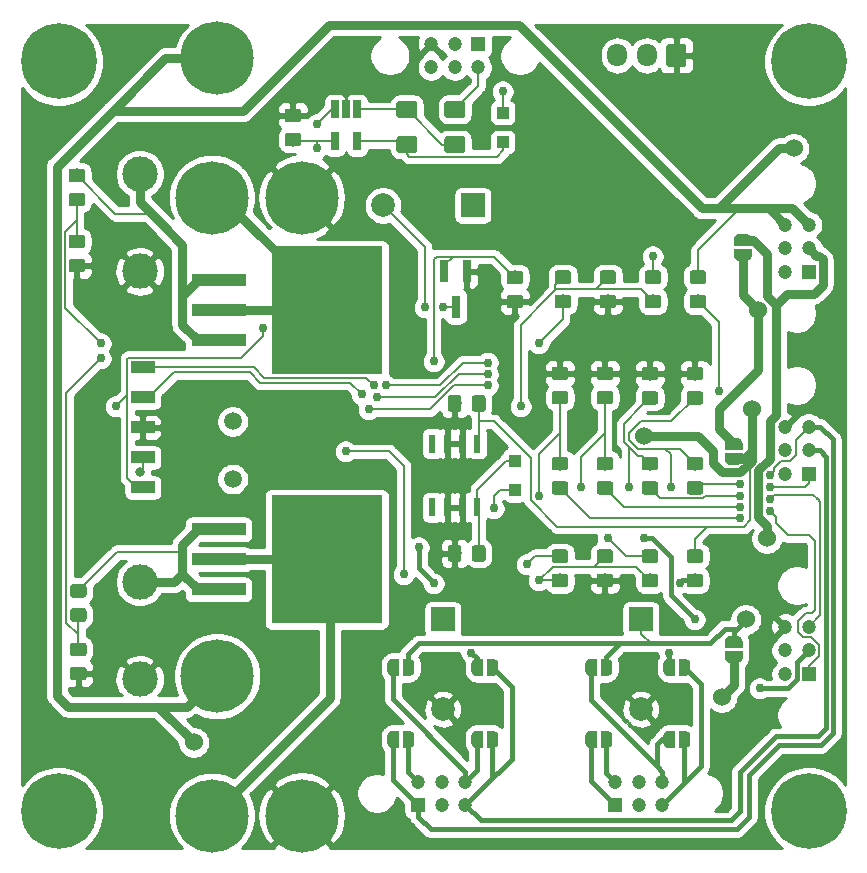
<source format=gbl>
G04 #@! TF.GenerationSoftware,KiCad,Pcbnew,(5.0.1)-3*
G04 #@! TF.CreationDate,2020-01-21T11:58:44-05:00*
G04 #@! TF.ProjectId,recovery_CAN,7265636F766572795F43414E2E6B6963,rev?*
G04 #@! TF.SameCoordinates,Original*
G04 #@! TF.FileFunction,Copper,L2,Bot,Signal*
G04 #@! TF.FilePolarity,Positive*
%FSLAX46Y46*%
G04 Gerber Fmt 4.6, Leading zero omitted, Abs format (unit mm)*
G04 Created by KiCad (PCBNEW (5.0.1)-3) date 2020-01-21 11:58:44 AM*
%MOMM*%
%LPD*%
G01*
G04 APERTURE LIST*
G04 #@! TA.AperFunction,ComponentPad*
%ADD10C,1.500000*%
G04 #@! TD*
G04 #@! TA.AperFunction,ComponentPad*
%ADD11C,3.000000*%
G04 #@! TD*
G04 #@! TA.AperFunction,SMDPad,CuDef*
%ADD12C,0.500000*%
G04 #@! TD*
G04 #@! TA.AperFunction,Conductor*
%ADD13C,0.100000*%
G04 #@! TD*
G04 #@! TA.AperFunction,ComponentPad*
%ADD14R,2.000000X2.000000*%
G04 #@! TD*
G04 #@! TA.AperFunction,ComponentPad*
%ADD15C,2.000000*%
G04 #@! TD*
G04 #@! TA.AperFunction,ComponentPad*
%ADD16C,1.200000*%
G04 #@! TD*
G04 #@! TA.AperFunction,ComponentPad*
%ADD17R,1.200000X1.200000*%
G04 #@! TD*
G04 #@! TA.AperFunction,SMDPad,CuDef*
%ADD18R,2.000000X1.000000*%
G04 #@! TD*
G04 #@! TA.AperFunction,SMDPad,CuDef*
%ADD19C,1.150000*%
G04 #@! TD*
G04 #@! TA.AperFunction,SMDPad,CuDef*
%ADD20R,0.600000X1.550000*%
G04 #@! TD*
G04 #@! TA.AperFunction,SMDPad,CuDef*
%ADD21R,0.650000X1.560000*%
G04 #@! TD*
G04 #@! TA.AperFunction,SMDPad,CuDef*
%ADD22C,1.425000*%
G04 #@! TD*
G04 #@! TA.AperFunction,ComponentPad*
%ADD23C,6.197600*%
G04 #@! TD*
G04 #@! TA.AperFunction,SMDPad,CuDef*
%ADD24R,1.000000X1.000000*%
G04 #@! TD*
G04 #@! TA.AperFunction,ComponentPad*
%ADD25C,1.700000*%
G04 #@! TD*
G04 #@! TA.AperFunction,ComponentPad*
%ADD26O,1.700000X1.950000*%
G04 #@! TD*
G04 #@! TA.AperFunction,SMDPad,CuDef*
%ADD27R,0.800000X1.900000*%
G04 #@! TD*
G04 #@! TA.AperFunction,ComponentPad*
%ADD28C,6.400000*%
G04 #@! TD*
G04 #@! TA.AperFunction,SMDPad,CuDef*
%ADD29R,4.600000X1.100000*%
G04 #@! TD*
G04 #@! TA.AperFunction,SMDPad,CuDef*
%ADD30R,9.400000X10.800000*%
G04 #@! TD*
G04 #@! TA.AperFunction,ViaPad*
%ADD31C,1.524000*%
G04 #@! TD*
G04 #@! TA.AperFunction,ViaPad*
%ADD32C,0.762000*%
G04 #@! TD*
G04 #@! TA.AperFunction,ViaPad*
%ADD33C,0.800000*%
G04 #@! TD*
G04 #@! TA.AperFunction,Conductor*
%ADD34C,0.762000*%
G04 #@! TD*
G04 #@! TA.AperFunction,Conductor*
%ADD35C,0.203200*%
G04 #@! TD*
G04 #@! TA.AperFunction,Conductor*
%ADD36C,0.381000*%
G04 #@! TD*
G04 #@! TA.AperFunction,Conductor*
%ADD37C,0.254000*%
G04 #@! TD*
G04 APERTURE END LIST*
D10*
G04 #@! TO.P,Y1,1*
G04 #@! TO.N,/OSC1*
X197612000Y-90424000D03*
G04 #@! TO.P,Y1,2*
G04 #@! TO.N,/OSC2*
X197612000Y-95304000D03*
G04 #@! TD*
D11*
G04 #@! TO.P,J3,2*
G04 #@! TO.N,Net-(D5-Pad2)*
X189738000Y-104018000D03*
G04 #@! TO.P,J3,1*
G04 #@! TO.N,GND*
X189738000Y-112268000D03*
G04 #@! TD*
D12*
G04 #@! TO.P,JP2,2*
G04 #@! TO.N,Net-(BZ2-Pad1)*
X240030000Y-92314000D03*
D13*
G04 #@! TD*
G04 #@! TO.N,Net-(BZ2-Pad1)*
G04 #@! TO.C,JP2*
G36*
X239280602Y-92314000D02*
X239280602Y-92289466D01*
X239285412Y-92240635D01*
X239294984Y-92192510D01*
X239309228Y-92145555D01*
X239328005Y-92100222D01*
X239351136Y-92056949D01*
X239378396Y-92016150D01*
X239409524Y-91978221D01*
X239444221Y-91943524D01*
X239482150Y-91912396D01*
X239522949Y-91885136D01*
X239566222Y-91862005D01*
X239611555Y-91843228D01*
X239658510Y-91828984D01*
X239706635Y-91819412D01*
X239755466Y-91814602D01*
X239780000Y-91814602D01*
X239780000Y-91814000D01*
X240280000Y-91814000D01*
X240280000Y-91814602D01*
X240304534Y-91814602D01*
X240353365Y-91819412D01*
X240401490Y-91828984D01*
X240448445Y-91843228D01*
X240493778Y-91862005D01*
X240537051Y-91885136D01*
X240577850Y-91912396D01*
X240615779Y-91943524D01*
X240650476Y-91978221D01*
X240681604Y-92016150D01*
X240708864Y-92056949D01*
X240731995Y-92100222D01*
X240750772Y-92145555D01*
X240765016Y-92192510D01*
X240774588Y-92240635D01*
X240779398Y-92289466D01*
X240779398Y-92314000D01*
X240780000Y-92314000D01*
X240780000Y-92814000D01*
X239280000Y-92814000D01*
X239280000Y-92314000D01*
X239280602Y-92314000D01*
X239280602Y-92314000D01*
G37*
D12*
G04 #@! TO.P,JP2,1*
G04 #@! TO.N,+BATT*
X240030000Y-93614000D03*
D13*
G04 #@! TD*
G04 #@! TO.N,+BATT*
G04 #@! TO.C,JP2*
G36*
X240780000Y-93114000D02*
X240780000Y-93614000D01*
X240779398Y-93614000D01*
X240779398Y-93638534D01*
X240774588Y-93687365D01*
X240765016Y-93735490D01*
X240750772Y-93782445D01*
X240731995Y-93827778D01*
X240708864Y-93871051D01*
X240681604Y-93911850D01*
X240650476Y-93949779D01*
X240615779Y-93984476D01*
X240577850Y-94015604D01*
X240537051Y-94042864D01*
X240493778Y-94065995D01*
X240448445Y-94084772D01*
X240401490Y-94099016D01*
X240353365Y-94108588D01*
X240304534Y-94113398D01*
X240280000Y-94113398D01*
X240280000Y-94114000D01*
X239780000Y-94114000D01*
X239780000Y-94113398D01*
X239755466Y-94113398D01*
X239706635Y-94108588D01*
X239658510Y-94099016D01*
X239611555Y-94084772D01*
X239566222Y-94065995D01*
X239522949Y-94042864D01*
X239482150Y-94015604D01*
X239444221Y-93984476D01*
X239409524Y-93949779D01*
X239378396Y-93911850D01*
X239351136Y-93871051D01*
X239328005Y-93827778D01*
X239309228Y-93782445D01*
X239294984Y-93735490D01*
X239285412Y-93687365D01*
X239280602Y-93638534D01*
X239280602Y-93614000D01*
X239280000Y-93614000D01*
X239280000Y-93114000D01*
X240780000Y-93114000D01*
X240780000Y-93114000D01*
G37*
D14*
G04 #@! TO.P,BZ3,1*
G04 #@! TO.N,+5V*
X217932000Y-72136000D03*
D15*
G04 #@! TO.P,BZ3,2*
G04 #@! TO.N,Net-(BZ3-Pad2)*
X210332000Y-72136000D03*
G04 #@! TD*
D16*
G04 #@! TO.P,J7,4*
G04 #@! TO.N,/altimeters/D1+*
X244364000Y-94876000D03*
G04 #@! TO.P,J7,5*
G04 #@! TO.N,Net-(BZ2-Pad1)*
X244364000Y-92876000D03*
G04 #@! TO.P,J7,6*
G04 #@! TO.N,GND*
X244364000Y-90876000D03*
G04 #@! TO.P,J7,3*
G04 #@! TO.N,/altimeters/M1_PYRO*
X246364000Y-90876000D03*
D17*
G04 #@! TO.P,J7,1*
G04 #@! TO.N,/altimeters/D1_PYRO*
X246364000Y-94876000D03*
D16*
G04 #@! TO.P,J7,2*
G04 #@! TO.N,/altimeters/M1+*
X246364000Y-92876000D03*
G04 #@! TD*
D18*
G04 #@! TO.P,J1,5*
G04 #@! TO.N,/~MCLR*
X189992000Y-96012000D03*
G04 #@! TO.P,J1,4*
G04 #@! TO.N,+5V*
X189992000Y-93472000D03*
G04 #@! TO.P,J1,3*
G04 #@! TO.N,GND*
X189992000Y-90932000D03*
G04 #@! TO.P,J1,2*
G04 #@! TO.N,/ICSPDAT*
X189992000Y-88392000D03*
G04 #@! TO.P,J1,1*
G04 #@! TO.N,/ICSPCLK*
X189992000Y-85852000D03*
G04 #@! TD*
D13*
G04 #@! TO.N,Net-(C4-Pad1)*
G04 #@! TO.C,C4*
G36*
X218789505Y-100901204D02*
X218813773Y-100904804D01*
X218837572Y-100910765D01*
X218860671Y-100919030D01*
X218882850Y-100929520D01*
X218903893Y-100942132D01*
X218923599Y-100956747D01*
X218941777Y-100973223D01*
X218958253Y-100991401D01*
X218972868Y-101011107D01*
X218985480Y-101032150D01*
X218995970Y-101054329D01*
X219004235Y-101077428D01*
X219010196Y-101101227D01*
X219013796Y-101125495D01*
X219015000Y-101149999D01*
X219015000Y-102050001D01*
X219013796Y-102074505D01*
X219010196Y-102098773D01*
X219004235Y-102122572D01*
X218995970Y-102145671D01*
X218985480Y-102167850D01*
X218972868Y-102188893D01*
X218958253Y-102208599D01*
X218941777Y-102226777D01*
X218923599Y-102243253D01*
X218903893Y-102257868D01*
X218882850Y-102270480D01*
X218860671Y-102280970D01*
X218837572Y-102289235D01*
X218813773Y-102295196D01*
X218789505Y-102298796D01*
X218765001Y-102300000D01*
X218114999Y-102300000D01*
X218090495Y-102298796D01*
X218066227Y-102295196D01*
X218042428Y-102289235D01*
X218019329Y-102280970D01*
X217997150Y-102270480D01*
X217976107Y-102257868D01*
X217956401Y-102243253D01*
X217938223Y-102226777D01*
X217921747Y-102208599D01*
X217907132Y-102188893D01*
X217894520Y-102167850D01*
X217884030Y-102145671D01*
X217875765Y-102122572D01*
X217869804Y-102098773D01*
X217866204Y-102074505D01*
X217865000Y-102050001D01*
X217865000Y-101149999D01*
X217866204Y-101125495D01*
X217869804Y-101101227D01*
X217875765Y-101077428D01*
X217884030Y-101054329D01*
X217894520Y-101032150D01*
X217907132Y-101011107D01*
X217921747Y-100991401D01*
X217938223Y-100973223D01*
X217956401Y-100956747D01*
X217976107Y-100942132D01*
X217997150Y-100929520D01*
X218019329Y-100919030D01*
X218042428Y-100910765D01*
X218066227Y-100904804D01*
X218090495Y-100901204D01*
X218114999Y-100900000D01*
X218765001Y-100900000D01*
X218789505Y-100901204D01*
X218789505Y-100901204D01*
G37*
D19*
G04 #@! TD*
G04 #@! TO.P,C4,1*
G04 #@! TO.N,Net-(C4-Pad1)*
X218440000Y-101600000D03*
D13*
G04 #@! TO.N,GND*
G04 #@! TO.C,C4*
G36*
X216739505Y-100901204D02*
X216763773Y-100904804D01*
X216787572Y-100910765D01*
X216810671Y-100919030D01*
X216832850Y-100929520D01*
X216853893Y-100942132D01*
X216873599Y-100956747D01*
X216891777Y-100973223D01*
X216908253Y-100991401D01*
X216922868Y-101011107D01*
X216935480Y-101032150D01*
X216945970Y-101054329D01*
X216954235Y-101077428D01*
X216960196Y-101101227D01*
X216963796Y-101125495D01*
X216965000Y-101149999D01*
X216965000Y-102050001D01*
X216963796Y-102074505D01*
X216960196Y-102098773D01*
X216954235Y-102122572D01*
X216945970Y-102145671D01*
X216935480Y-102167850D01*
X216922868Y-102188893D01*
X216908253Y-102208599D01*
X216891777Y-102226777D01*
X216873599Y-102243253D01*
X216853893Y-102257868D01*
X216832850Y-102270480D01*
X216810671Y-102280970D01*
X216787572Y-102289235D01*
X216763773Y-102295196D01*
X216739505Y-102298796D01*
X216715001Y-102300000D01*
X216064999Y-102300000D01*
X216040495Y-102298796D01*
X216016227Y-102295196D01*
X215992428Y-102289235D01*
X215969329Y-102280970D01*
X215947150Y-102270480D01*
X215926107Y-102257868D01*
X215906401Y-102243253D01*
X215888223Y-102226777D01*
X215871747Y-102208599D01*
X215857132Y-102188893D01*
X215844520Y-102167850D01*
X215834030Y-102145671D01*
X215825765Y-102122572D01*
X215819804Y-102098773D01*
X215816204Y-102074505D01*
X215815000Y-102050001D01*
X215815000Y-101149999D01*
X215816204Y-101125495D01*
X215819804Y-101101227D01*
X215825765Y-101077428D01*
X215834030Y-101054329D01*
X215844520Y-101032150D01*
X215857132Y-101011107D01*
X215871747Y-100991401D01*
X215888223Y-100973223D01*
X215906401Y-100956747D01*
X215926107Y-100942132D01*
X215947150Y-100929520D01*
X215969329Y-100919030D01*
X215992428Y-100910765D01*
X216016227Y-100904804D01*
X216040495Y-100901204D01*
X216064999Y-100900000D01*
X216715001Y-100900000D01*
X216739505Y-100901204D01*
X216739505Y-100901204D01*
G37*
D19*
G04 #@! TD*
G04 #@! TO.P,C4,2*
G04 #@! TO.N,GND*
X216390000Y-101600000D03*
D13*
G04 #@! TO.N,GND*
G04 #@! TO.C,C5*
G36*
X216739505Y-88201204D02*
X216763773Y-88204804D01*
X216787572Y-88210765D01*
X216810671Y-88219030D01*
X216832850Y-88229520D01*
X216853893Y-88242132D01*
X216873599Y-88256747D01*
X216891777Y-88273223D01*
X216908253Y-88291401D01*
X216922868Y-88311107D01*
X216935480Y-88332150D01*
X216945970Y-88354329D01*
X216954235Y-88377428D01*
X216960196Y-88401227D01*
X216963796Y-88425495D01*
X216965000Y-88449999D01*
X216965000Y-89350001D01*
X216963796Y-89374505D01*
X216960196Y-89398773D01*
X216954235Y-89422572D01*
X216945970Y-89445671D01*
X216935480Y-89467850D01*
X216922868Y-89488893D01*
X216908253Y-89508599D01*
X216891777Y-89526777D01*
X216873599Y-89543253D01*
X216853893Y-89557868D01*
X216832850Y-89570480D01*
X216810671Y-89580970D01*
X216787572Y-89589235D01*
X216763773Y-89595196D01*
X216739505Y-89598796D01*
X216715001Y-89600000D01*
X216064999Y-89600000D01*
X216040495Y-89598796D01*
X216016227Y-89595196D01*
X215992428Y-89589235D01*
X215969329Y-89580970D01*
X215947150Y-89570480D01*
X215926107Y-89557868D01*
X215906401Y-89543253D01*
X215888223Y-89526777D01*
X215871747Y-89508599D01*
X215857132Y-89488893D01*
X215844520Y-89467850D01*
X215834030Y-89445671D01*
X215825765Y-89422572D01*
X215819804Y-89398773D01*
X215816204Y-89374505D01*
X215815000Y-89350001D01*
X215815000Y-88449999D01*
X215816204Y-88425495D01*
X215819804Y-88401227D01*
X215825765Y-88377428D01*
X215834030Y-88354329D01*
X215844520Y-88332150D01*
X215857132Y-88311107D01*
X215871747Y-88291401D01*
X215888223Y-88273223D01*
X215906401Y-88256747D01*
X215926107Y-88242132D01*
X215947150Y-88229520D01*
X215969329Y-88219030D01*
X215992428Y-88210765D01*
X216016227Y-88204804D01*
X216040495Y-88201204D01*
X216064999Y-88200000D01*
X216715001Y-88200000D01*
X216739505Y-88201204D01*
X216739505Y-88201204D01*
G37*
D19*
G04 #@! TD*
G04 #@! TO.P,C5,2*
G04 #@! TO.N,GND*
X216390000Y-88900000D03*
D13*
G04 #@! TO.N,+BATT*
G04 #@! TO.C,C5*
G36*
X218789505Y-88201204D02*
X218813773Y-88204804D01*
X218837572Y-88210765D01*
X218860671Y-88219030D01*
X218882850Y-88229520D01*
X218903893Y-88242132D01*
X218923599Y-88256747D01*
X218941777Y-88273223D01*
X218958253Y-88291401D01*
X218972868Y-88311107D01*
X218985480Y-88332150D01*
X218995970Y-88354329D01*
X219004235Y-88377428D01*
X219010196Y-88401227D01*
X219013796Y-88425495D01*
X219015000Y-88449999D01*
X219015000Y-89350001D01*
X219013796Y-89374505D01*
X219010196Y-89398773D01*
X219004235Y-89422572D01*
X218995970Y-89445671D01*
X218985480Y-89467850D01*
X218972868Y-89488893D01*
X218958253Y-89508599D01*
X218941777Y-89526777D01*
X218923599Y-89543253D01*
X218903893Y-89557868D01*
X218882850Y-89570480D01*
X218860671Y-89580970D01*
X218837572Y-89589235D01*
X218813773Y-89595196D01*
X218789505Y-89598796D01*
X218765001Y-89600000D01*
X218114999Y-89600000D01*
X218090495Y-89598796D01*
X218066227Y-89595196D01*
X218042428Y-89589235D01*
X218019329Y-89580970D01*
X217997150Y-89570480D01*
X217976107Y-89557868D01*
X217956401Y-89543253D01*
X217938223Y-89526777D01*
X217921747Y-89508599D01*
X217907132Y-89488893D01*
X217894520Y-89467850D01*
X217884030Y-89445671D01*
X217875765Y-89422572D01*
X217869804Y-89398773D01*
X217866204Y-89374505D01*
X217865000Y-89350001D01*
X217865000Y-88449999D01*
X217866204Y-88425495D01*
X217869804Y-88401227D01*
X217875765Y-88377428D01*
X217884030Y-88354329D01*
X217894520Y-88332150D01*
X217907132Y-88311107D01*
X217921747Y-88291401D01*
X217938223Y-88273223D01*
X217956401Y-88256747D01*
X217976107Y-88242132D01*
X217997150Y-88229520D01*
X218019329Y-88219030D01*
X218042428Y-88210765D01*
X218066227Y-88204804D01*
X218090495Y-88201204D01*
X218114999Y-88200000D01*
X218765001Y-88200000D01*
X218789505Y-88201204D01*
X218789505Y-88201204D01*
G37*
D19*
G04 #@! TD*
G04 #@! TO.P,C5,1*
G04 #@! TO.N,+BATT*
X218440000Y-88900000D03*
D13*
G04 #@! TO.N,GND*
G04 #@! TO.C,C6*
G36*
X203166505Y-63942204D02*
X203190773Y-63945804D01*
X203214572Y-63951765D01*
X203237671Y-63960030D01*
X203259850Y-63970520D01*
X203280893Y-63983132D01*
X203300599Y-63997747D01*
X203318777Y-64014223D01*
X203335253Y-64032401D01*
X203349868Y-64052107D01*
X203362480Y-64073150D01*
X203372970Y-64095329D01*
X203381235Y-64118428D01*
X203387196Y-64142227D01*
X203390796Y-64166495D01*
X203392000Y-64190999D01*
X203392000Y-64841001D01*
X203390796Y-64865505D01*
X203387196Y-64889773D01*
X203381235Y-64913572D01*
X203372970Y-64936671D01*
X203362480Y-64958850D01*
X203349868Y-64979893D01*
X203335253Y-64999599D01*
X203318777Y-65017777D01*
X203300599Y-65034253D01*
X203280893Y-65048868D01*
X203259850Y-65061480D01*
X203237671Y-65071970D01*
X203214572Y-65080235D01*
X203190773Y-65086196D01*
X203166505Y-65089796D01*
X203142001Y-65091000D01*
X202241999Y-65091000D01*
X202217495Y-65089796D01*
X202193227Y-65086196D01*
X202169428Y-65080235D01*
X202146329Y-65071970D01*
X202124150Y-65061480D01*
X202103107Y-65048868D01*
X202083401Y-65034253D01*
X202065223Y-65017777D01*
X202048747Y-64999599D01*
X202034132Y-64979893D01*
X202021520Y-64958850D01*
X202011030Y-64936671D01*
X202002765Y-64913572D01*
X201996804Y-64889773D01*
X201993204Y-64865505D01*
X201992000Y-64841001D01*
X201992000Y-64190999D01*
X201993204Y-64166495D01*
X201996804Y-64142227D01*
X202002765Y-64118428D01*
X202011030Y-64095329D01*
X202021520Y-64073150D01*
X202034132Y-64052107D01*
X202048747Y-64032401D01*
X202065223Y-64014223D01*
X202083401Y-63997747D01*
X202103107Y-63983132D01*
X202124150Y-63970520D01*
X202146329Y-63960030D01*
X202169428Y-63951765D01*
X202193227Y-63945804D01*
X202217495Y-63942204D01*
X202241999Y-63941000D01*
X203142001Y-63941000D01*
X203166505Y-63942204D01*
X203166505Y-63942204D01*
G37*
D19*
G04 #@! TD*
G04 #@! TO.P,C6,1*
G04 #@! TO.N,GND*
X202692000Y-64516000D03*
D13*
G04 #@! TO.N,+5V*
G04 #@! TO.C,C6*
G36*
X203166505Y-65992204D02*
X203190773Y-65995804D01*
X203214572Y-66001765D01*
X203237671Y-66010030D01*
X203259850Y-66020520D01*
X203280893Y-66033132D01*
X203300599Y-66047747D01*
X203318777Y-66064223D01*
X203335253Y-66082401D01*
X203349868Y-66102107D01*
X203362480Y-66123150D01*
X203372970Y-66145329D01*
X203381235Y-66168428D01*
X203387196Y-66192227D01*
X203390796Y-66216495D01*
X203392000Y-66240999D01*
X203392000Y-66891001D01*
X203390796Y-66915505D01*
X203387196Y-66939773D01*
X203381235Y-66963572D01*
X203372970Y-66986671D01*
X203362480Y-67008850D01*
X203349868Y-67029893D01*
X203335253Y-67049599D01*
X203318777Y-67067777D01*
X203300599Y-67084253D01*
X203280893Y-67098868D01*
X203259850Y-67111480D01*
X203237671Y-67121970D01*
X203214572Y-67130235D01*
X203190773Y-67136196D01*
X203166505Y-67139796D01*
X203142001Y-67141000D01*
X202241999Y-67141000D01*
X202217495Y-67139796D01*
X202193227Y-67136196D01*
X202169428Y-67130235D01*
X202146329Y-67121970D01*
X202124150Y-67111480D01*
X202103107Y-67098868D01*
X202083401Y-67084253D01*
X202065223Y-67067777D01*
X202048747Y-67049599D01*
X202034132Y-67029893D01*
X202021520Y-67008850D01*
X202011030Y-66986671D01*
X202002765Y-66963572D01*
X201996804Y-66939773D01*
X201993204Y-66915505D01*
X201992000Y-66891001D01*
X201992000Y-66240999D01*
X201993204Y-66216495D01*
X201996804Y-66192227D01*
X202002765Y-66168428D01*
X202011030Y-66145329D01*
X202021520Y-66123150D01*
X202034132Y-66102107D01*
X202048747Y-66082401D01*
X202065223Y-66064223D01*
X202083401Y-66047747D01*
X202103107Y-66033132D01*
X202124150Y-66020520D01*
X202146329Y-66010030D01*
X202169428Y-66001765D01*
X202193227Y-65995804D01*
X202217495Y-65992204D01*
X202241999Y-65991000D01*
X203142001Y-65991000D01*
X203166505Y-65992204D01*
X203166505Y-65992204D01*
G37*
D19*
G04 #@! TD*
G04 #@! TO.P,C6,2*
G04 #@! TO.N,+5V*
X202692000Y-66566000D03*
D20*
G04 #@! TO.P,U3,1*
G04 #@! TO.N,Net-(C4-Pad1)*
X218313000Y-97696000D03*
G04 #@! TO.P,U3,2*
G04 #@! TO.N,GND*
X217043000Y-97696000D03*
G04 #@! TO.P,U3,3*
X215773000Y-97696000D03*
G04 #@! TO.P,U3,4*
G04 #@! TO.N,Net-(U3-Pad4)*
X214503000Y-97696000D03*
G04 #@! TO.P,U3,5*
G04 #@! TO.N,Net-(U3-Pad5)*
X214503000Y-92296000D03*
G04 #@! TO.P,U3,6*
G04 #@! TO.N,GND*
X215773000Y-92296000D03*
G04 #@! TO.P,U3,7*
X217043000Y-92296000D03*
G04 #@! TO.P,U3,8*
G04 #@! TO.N,+BATT*
X218313000Y-92296000D03*
G04 #@! TD*
D21*
G04 #@! TO.P,U4,1*
G04 #@! TO.N,/power/CURR_AMP*
X206248000Y-64008000D03*
G04 #@! TO.P,U4,2*
G04 #@! TO.N,GND*
X207198000Y-64008000D03*
G04 #@! TO.P,U4,3*
G04 #@! TO.N,Net-(F1-Pad1)*
X208148000Y-64008000D03*
G04 #@! TO.P,U4,4*
G04 #@! TO.N,Net-(D3-Pad2)*
X208148000Y-66708000D03*
G04 #@! TO.P,U4,5*
G04 #@! TO.N,+5V*
X206248000Y-66708000D03*
G04 #@! TD*
D12*
G04 #@! TO.P,JP1,1*
G04 #@! TO.N,+BATT*
X240030000Y-110378000D03*
D13*
G04 #@! TD*
G04 #@! TO.N,+BATT*
G04 #@! TO.C,JP1*
G36*
X240780000Y-109878000D02*
X240780000Y-110378000D01*
X240779398Y-110378000D01*
X240779398Y-110402534D01*
X240774588Y-110451365D01*
X240765016Y-110499490D01*
X240750772Y-110546445D01*
X240731995Y-110591778D01*
X240708864Y-110635051D01*
X240681604Y-110675850D01*
X240650476Y-110713779D01*
X240615779Y-110748476D01*
X240577850Y-110779604D01*
X240537051Y-110806864D01*
X240493778Y-110829995D01*
X240448445Y-110848772D01*
X240401490Y-110863016D01*
X240353365Y-110872588D01*
X240304534Y-110877398D01*
X240280000Y-110877398D01*
X240280000Y-110878000D01*
X239780000Y-110878000D01*
X239780000Y-110877398D01*
X239755466Y-110877398D01*
X239706635Y-110872588D01*
X239658510Y-110863016D01*
X239611555Y-110848772D01*
X239566222Y-110829995D01*
X239522949Y-110806864D01*
X239482150Y-110779604D01*
X239444221Y-110748476D01*
X239409524Y-110713779D01*
X239378396Y-110675850D01*
X239351136Y-110635051D01*
X239328005Y-110591778D01*
X239309228Y-110546445D01*
X239294984Y-110499490D01*
X239285412Y-110451365D01*
X239280602Y-110402534D01*
X239280602Y-110378000D01*
X239280000Y-110378000D01*
X239280000Y-109878000D01*
X240780000Y-109878000D01*
X240780000Y-109878000D01*
G37*
D12*
G04 #@! TO.P,JP1,2*
G04 #@! TO.N,Net-(BZ1-Pad1)*
X240030000Y-109078000D03*
D13*
G04 #@! TD*
G04 #@! TO.N,Net-(BZ1-Pad1)*
G04 #@! TO.C,JP1*
G36*
X239280602Y-109078000D02*
X239280602Y-109053466D01*
X239285412Y-109004635D01*
X239294984Y-108956510D01*
X239309228Y-108909555D01*
X239328005Y-108864222D01*
X239351136Y-108820949D01*
X239378396Y-108780150D01*
X239409524Y-108742221D01*
X239444221Y-108707524D01*
X239482150Y-108676396D01*
X239522949Y-108649136D01*
X239566222Y-108626005D01*
X239611555Y-108607228D01*
X239658510Y-108592984D01*
X239706635Y-108583412D01*
X239755466Y-108578602D01*
X239780000Y-108578602D01*
X239780000Y-108578000D01*
X240280000Y-108578000D01*
X240280000Y-108578602D01*
X240304534Y-108578602D01*
X240353365Y-108583412D01*
X240401490Y-108592984D01*
X240448445Y-108607228D01*
X240493778Y-108626005D01*
X240537051Y-108649136D01*
X240577850Y-108676396D01*
X240615779Y-108707524D01*
X240650476Y-108742221D01*
X240681604Y-108780150D01*
X240708864Y-108820949D01*
X240731995Y-108864222D01*
X240750772Y-108909555D01*
X240765016Y-108956510D01*
X240774588Y-109004635D01*
X240779398Y-109053466D01*
X240779398Y-109078000D01*
X240780000Y-109078000D01*
X240780000Y-109578000D01*
X239280000Y-109578000D01*
X239280000Y-109078000D01*
X239280602Y-109078000D01*
X239280602Y-109078000D01*
G37*
G04 #@! TO.N,/power/VBAT1*
G04 #@! TO.C,R4*
G36*
X184878505Y-71072204D02*
X184902773Y-71075804D01*
X184926572Y-71081765D01*
X184949671Y-71090030D01*
X184971850Y-71100520D01*
X184992893Y-71113132D01*
X185012599Y-71127747D01*
X185030777Y-71144223D01*
X185047253Y-71162401D01*
X185061868Y-71182107D01*
X185074480Y-71203150D01*
X185084970Y-71225329D01*
X185093235Y-71248428D01*
X185099196Y-71272227D01*
X185102796Y-71296495D01*
X185104000Y-71320999D01*
X185104000Y-71971001D01*
X185102796Y-71995505D01*
X185099196Y-72019773D01*
X185093235Y-72043572D01*
X185084970Y-72066671D01*
X185074480Y-72088850D01*
X185061868Y-72109893D01*
X185047253Y-72129599D01*
X185030777Y-72147777D01*
X185012599Y-72164253D01*
X184992893Y-72178868D01*
X184971850Y-72191480D01*
X184949671Y-72201970D01*
X184926572Y-72210235D01*
X184902773Y-72216196D01*
X184878505Y-72219796D01*
X184854001Y-72221000D01*
X183953999Y-72221000D01*
X183929495Y-72219796D01*
X183905227Y-72216196D01*
X183881428Y-72210235D01*
X183858329Y-72201970D01*
X183836150Y-72191480D01*
X183815107Y-72178868D01*
X183795401Y-72164253D01*
X183777223Y-72147777D01*
X183760747Y-72129599D01*
X183746132Y-72109893D01*
X183733520Y-72088850D01*
X183723030Y-72066671D01*
X183714765Y-72043572D01*
X183708804Y-72019773D01*
X183705204Y-71995505D01*
X183704000Y-71971001D01*
X183704000Y-71320999D01*
X183705204Y-71296495D01*
X183708804Y-71272227D01*
X183714765Y-71248428D01*
X183723030Y-71225329D01*
X183733520Y-71203150D01*
X183746132Y-71182107D01*
X183760747Y-71162401D01*
X183777223Y-71144223D01*
X183795401Y-71127747D01*
X183815107Y-71113132D01*
X183836150Y-71100520D01*
X183858329Y-71090030D01*
X183881428Y-71081765D01*
X183905227Y-71075804D01*
X183929495Y-71072204D01*
X183953999Y-71071000D01*
X184854001Y-71071000D01*
X184878505Y-71072204D01*
X184878505Y-71072204D01*
G37*
D19*
G04 #@! TD*
G04 #@! TO.P,R4,2*
G04 #@! TO.N,/power/VBAT1*
X184404000Y-71646000D03*
D13*
G04 #@! TO.N,Net-(D4-Pad2)*
G04 #@! TO.C,R4*
G36*
X184878505Y-69022204D02*
X184902773Y-69025804D01*
X184926572Y-69031765D01*
X184949671Y-69040030D01*
X184971850Y-69050520D01*
X184992893Y-69063132D01*
X185012599Y-69077747D01*
X185030777Y-69094223D01*
X185047253Y-69112401D01*
X185061868Y-69132107D01*
X185074480Y-69153150D01*
X185084970Y-69175329D01*
X185093235Y-69198428D01*
X185099196Y-69222227D01*
X185102796Y-69246495D01*
X185104000Y-69270999D01*
X185104000Y-69921001D01*
X185102796Y-69945505D01*
X185099196Y-69969773D01*
X185093235Y-69993572D01*
X185084970Y-70016671D01*
X185074480Y-70038850D01*
X185061868Y-70059893D01*
X185047253Y-70079599D01*
X185030777Y-70097777D01*
X185012599Y-70114253D01*
X184992893Y-70128868D01*
X184971850Y-70141480D01*
X184949671Y-70151970D01*
X184926572Y-70160235D01*
X184902773Y-70166196D01*
X184878505Y-70169796D01*
X184854001Y-70171000D01*
X183953999Y-70171000D01*
X183929495Y-70169796D01*
X183905227Y-70166196D01*
X183881428Y-70160235D01*
X183858329Y-70151970D01*
X183836150Y-70141480D01*
X183815107Y-70128868D01*
X183795401Y-70114253D01*
X183777223Y-70097777D01*
X183760747Y-70079599D01*
X183746132Y-70059893D01*
X183733520Y-70038850D01*
X183723030Y-70016671D01*
X183714765Y-69993572D01*
X183708804Y-69969773D01*
X183705204Y-69945505D01*
X183704000Y-69921001D01*
X183704000Y-69270999D01*
X183705204Y-69246495D01*
X183708804Y-69222227D01*
X183714765Y-69198428D01*
X183723030Y-69175329D01*
X183733520Y-69153150D01*
X183746132Y-69132107D01*
X183760747Y-69112401D01*
X183777223Y-69094223D01*
X183795401Y-69077747D01*
X183815107Y-69063132D01*
X183836150Y-69050520D01*
X183858329Y-69040030D01*
X183881428Y-69031765D01*
X183905227Y-69025804D01*
X183929495Y-69022204D01*
X183953999Y-69021000D01*
X184854001Y-69021000D01*
X184878505Y-69022204D01*
X184878505Y-69022204D01*
G37*
D19*
G04 #@! TD*
G04 #@! TO.P,R4,1*
G04 #@! TO.N,Net-(D4-Pad2)*
X184404000Y-69596000D03*
D13*
G04 #@! TO.N,/power/VBAT1*
G04 #@! TO.C,R5*
G36*
X184878505Y-74610204D02*
X184902773Y-74613804D01*
X184926572Y-74619765D01*
X184949671Y-74628030D01*
X184971850Y-74638520D01*
X184992893Y-74651132D01*
X185012599Y-74665747D01*
X185030777Y-74682223D01*
X185047253Y-74700401D01*
X185061868Y-74720107D01*
X185074480Y-74741150D01*
X185084970Y-74763329D01*
X185093235Y-74786428D01*
X185099196Y-74810227D01*
X185102796Y-74834495D01*
X185104000Y-74858999D01*
X185104000Y-75509001D01*
X185102796Y-75533505D01*
X185099196Y-75557773D01*
X185093235Y-75581572D01*
X185084970Y-75604671D01*
X185074480Y-75626850D01*
X185061868Y-75647893D01*
X185047253Y-75667599D01*
X185030777Y-75685777D01*
X185012599Y-75702253D01*
X184992893Y-75716868D01*
X184971850Y-75729480D01*
X184949671Y-75739970D01*
X184926572Y-75748235D01*
X184902773Y-75754196D01*
X184878505Y-75757796D01*
X184854001Y-75759000D01*
X183953999Y-75759000D01*
X183929495Y-75757796D01*
X183905227Y-75754196D01*
X183881428Y-75748235D01*
X183858329Y-75739970D01*
X183836150Y-75729480D01*
X183815107Y-75716868D01*
X183795401Y-75702253D01*
X183777223Y-75685777D01*
X183760747Y-75667599D01*
X183746132Y-75647893D01*
X183733520Y-75626850D01*
X183723030Y-75604671D01*
X183714765Y-75581572D01*
X183708804Y-75557773D01*
X183705204Y-75533505D01*
X183704000Y-75509001D01*
X183704000Y-74858999D01*
X183705204Y-74834495D01*
X183708804Y-74810227D01*
X183714765Y-74786428D01*
X183723030Y-74763329D01*
X183733520Y-74741150D01*
X183746132Y-74720107D01*
X183760747Y-74700401D01*
X183777223Y-74682223D01*
X183795401Y-74665747D01*
X183815107Y-74651132D01*
X183836150Y-74638520D01*
X183858329Y-74628030D01*
X183881428Y-74619765D01*
X183905227Y-74613804D01*
X183929495Y-74610204D01*
X183953999Y-74609000D01*
X184854001Y-74609000D01*
X184878505Y-74610204D01*
X184878505Y-74610204D01*
G37*
D19*
G04 #@! TD*
G04 #@! TO.P,R5,1*
G04 #@! TO.N,/power/VBAT1*
X184404000Y-75184000D03*
D13*
G04 #@! TO.N,GND*
G04 #@! TO.C,R5*
G36*
X184878505Y-76660204D02*
X184902773Y-76663804D01*
X184926572Y-76669765D01*
X184949671Y-76678030D01*
X184971850Y-76688520D01*
X184992893Y-76701132D01*
X185012599Y-76715747D01*
X185030777Y-76732223D01*
X185047253Y-76750401D01*
X185061868Y-76770107D01*
X185074480Y-76791150D01*
X185084970Y-76813329D01*
X185093235Y-76836428D01*
X185099196Y-76860227D01*
X185102796Y-76884495D01*
X185104000Y-76908999D01*
X185104000Y-77559001D01*
X185102796Y-77583505D01*
X185099196Y-77607773D01*
X185093235Y-77631572D01*
X185084970Y-77654671D01*
X185074480Y-77676850D01*
X185061868Y-77697893D01*
X185047253Y-77717599D01*
X185030777Y-77735777D01*
X185012599Y-77752253D01*
X184992893Y-77766868D01*
X184971850Y-77779480D01*
X184949671Y-77789970D01*
X184926572Y-77798235D01*
X184902773Y-77804196D01*
X184878505Y-77807796D01*
X184854001Y-77809000D01*
X183953999Y-77809000D01*
X183929495Y-77807796D01*
X183905227Y-77804196D01*
X183881428Y-77798235D01*
X183858329Y-77789970D01*
X183836150Y-77779480D01*
X183815107Y-77766868D01*
X183795401Y-77752253D01*
X183777223Y-77735777D01*
X183760747Y-77717599D01*
X183746132Y-77697893D01*
X183733520Y-77676850D01*
X183723030Y-77654671D01*
X183714765Y-77631572D01*
X183708804Y-77607773D01*
X183705204Y-77583505D01*
X183704000Y-77559001D01*
X183704000Y-76908999D01*
X183705204Y-76884495D01*
X183708804Y-76860227D01*
X183714765Y-76836428D01*
X183723030Y-76813329D01*
X183733520Y-76791150D01*
X183746132Y-76770107D01*
X183760747Y-76750401D01*
X183777223Y-76732223D01*
X183795401Y-76715747D01*
X183815107Y-76701132D01*
X183836150Y-76688520D01*
X183858329Y-76678030D01*
X183881428Y-76669765D01*
X183905227Y-76663804D01*
X183929495Y-76660204D01*
X183953999Y-76659000D01*
X184854001Y-76659000D01*
X184878505Y-76660204D01*
X184878505Y-76660204D01*
G37*
D19*
G04 #@! TD*
G04 #@! TO.P,R5,2*
G04 #@! TO.N,GND*
X184404000Y-77234000D03*
D13*
G04 #@! TO.N,/power/VBAT2*
G04 #@! TO.C,R6*
G36*
X185005505Y-106242204D02*
X185029773Y-106245804D01*
X185053572Y-106251765D01*
X185076671Y-106260030D01*
X185098850Y-106270520D01*
X185119893Y-106283132D01*
X185139599Y-106297747D01*
X185157777Y-106314223D01*
X185174253Y-106332401D01*
X185188868Y-106352107D01*
X185201480Y-106373150D01*
X185211970Y-106395329D01*
X185220235Y-106418428D01*
X185226196Y-106442227D01*
X185229796Y-106466495D01*
X185231000Y-106490999D01*
X185231000Y-107141001D01*
X185229796Y-107165505D01*
X185226196Y-107189773D01*
X185220235Y-107213572D01*
X185211970Y-107236671D01*
X185201480Y-107258850D01*
X185188868Y-107279893D01*
X185174253Y-107299599D01*
X185157777Y-107317777D01*
X185139599Y-107334253D01*
X185119893Y-107348868D01*
X185098850Y-107361480D01*
X185076671Y-107371970D01*
X185053572Y-107380235D01*
X185029773Y-107386196D01*
X185005505Y-107389796D01*
X184981001Y-107391000D01*
X184080999Y-107391000D01*
X184056495Y-107389796D01*
X184032227Y-107386196D01*
X184008428Y-107380235D01*
X183985329Y-107371970D01*
X183963150Y-107361480D01*
X183942107Y-107348868D01*
X183922401Y-107334253D01*
X183904223Y-107317777D01*
X183887747Y-107299599D01*
X183873132Y-107279893D01*
X183860520Y-107258850D01*
X183850030Y-107236671D01*
X183841765Y-107213572D01*
X183835804Y-107189773D01*
X183832204Y-107165505D01*
X183831000Y-107141001D01*
X183831000Y-106490999D01*
X183832204Y-106466495D01*
X183835804Y-106442227D01*
X183841765Y-106418428D01*
X183850030Y-106395329D01*
X183860520Y-106373150D01*
X183873132Y-106352107D01*
X183887747Y-106332401D01*
X183904223Y-106314223D01*
X183922401Y-106297747D01*
X183942107Y-106283132D01*
X183963150Y-106270520D01*
X183985329Y-106260030D01*
X184008428Y-106251765D01*
X184032227Y-106245804D01*
X184056495Y-106242204D01*
X184080999Y-106241000D01*
X184981001Y-106241000D01*
X185005505Y-106242204D01*
X185005505Y-106242204D01*
G37*
D19*
G04 #@! TD*
G04 #@! TO.P,R6,2*
G04 #@! TO.N,/power/VBAT2*
X184531000Y-106816000D03*
D13*
G04 #@! TO.N,Net-(D5-Pad2)*
G04 #@! TO.C,R6*
G36*
X185005505Y-104192204D02*
X185029773Y-104195804D01*
X185053572Y-104201765D01*
X185076671Y-104210030D01*
X185098850Y-104220520D01*
X185119893Y-104233132D01*
X185139599Y-104247747D01*
X185157777Y-104264223D01*
X185174253Y-104282401D01*
X185188868Y-104302107D01*
X185201480Y-104323150D01*
X185211970Y-104345329D01*
X185220235Y-104368428D01*
X185226196Y-104392227D01*
X185229796Y-104416495D01*
X185231000Y-104440999D01*
X185231000Y-105091001D01*
X185229796Y-105115505D01*
X185226196Y-105139773D01*
X185220235Y-105163572D01*
X185211970Y-105186671D01*
X185201480Y-105208850D01*
X185188868Y-105229893D01*
X185174253Y-105249599D01*
X185157777Y-105267777D01*
X185139599Y-105284253D01*
X185119893Y-105298868D01*
X185098850Y-105311480D01*
X185076671Y-105321970D01*
X185053572Y-105330235D01*
X185029773Y-105336196D01*
X185005505Y-105339796D01*
X184981001Y-105341000D01*
X184080999Y-105341000D01*
X184056495Y-105339796D01*
X184032227Y-105336196D01*
X184008428Y-105330235D01*
X183985329Y-105321970D01*
X183963150Y-105311480D01*
X183942107Y-105298868D01*
X183922401Y-105284253D01*
X183904223Y-105267777D01*
X183887747Y-105249599D01*
X183873132Y-105229893D01*
X183860520Y-105208850D01*
X183850030Y-105186671D01*
X183841765Y-105163572D01*
X183835804Y-105139773D01*
X183832204Y-105115505D01*
X183831000Y-105091001D01*
X183831000Y-104440999D01*
X183832204Y-104416495D01*
X183835804Y-104392227D01*
X183841765Y-104368428D01*
X183850030Y-104345329D01*
X183860520Y-104323150D01*
X183873132Y-104302107D01*
X183887747Y-104282401D01*
X183904223Y-104264223D01*
X183922401Y-104247747D01*
X183942107Y-104233132D01*
X183963150Y-104220520D01*
X183985329Y-104210030D01*
X184008428Y-104201765D01*
X184032227Y-104195804D01*
X184056495Y-104192204D01*
X184080999Y-104191000D01*
X184981001Y-104191000D01*
X185005505Y-104192204D01*
X185005505Y-104192204D01*
G37*
D19*
G04 #@! TD*
G04 #@! TO.P,R6,1*
G04 #@! TO.N,Net-(D5-Pad2)*
X184531000Y-104766000D03*
D13*
G04 #@! TO.N,/power/VBAT2*
G04 #@! TO.C,R7*
G36*
X185005505Y-109154204D02*
X185029773Y-109157804D01*
X185053572Y-109163765D01*
X185076671Y-109172030D01*
X185098850Y-109182520D01*
X185119893Y-109195132D01*
X185139599Y-109209747D01*
X185157777Y-109226223D01*
X185174253Y-109244401D01*
X185188868Y-109264107D01*
X185201480Y-109285150D01*
X185211970Y-109307329D01*
X185220235Y-109330428D01*
X185226196Y-109354227D01*
X185229796Y-109378495D01*
X185231000Y-109402999D01*
X185231000Y-110053001D01*
X185229796Y-110077505D01*
X185226196Y-110101773D01*
X185220235Y-110125572D01*
X185211970Y-110148671D01*
X185201480Y-110170850D01*
X185188868Y-110191893D01*
X185174253Y-110211599D01*
X185157777Y-110229777D01*
X185139599Y-110246253D01*
X185119893Y-110260868D01*
X185098850Y-110273480D01*
X185076671Y-110283970D01*
X185053572Y-110292235D01*
X185029773Y-110298196D01*
X185005505Y-110301796D01*
X184981001Y-110303000D01*
X184080999Y-110303000D01*
X184056495Y-110301796D01*
X184032227Y-110298196D01*
X184008428Y-110292235D01*
X183985329Y-110283970D01*
X183963150Y-110273480D01*
X183942107Y-110260868D01*
X183922401Y-110246253D01*
X183904223Y-110229777D01*
X183887747Y-110211599D01*
X183873132Y-110191893D01*
X183860520Y-110170850D01*
X183850030Y-110148671D01*
X183841765Y-110125572D01*
X183835804Y-110101773D01*
X183832204Y-110077505D01*
X183831000Y-110053001D01*
X183831000Y-109402999D01*
X183832204Y-109378495D01*
X183835804Y-109354227D01*
X183841765Y-109330428D01*
X183850030Y-109307329D01*
X183860520Y-109285150D01*
X183873132Y-109264107D01*
X183887747Y-109244401D01*
X183904223Y-109226223D01*
X183922401Y-109209747D01*
X183942107Y-109195132D01*
X183963150Y-109182520D01*
X183985329Y-109172030D01*
X184008428Y-109163765D01*
X184032227Y-109157804D01*
X184056495Y-109154204D01*
X184080999Y-109153000D01*
X184981001Y-109153000D01*
X185005505Y-109154204D01*
X185005505Y-109154204D01*
G37*
D19*
G04 #@! TD*
G04 #@! TO.P,R7,1*
G04 #@! TO.N,/power/VBAT2*
X184531000Y-109728000D03*
D13*
G04 #@! TO.N,GND*
G04 #@! TO.C,R7*
G36*
X185005505Y-111204204D02*
X185029773Y-111207804D01*
X185053572Y-111213765D01*
X185076671Y-111222030D01*
X185098850Y-111232520D01*
X185119893Y-111245132D01*
X185139599Y-111259747D01*
X185157777Y-111276223D01*
X185174253Y-111294401D01*
X185188868Y-111314107D01*
X185201480Y-111335150D01*
X185211970Y-111357329D01*
X185220235Y-111380428D01*
X185226196Y-111404227D01*
X185229796Y-111428495D01*
X185231000Y-111452999D01*
X185231000Y-112103001D01*
X185229796Y-112127505D01*
X185226196Y-112151773D01*
X185220235Y-112175572D01*
X185211970Y-112198671D01*
X185201480Y-112220850D01*
X185188868Y-112241893D01*
X185174253Y-112261599D01*
X185157777Y-112279777D01*
X185139599Y-112296253D01*
X185119893Y-112310868D01*
X185098850Y-112323480D01*
X185076671Y-112333970D01*
X185053572Y-112342235D01*
X185029773Y-112348196D01*
X185005505Y-112351796D01*
X184981001Y-112353000D01*
X184080999Y-112353000D01*
X184056495Y-112351796D01*
X184032227Y-112348196D01*
X184008428Y-112342235D01*
X183985329Y-112333970D01*
X183963150Y-112323480D01*
X183942107Y-112310868D01*
X183922401Y-112296253D01*
X183904223Y-112279777D01*
X183887747Y-112261599D01*
X183873132Y-112241893D01*
X183860520Y-112220850D01*
X183850030Y-112198671D01*
X183841765Y-112175572D01*
X183835804Y-112151773D01*
X183832204Y-112127505D01*
X183831000Y-112103001D01*
X183831000Y-111452999D01*
X183832204Y-111428495D01*
X183835804Y-111404227D01*
X183841765Y-111380428D01*
X183850030Y-111357329D01*
X183860520Y-111335150D01*
X183873132Y-111314107D01*
X183887747Y-111294401D01*
X183904223Y-111276223D01*
X183922401Y-111259747D01*
X183942107Y-111245132D01*
X183963150Y-111232520D01*
X183985329Y-111222030D01*
X184008428Y-111213765D01*
X184032227Y-111207804D01*
X184056495Y-111204204D01*
X184080999Y-111203000D01*
X184981001Y-111203000D01*
X185005505Y-111204204D01*
X185005505Y-111204204D01*
G37*
D19*
G04 #@! TD*
G04 #@! TO.P,R7,2*
G04 #@! TO.N,GND*
X184531000Y-111778000D03*
D13*
G04 #@! TO.N,Net-(Q1-Pad1)*
G04 #@! TO.C,R9*
G36*
X225772505Y-103312204D02*
X225796773Y-103315804D01*
X225820572Y-103321765D01*
X225843671Y-103330030D01*
X225865850Y-103340520D01*
X225886893Y-103353132D01*
X225906599Y-103367747D01*
X225924777Y-103384223D01*
X225941253Y-103402401D01*
X225955868Y-103422107D01*
X225968480Y-103443150D01*
X225978970Y-103465329D01*
X225987235Y-103488428D01*
X225993196Y-103512227D01*
X225996796Y-103536495D01*
X225998000Y-103560999D01*
X225998000Y-104211001D01*
X225996796Y-104235505D01*
X225993196Y-104259773D01*
X225987235Y-104283572D01*
X225978970Y-104306671D01*
X225968480Y-104328850D01*
X225955868Y-104349893D01*
X225941253Y-104369599D01*
X225924777Y-104387777D01*
X225906599Y-104404253D01*
X225886893Y-104418868D01*
X225865850Y-104431480D01*
X225843671Y-104441970D01*
X225820572Y-104450235D01*
X225796773Y-104456196D01*
X225772505Y-104459796D01*
X225748001Y-104461000D01*
X224847999Y-104461000D01*
X224823495Y-104459796D01*
X224799227Y-104456196D01*
X224775428Y-104450235D01*
X224752329Y-104441970D01*
X224730150Y-104431480D01*
X224709107Y-104418868D01*
X224689401Y-104404253D01*
X224671223Y-104387777D01*
X224654747Y-104369599D01*
X224640132Y-104349893D01*
X224627520Y-104328850D01*
X224617030Y-104306671D01*
X224608765Y-104283572D01*
X224602804Y-104259773D01*
X224599204Y-104235505D01*
X224598000Y-104211001D01*
X224598000Y-103560999D01*
X224599204Y-103536495D01*
X224602804Y-103512227D01*
X224608765Y-103488428D01*
X224617030Y-103465329D01*
X224627520Y-103443150D01*
X224640132Y-103422107D01*
X224654747Y-103402401D01*
X224671223Y-103384223D01*
X224689401Y-103367747D01*
X224709107Y-103353132D01*
X224730150Y-103340520D01*
X224752329Y-103330030D01*
X224775428Y-103321765D01*
X224799227Y-103315804D01*
X224823495Y-103312204D01*
X224847999Y-103311000D01*
X225748001Y-103311000D01*
X225772505Y-103312204D01*
X225772505Y-103312204D01*
G37*
D19*
G04 #@! TD*
G04 #@! TO.P,R9,1*
G04 #@! TO.N,Net-(Q1-Pad1)*
X225298000Y-103886000D03*
D13*
G04 #@! TO.N,/altimeters/A2_ARM*
G04 #@! TO.C,R9*
G36*
X225772505Y-101262204D02*
X225796773Y-101265804D01*
X225820572Y-101271765D01*
X225843671Y-101280030D01*
X225865850Y-101290520D01*
X225886893Y-101303132D01*
X225906599Y-101317747D01*
X225924777Y-101334223D01*
X225941253Y-101352401D01*
X225955868Y-101372107D01*
X225968480Y-101393150D01*
X225978970Y-101415329D01*
X225987235Y-101438428D01*
X225993196Y-101462227D01*
X225996796Y-101486495D01*
X225998000Y-101510999D01*
X225998000Y-102161001D01*
X225996796Y-102185505D01*
X225993196Y-102209773D01*
X225987235Y-102233572D01*
X225978970Y-102256671D01*
X225968480Y-102278850D01*
X225955868Y-102299893D01*
X225941253Y-102319599D01*
X225924777Y-102337777D01*
X225906599Y-102354253D01*
X225886893Y-102368868D01*
X225865850Y-102381480D01*
X225843671Y-102391970D01*
X225820572Y-102400235D01*
X225796773Y-102406196D01*
X225772505Y-102409796D01*
X225748001Y-102411000D01*
X224847999Y-102411000D01*
X224823495Y-102409796D01*
X224799227Y-102406196D01*
X224775428Y-102400235D01*
X224752329Y-102391970D01*
X224730150Y-102381480D01*
X224709107Y-102368868D01*
X224689401Y-102354253D01*
X224671223Y-102337777D01*
X224654747Y-102319599D01*
X224640132Y-102299893D01*
X224627520Y-102278850D01*
X224617030Y-102256671D01*
X224608765Y-102233572D01*
X224602804Y-102209773D01*
X224599204Y-102185505D01*
X224598000Y-102161001D01*
X224598000Y-101510999D01*
X224599204Y-101486495D01*
X224602804Y-101462227D01*
X224608765Y-101438428D01*
X224617030Y-101415329D01*
X224627520Y-101393150D01*
X224640132Y-101372107D01*
X224654747Y-101352401D01*
X224671223Y-101334223D01*
X224689401Y-101317747D01*
X224709107Y-101303132D01*
X224730150Y-101290520D01*
X224752329Y-101280030D01*
X224775428Y-101271765D01*
X224799227Y-101265804D01*
X224823495Y-101262204D01*
X224847999Y-101261000D01*
X225748001Y-101261000D01*
X225772505Y-101262204D01*
X225772505Y-101262204D01*
G37*
D19*
G04 #@! TD*
G04 #@! TO.P,R9,2*
G04 #@! TO.N,/altimeters/A2_ARM*
X225298000Y-101836000D03*
D13*
G04 #@! TO.N,/altimeters/SL_ARM*
G04 #@! TO.C,R10*
G36*
X226026505Y-79690204D02*
X226050773Y-79693804D01*
X226074572Y-79699765D01*
X226097671Y-79708030D01*
X226119850Y-79718520D01*
X226140893Y-79731132D01*
X226160599Y-79745747D01*
X226178777Y-79762223D01*
X226195253Y-79780401D01*
X226209868Y-79800107D01*
X226222480Y-79821150D01*
X226232970Y-79843329D01*
X226241235Y-79866428D01*
X226247196Y-79890227D01*
X226250796Y-79914495D01*
X226252000Y-79938999D01*
X226252000Y-80589001D01*
X226250796Y-80613505D01*
X226247196Y-80637773D01*
X226241235Y-80661572D01*
X226232970Y-80684671D01*
X226222480Y-80706850D01*
X226209868Y-80727893D01*
X226195253Y-80747599D01*
X226178777Y-80765777D01*
X226160599Y-80782253D01*
X226140893Y-80796868D01*
X226119850Y-80809480D01*
X226097671Y-80819970D01*
X226074572Y-80828235D01*
X226050773Y-80834196D01*
X226026505Y-80837796D01*
X226002001Y-80839000D01*
X225101999Y-80839000D01*
X225077495Y-80837796D01*
X225053227Y-80834196D01*
X225029428Y-80828235D01*
X225006329Y-80819970D01*
X224984150Y-80809480D01*
X224963107Y-80796868D01*
X224943401Y-80782253D01*
X224925223Y-80765777D01*
X224908747Y-80747599D01*
X224894132Y-80727893D01*
X224881520Y-80706850D01*
X224871030Y-80684671D01*
X224862765Y-80661572D01*
X224856804Y-80637773D01*
X224853204Y-80613505D01*
X224852000Y-80589001D01*
X224852000Y-79938999D01*
X224853204Y-79914495D01*
X224856804Y-79890227D01*
X224862765Y-79866428D01*
X224871030Y-79843329D01*
X224881520Y-79821150D01*
X224894132Y-79800107D01*
X224908747Y-79780401D01*
X224925223Y-79762223D01*
X224943401Y-79745747D01*
X224963107Y-79731132D01*
X224984150Y-79718520D01*
X225006329Y-79708030D01*
X225029428Y-79699765D01*
X225053227Y-79693804D01*
X225077495Y-79690204D01*
X225101999Y-79689000D01*
X226002001Y-79689000D01*
X226026505Y-79690204D01*
X226026505Y-79690204D01*
G37*
D19*
G04 #@! TD*
G04 #@! TO.P,R10,2*
G04 #@! TO.N,/altimeters/SL_ARM*
X225552000Y-80264000D03*
D13*
G04 #@! TO.N,Net-(Q2-Pad1)*
G04 #@! TO.C,R10*
G36*
X226026505Y-77640204D02*
X226050773Y-77643804D01*
X226074572Y-77649765D01*
X226097671Y-77658030D01*
X226119850Y-77668520D01*
X226140893Y-77681132D01*
X226160599Y-77695747D01*
X226178777Y-77712223D01*
X226195253Y-77730401D01*
X226209868Y-77750107D01*
X226222480Y-77771150D01*
X226232970Y-77793329D01*
X226241235Y-77816428D01*
X226247196Y-77840227D01*
X226250796Y-77864495D01*
X226252000Y-77888999D01*
X226252000Y-78539001D01*
X226250796Y-78563505D01*
X226247196Y-78587773D01*
X226241235Y-78611572D01*
X226232970Y-78634671D01*
X226222480Y-78656850D01*
X226209868Y-78677893D01*
X226195253Y-78697599D01*
X226178777Y-78715777D01*
X226160599Y-78732253D01*
X226140893Y-78746868D01*
X226119850Y-78759480D01*
X226097671Y-78769970D01*
X226074572Y-78778235D01*
X226050773Y-78784196D01*
X226026505Y-78787796D01*
X226002001Y-78789000D01*
X225101999Y-78789000D01*
X225077495Y-78787796D01*
X225053227Y-78784196D01*
X225029428Y-78778235D01*
X225006329Y-78769970D01*
X224984150Y-78759480D01*
X224963107Y-78746868D01*
X224943401Y-78732253D01*
X224925223Y-78715777D01*
X224908747Y-78697599D01*
X224894132Y-78677893D01*
X224881520Y-78656850D01*
X224871030Y-78634671D01*
X224862765Y-78611572D01*
X224856804Y-78587773D01*
X224853204Y-78563505D01*
X224852000Y-78539001D01*
X224852000Y-77888999D01*
X224853204Y-77864495D01*
X224856804Y-77840227D01*
X224862765Y-77816428D01*
X224871030Y-77793329D01*
X224881520Y-77771150D01*
X224894132Y-77750107D01*
X224908747Y-77730401D01*
X224925223Y-77712223D01*
X224943401Y-77695747D01*
X224963107Y-77681132D01*
X224984150Y-77668520D01*
X225006329Y-77658030D01*
X225029428Y-77649765D01*
X225053227Y-77643804D01*
X225077495Y-77640204D01*
X225101999Y-77639000D01*
X226002001Y-77639000D01*
X226026505Y-77640204D01*
X226026505Y-77640204D01*
G37*
D19*
G04 #@! TD*
G04 #@! TO.P,R10,1*
G04 #@! TO.N,Net-(Q2-Pad1)*
X225552000Y-78214000D03*
D13*
G04 #@! TO.N,+5V*
G04 #@! TO.C,R11*
G36*
X233392505Y-101262204D02*
X233416773Y-101265804D01*
X233440572Y-101271765D01*
X233463671Y-101280030D01*
X233485850Y-101290520D01*
X233506893Y-101303132D01*
X233526599Y-101317747D01*
X233544777Y-101334223D01*
X233561253Y-101352401D01*
X233575868Y-101372107D01*
X233588480Y-101393150D01*
X233598970Y-101415329D01*
X233607235Y-101438428D01*
X233613196Y-101462227D01*
X233616796Y-101486495D01*
X233618000Y-101510999D01*
X233618000Y-102161001D01*
X233616796Y-102185505D01*
X233613196Y-102209773D01*
X233607235Y-102233572D01*
X233598970Y-102256671D01*
X233588480Y-102278850D01*
X233575868Y-102299893D01*
X233561253Y-102319599D01*
X233544777Y-102337777D01*
X233526599Y-102354253D01*
X233506893Y-102368868D01*
X233485850Y-102381480D01*
X233463671Y-102391970D01*
X233440572Y-102400235D01*
X233416773Y-102406196D01*
X233392505Y-102409796D01*
X233368001Y-102411000D01*
X232467999Y-102411000D01*
X232443495Y-102409796D01*
X232419227Y-102406196D01*
X232395428Y-102400235D01*
X232372329Y-102391970D01*
X232350150Y-102381480D01*
X232329107Y-102368868D01*
X232309401Y-102354253D01*
X232291223Y-102337777D01*
X232274747Y-102319599D01*
X232260132Y-102299893D01*
X232247520Y-102278850D01*
X232237030Y-102256671D01*
X232228765Y-102233572D01*
X232222804Y-102209773D01*
X232219204Y-102185505D01*
X232218000Y-102161001D01*
X232218000Y-101510999D01*
X232219204Y-101486495D01*
X232222804Y-101462227D01*
X232228765Y-101438428D01*
X232237030Y-101415329D01*
X232247520Y-101393150D01*
X232260132Y-101372107D01*
X232274747Y-101352401D01*
X232291223Y-101334223D01*
X232309401Y-101317747D01*
X232329107Y-101303132D01*
X232350150Y-101290520D01*
X232372329Y-101280030D01*
X232395428Y-101271765D01*
X232419227Y-101265804D01*
X232443495Y-101262204D01*
X232467999Y-101261000D01*
X233368001Y-101261000D01*
X233392505Y-101262204D01*
X233392505Y-101262204D01*
G37*
D19*
G04 #@! TD*
G04 #@! TO.P,R11,1*
G04 #@! TO.N,+5V*
X232918000Y-101836000D03*
D13*
G04 #@! TO.N,Net-(Q1-Pad1)*
G04 #@! TO.C,R11*
G36*
X233392505Y-103312204D02*
X233416773Y-103315804D01*
X233440572Y-103321765D01*
X233463671Y-103330030D01*
X233485850Y-103340520D01*
X233506893Y-103353132D01*
X233526599Y-103367747D01*
X233544777Y-103384223D01*
X233561253Y-103402401D01*
X233575868Y-103422107D01*
X233588480Y-103443150D01*
X233598970Y-103465329D01*
X233607235Y-103488428D01*
X233613196Y-103512227D01*
X233616796Y-103536495D01*
X233618000Y-103560999D01*
X233618000Y-104211001D01*
X233616796Y-104235505D01*
X233613196Y-104259773D01*
X233607235Y-104283572D01*
X233598970Y-104306671D01*
X233588480Y-104328850D01*
X233575868Y-104349893D01*
X233561253Y-104369599D01*
X233544777Y-104387777D01*
X233526599Y-104404253D01*
X233506893Y-104418868D01*
X233485850Y-104431480D01*
X233463671Y-104441970D01*
X233440572Y-104450235D01*
X233416773Y-104456196D01*
X233392505Y-104459796D01*
X233368001Y-104461000D01*
X232467999Y-104461000D01*
X232443495Y-104459796D01*
X232419227Y-104456196D01*
X232395428Y-104450235D01*
X232372329Y-104441970D01*
X232350150Y-104431480D01*
X232329107Y-104418868D01*
X232309401Y-104404253D01*
X232291223Y-104387777D01*
X232274747Y-104369599D01*
X232260132Y-104349893D01*
X232247520Y-104328850D01*
X232237030Y-104306671D01*
X232228765Y-104283572D01*
X232222804Y-104259773D01*
X232219204Y-104235505D01*
X232218000Y-104211001D01*
X232218000Y-103560999D01*
X232219204Y-103536495D01*
X232222804Y-103512227D01*
X232228765Y-103488428D01*
X232237030Y-103465329D01*
X232247520Y-103443150D01*
X232260132Y-103422107D01*
X232274747Y-103402401D01*
X232291223Y-103384223D01*
X232309401Y-103367747D01*
X232329107Y-103353132D01*
X232350150Y-103340520D01*
X232372329Y-103330030D01*
X232395428Y-103321765D01*
X232419227Y-103315804D01*
X232443495Y-103312204D01*
X232467999Y-103311000D01*
X233368001Y-103311000D01*
X233392505Y-103312204D01*
X233392505Y-103312204D01*
G37*
D19*
G04 #@! TD*
G04 #@! TO.P,R11,2*
G04 #@! TO.N,Net-(Q1-Pad1)*
X232918000Y-103886000D03*
D13*
G04 #@! TO.N,+5V*
G04 #@! TO.C,R12*
G36*
X233646505Y-77640204D02*
X233670773Y-77643804D01*
X233694572Y-77649765D01*
X233717671Y-77658030D01*
X233739850Y-77668520D01*
X233760893Y-77681132D01*
X233780599Y-77695747D01*
X233798777Y-77712223D01*
X233815253Y-77730401D01*
X233829868Y-77750107D01*
X233842480Y-77771150D01*
X233852970Y-77793329D01*
X233861235Y-77816428D01*
X233867196Y-77840227D01*
X233870796Y-77864495D01*
X233872000Y-77888999D01*
X233872000Y-78539001D01*
X233870796Y-78563505D01*
X233867196Y-78587773D01*
X233861235Y-78611572D01*
X233852970Y-78634671D01*
X233842480Y-78656850D01*
X233829868Y-78677893D01*
X233815253Y-78697599D01*
X233798777Y-78715777D01*
X233780599Y-78732253D01*
X233760893Y-78746868D01*
X233739850Y-78759480D01*
X233717671Y-78769970D01*
X233694572Y-78778235D01*
X233670773Y-78784196D01*
X233646505Y-78787796D01*
X233622001Y-78789000D01*
X232721999Y-78789000D01*
X232697495Y-78787796D01*
X232673227Y-78784196D01*
X232649428Y-78778235D01*
X232626329Y-78769970D01*
X232604150Y-78759480D01*
X232583107Y-78746868D01*
X232563401Y-78732253D01*
X232545223Y-78715777D01*
X232528747Y-78697599D01*
X232514132Y-78677893D01*
X232501520Y-78656850D01*
X232491030Y-78634671D01*
X232482765Y-78611572D01*
X232476804Y-78587773D01*
X232473204Y-78563505D01*
X232472000Y-78539001D01*
X232472000Y-77888999D01*
X232473204Y-77864495D01*
X232476804Y-77840227D01*
X232482765Y-77816428D01*
X232491030Y-77793329D01*
X232501520Y-77771150D01*
X232514132Y-77750107D01*
X232528747Y-77730401D01*
X232545223Y-77712223D01*
X232563401Y-77695747D01*
X232583107Y-77681132D01*
X232604150Y-77668520D01*
X232626329Y-77658030D01*
X232649428Y-77649765D01*
X232673227Y-77643804D01*
X232697495Y-77640204D01*
X232721999Y-77639000D01*
X233622001Y-77639000D01*
X233646505Y-77640204D01*
X233646505Y-77640204D01*
G37*
D19*
G04 #@! TD*
G04 #@! TO.P,R12,1*
G04 #@! TO.N,+5V*
X233172000Y-78214000D03*
D13*
G04 #@! TO.N,Net-(Q2-Pad1)*
G04 #@! TO.C,R12*
G36*
X233646505Y-79690204D02*
X233670773Y-79693804D01*
X233694572Y-79699765D01*
X233717671Y-79708030D01*
X233739850Y-79718520D01*
X233760893Y-79731132D01*
X233780599Y-79745747D01*
X233798777Y-79762223D01*
X233815253Y-79780401D01*
X233829868Y-79800107D01*
X233842480Y-79821150D01*
X233852970Y-79843329D01*
X233861235Y-79866428D01*
X233867196Y-79890227D01*
X233870796Y-79914495D01*
X233872000Y-79938999D01*
X233872000Y-80589001D01*
X233870796Y-80613505D01*
X233867196Y-80637773D01*
X233861235Y-80661572D01*
X233852970Y-80684671D01*
X233842480Y-80706850D01*
X233829868Y-80727893D01*
X233815253Y-80747599D01*
X233798777Y-80765777D01*
X233780599Y-80782253D01*
X233760893Y-80796868D01*
X233739850Y-80809480D01*
X233717671Y-80819970D01*
X233694572Y-80828235D01*
X233670773Y-80834196D01*
X233646505Y-80837796D01*
X233622001Y-80839000D01*
X232721999Y-80839000D01*
X232697495Y-80837796D01*
X232673227Y-80834196D01*
X232649428Y-80828235D01*
X232626329Y-80819970D01*
X232604150Y-80809480D01*
X232583107Y-80796868D01*
X232563401Y-80782253D01*
X232545223Y-80765777D01*
X232528747Y-80747599D01*
X232514132Y-80727893D01*
X232501520Y-80706850D01*
X232491030Y-80684671D01*
X232482765Y-80661572D01*
X232476804Y-80637773D01*
X232473204Y-80613505D01*
X232472000Y-80589001D01*
X232472000Y-79938999D01*
X232473204Y-79914495D01*
X232476804Y-79890227D01*
X232482765Y-79866428D01*
X232491030Y-79843329D01*
X232501520Y-79821150D01*
X232514132Y-79800107D01*
X232528747Y-79780401D01*
X232545223Y-79762223D01*
X232563401Y-79745747D01*
X232583107Y-79731132D01*
X232604150Y-79718520D01*
X232626329Y-79708030D01*
X232649428Y-79699765D01*
X232673227Y-79693804D01*
X232697495Y-79690204D01*
X232721999Y-79689000D01*
X233622001Y-79689000D01*
X233646505Y-79690204D01*
X233646505Y-79690204D01*
G37*
D19*
G04 #@! TD*
G04 #@! TO.P,R12,2*
G04 #@! TO.N,Net-(Q2-Pad1)*
X233172000Y-80264000D03*
D13*
G04 #@! TO.N,Net-(Q2-Pad3)*
G04 #@! TO.C,R13*
G36*
X237456505Y-79690204D02*
X237480773Y-79693804D01*
X237504572Y-79699765D01*
X237527671Y-79708030D01*
X237549850Y-79718520D01*
X237570893Y-79731132D01*
X237590599Y-79745747D01*
X237608777Y-79762223D01*
X237625253Y-79780401D01*
X237639868Y-79800107D01*
X237652480Y-79821150D01*
X237662970Y-79843329D01*
X237671235Y-79866428D01*
X237677196Y-79890227D01*
X237680796Y-79914495D01*
X237682000Y-79938999D01*
X237682000Y-80589001D01*
X237680796Y-80613505D01*
X237677196Y-80637773D01*
X237671235Y-80661572D01*
X237662970Y-80684671D01*
X237652480Y-80706850D01*
X237639868Y-80727893D01*
X237625253Y-80747599D01*
X237608777Y-80765777D01*
X237590599Y-80782253D01*
X237570893Y-80796868D01*
X237549850Y-80809480D01*
X237527671Y-80819970D01*
X237504572Y-80828235D01*
X237480773Y-80834196D01*
X237456505Y-80837796D01*
X237432001Y-80839000D01*
X236531999Y-80839000D01*
X236507495Y-80837796D01*
X236483227Y-80834196D01*
X236459428Y-80828235D01*
X236436329Y-80819970D01*
X236414150Y-80809480D01*
X236393107Y-80796868D01*
X236373401Y-80782253D01*
X236355223Y-80765777D01*
X236338747Y-80747599D01*
X236324132Y-80727893D01*
X236311520Y-80706850D01*
X236301030Y-80684671D01*
X236292765Y-80661572D01*
X236286804Y-80637773D01*
X236283204Y-80613505D01*
X236282000Y-80589001D01*
X236282000Y-79938999D01*
X236283204Y-79914495D01*
X236286804Y-79890227D01*
X236292765Y-79866428D01*
X236301030Y-79843329D01*
X236311520Y-79821150D01*
X236324132Y-79800107D01*
X236338747Y-79780401D01*
X236355223Y-79762223D01*
X236373401Y-79745747D01*
X236393107Y-79731132D01*
X236414150Y-79718520D01*
X236436329Y-79708030D01*
X236459428Y-79699765D01*
X236483227Y-79693804D01*
X236507495Y-79690204D01*
X236531999Y-79689000D01*
X237432001Y-79689000D01*
X237456505Y-79690204D01*
X237456505Y-79690204D01*
G37*
D19*
G04 #@! TD*
G04 #@! TO.P,R13,2*
G04 #@! TO.N,Net-(Q2-Pad3)*
X236982000Y-80264000D03*
D13*
G04 #@! TO.N,+BATT*
G04 #@! TO.C,R13*
G36*
X237456505Y-77640204D02*
X237480773Y-77643804D01*
X237504572Y-77649765D01*
X237527671Y-77658030D01*
X237549850Y-77668520D01*
X237570893Y-77681132D01*
X237590599Y-77695747D01*
X237608777Y-77712223D01*
X237625253Y-77730401D01*
X237639868Y-77750107D01*
X237652480Y-77771150D01*
X237662970Y-77793329D01*
X237671235Y-77816428D01*
X237677196Y-77840227D01*
X237680796Y-77864495D01*
X237682000Y-77888999D01*
X237682000Y-78539001D01*
X237680796Y-78563505D01*
X237677196Y-78587773D01*
X237671235Y-78611572D01*
X237662970Y-78634671D01*
X237652480Y-78656850D01*
X237639868Y-78677893D01*
X237625253Y-78697599D01*
X237608777Y-78715777D01*
X237590599Y-78732253D01*
X237570893Y-78746868D01*
X237549850Y-78759480D01*
X237527671Y-78769970D01*
X237504572Y-78778235D01*
X237480773Y-78784196D01*
X237456505Y-78787796D01*
X237432001Y-78789000D01*
X236531999Y-78789000D01*
X236507495Y-78787796D01*
X236483227Y-78784196D01*
X236459428Y-78778235D01*
X236436329Y-78769970D01*
X236414150Y-78759480D01*
X236393107Y-78746868D01*
X236373401Y-78732253D01*
X236355223Y-78715777D01*
X236338747Y-78697599D01*
X236324132Y-78677893D01*
X236311520Y-78656850D01*
X236301030Y-78634671D01*
X236292765Y-78611572D01*
X236286804Y-78587773D01*
X236283204Y-78563505D01*
X236282000Y-78539001D01*
X236282000Y-77888999D01*
X236283204Y-77864495D01*
X236286804Y-77840227D01*
X236292765Y-77816428D01*
X236301030Y-77793329D01*
X236311520Y-77771150D01*
X236324132Y-77750107D01*
X236338747Y-77730401D01*
X236355223Y-77712223D01*
X236373401Y-77695747D01*
X236393107Y-77681132D01*
X236414150Y-77668520D01*
X236436329Y-77658030D01*
X236459428Y-77649765D01*
X236483227Y-77643804D01*
X236507495Y-77640204D01*
X236531999Y-77639000D01*
X237432001Y-77639000D01*
X237456505Y-77640204D01*
X237456505Y-77640204D01*
G37*
D19*
G04 #@! TD*
G04 #@! TO.P,R13,1*
G04 #@! TO.N,+BATT*
X236982000Y-78214000D03*
D13*
G04 #@! TO.N,+BATT*
G04 #@! TO.C,R14*
G36*
X237202505Y-101262204D02*
X237226773Y-101265804D01*
X237250572Y-101271765D01*
X237273671Y-101280030D01*
X237295850Y-101290520D01*
X237316893Y-101303132D01*
X237336599Y-101317747D01*
X237354777Y-101334223D01*
X237371253Y-101352401D01*
X237385868Y-101372107D01*
X237398480Y-101393150D01*
X237408970Y-101415329D01*
X237417235Y-101438428D01*
X237423196Y-101462227D01*
X237426796Y-101486495D01*
X237428000Y-101510999D01*
X237428000Y-102161001D01*
X237426796Y-102185505D01*
X237423196Y-102209773D01*
X237417235Y-102233572D01*
X237408970Y-102256671D01*
X237398480Y-102278850D01*
X237385868Y-102299893D01*
X237371253Y-102319599D01*
X237354777Y-102337777D01*
X237336599Y-102354253D01*
X237316893Y-102368868D01*
X237295850Y-102381480D01*
X237273671Y-102391970D01*
X237250572Y-102400235D01*
X237226773Y-102406196D01*
X237202505Y-102409796D01*
X237178001Y-102411000D01*
X236277999Y-102411000D01*
X236253495Y-102409796D01*
X236229227Y-102406196D01*
X236205428Y-102400235D01*
X236182329Y-102391970D01*
X236160150Y-102381480D01*
X236139107Y-102368868D01*
X236119401Y-102354253D01*
X236101223Y-102337777D01*
X236084747Y-102319599D01*
X236070132Y-102299893D01*
X236057520Y-102278850D01*
X236047030Y-102256671D01*
X236038765Y-102233572D01*
X236032804Y-102209773D01*
X236029204Y-102185505D01*
X236028000Y-102161001D01*
X236028000Y-101510999D01*
X236029204Y-101486495D01*
X236032804Y-101462227D01*
X236038765Y-101438428D01*
X236047030Y-101415329D01*
X236057520Y-101393150D01*
X236070132Y-101372107D01*
X236084747Y-101352401D01*
X236101223Y-101334223D01*
X236119401Y-101317747D01*
X236139107Y-101303132D01*
X236160150Y-101290520D01*
X236182329Y-101280030D01*
X236205428Y-101271765D01*
X236229227Y-101265804D01*
X236253495Y-101262204D01*
X236277999Y-101261000D01*
X237178001Y-101261000D01*
X237202505Y-101262204D01*
X237202505Y-101262204D01*
G37*
D19*
G04 #@! TD*
G04 #@! TO.P,R14,1*
G04 #@! TO.N,+BATT*
X236728000Y-101836000D03*
D13*
G04 #@! TO.N,Net-(Q1-Pad3)*
G04 #@! TO.C,R14*
G36*
X237202505Y-103312204D02*
X237226773Y-103315804D01*
X237250572Y-103321765D01*
X237273671Y-103330030D01*
X237295850Y-103340520D01*
X237316893Y-103353132D01*
X237336599Y-103367747D01*
X237354777Y-103384223D01*
X237371253Y-103402401D01*
X237385868Y-103422107D01*
X237398480Y-103443150D01*
X237408970Y-103465329D01*
X237417235Y-103488428D01*
X237423196Y-103512227D01*
X237426796Y-103536495D01*
X237428000Y-103560999D01*
X237428000Y-104211001D01*
X237426796Y-104235505D01*
X237423196Y-104259773D01*
X237417235Y-104283572D01*
X237408970Y-104306671D01*
X237398480Y-104328850D01*
X237385868Y-104349893D01*
X237371253Y-104369599D01*
X237354777Y-104387777D01*
X237336599Y-104404253D01*
X237316893Y-104418868D01*
X237295850Y-104431480D01*
X237273671Y-104441970D01*
X237250572Y-104450235D01*
X237226773Y-104456196D01*
X237202505Y-104459796D01*
X237178001Y-104461000D01*
X236277999Y-104461000D01*
X236253495Y-104459796D01*
X236229227Y-104456196D01*
X236205428Y-104450235D01*
X236182329Y-104441970D01*
X236160150Y-104431480D01*
X236139107Y-104418868D01*
X236119401Y-104404253D01*
X236101223Y-104387777D01*
X236084747Y-104369599D01*
X236070132Y-104349893D01*
X236057520Y-104328850D01*
X236047030Y-104306671D01*
X236038765Y-104283572D01*
X236032804Y-104259773D01*
X236029204Y-104235505D01*
X236028000Y-104211001D01*
X236028000Y-103560999D01*
X236029204Y-103536495D01*
X236032804Y-103512227D01*
X236038765Y-103488428D01*
X236047030Y-103465329D01*
X236057520Y-103443150D01*
X236070132Y-103422107D01*
X236084747Y-103402401D01*
X236101223Y-103384223D01*
X236119401Y-103367747D01*
X236139107Y-103353132D01*
X236160150Y-103340520D01*
X236182329Y-103330030D01*
X236205428Y-103321765D01*
X236229227Y-103315804D01*
X236253495Y-103312204D01*
X236277999Y-103311000D01*
X237178001Y-103311000D01*
X237202505Y-103312204D01*
X237202505Y-103312204D01*
G37*
D19*
G04 #@! TD*
G04 #@! TO.P,R14,2*
G04 #@! TO.N,Net-(Q1-Pad3)*
X236728000Y-103886000D03*
D13*
G04 #@! TO.N,/altimeters/A1_MAIN*
G04 #@! TO.C,R15*
G36*
X237202505Y-87854204D02*
X237226773Y-87857804D01*
X237250572Y-87863765D01*
X237273671Y-87872030D01*
X237295850Y-87882520D01*
X237316893Y-87895132D01*
X237336599Y-87909747D01*
X237354777Y-87926223D01*
X237371253Y-87944401D01*
X237385868Y-87964107D01*
X237398480Y-87985150D01*
X237408970Y-88007329D01*
X237417235Y-88030428D01*
X237423196Y-88054227D01*
X237426796Y-88078495D01*
X237428000Y-88102999D01*
X237428000Y-88753001D01*
X237426796Y-88777505D01*
X237423196Y-88801773D01*
X237417235Y-88825572D01*
X237408970Y-88848671D01*
X237398480Y-88870850D01*
X237385868Y-88891893D01*
X237371253Y-88911599D01*
X237354777Y-88929777D01*
X237336599Y-88946253D01*
X237316893Y-88960868D01*
X237295850Y-88973480D01*
X237273671Y-88983970D01*
X237250572Y-88992235D01*
X237226773Y-88998196D01*
X237202505Y-89001796D01*
X237178001Y-89003000D01*
X236277999Y-89003000D01*
X236253495Y-89001796D01*
X236229227Y-88998196D01*
X236205428Y-88992235D01*
X236182329Y-88983970D01*
X236160150Y-88973480D01*
X236139107Y-88960868D01*
X236119401Y-88946253D01*
X236101223Y-88929777D01*
X236084747Y-88911599D01*
X236070132Y-88891893D01*
X236057520Y-88870850D01*
X236047030Y-88848671D01*
X236038765Y-88825572D01*
X236032804Y-88801773D01*
X236029204Y-88777505D01*
X236028000Y-88753001D01*
X236028000Y-88102999D01*
X236029204Y-88078495D01*
X236032804Y-88054227D01*
X236038765Y-88030428D01*
X236047030Y-88007329D01*
X236057520Y-87985150D01*
X236070132Y-87964107D01*
X236084747Y-87944401D01*
X236101223Y-87926223D01*
X236119401Y-87909747D01*
X236139107Y-87895132D01*
X236160150Y-87882520D01*
X236182329Y-87872030D01*
X236205428Y-87863765D01*
X236229227Y-87857804D01*
X236253495Y-87854204D01*
X236277999Y-87853000D01*
X237178001Y-87853000D01*
X237202505Y-87854204D01*
X237202505Y-87854204D01*
G37*
D19*
G04 #@! TD*
G04 #@! TO.P,R15,2*
G04 #@! TO.N,/altimeters/A1_MAIN*
X236728000Y-88428000D03*
D13*
G04 #@! TO.N,GND*
G04 #@! TO.C,R15*
G36*
X237202505Y-85804204D02*
X237226773Y-85807804D01*
X237250572Y-85813765D01*
X237273671Y-85822030D01*
X237295850Y-85832520D01*
X237316893Y-85845132D01*
X237336599Y-85859747D01*
X237354777Y-85876223D01*
X237371253Y-85894401D01*
X237385868Y-85914107D01*
X237398480Y-85935150D01*
X237408970Y-85957329D01*
X237417235Y-85980428D01*
X237423196Y-86004227D01*
X237426796Y-86028495D01*
X237428000Y-86052999D01*
X237428000Y-86703001D01*
X237426796Y-86727505D01*
X237423196Y-86751773D01*
X237417235Y-86775572D01*
X237408970Y-86798671D01*
X237398480Y-86820850D01*
X237385868Y-86841893D01*
X237371253Y-86861599D01*
X237354777Y-86879777D01*
X237336599Y-86896253D01*
X237316893Y-86910868D01*
X237295850Y-86923480D01*
X237273671Y-86933970D01*
X237250572Y-86942235D01*
X237226773Y-86948196D01*
X237202505Y-86951796D01*
X237178001Y-86953000D01*
X236277999Y-86953000D01*
X236253495Y-86951796D01*
X236229227Y-86948196D01*
X236205428Y-86942235D01*
X236182329Y-86933970D01*
X236160150Y-86923480D01*
X236139107Y-86910868D01*
X236119401Y-86896253D01*
X236101223Y-86879777D01*
X236084747Y-86861599D01*
X236070132Y-86841893D01*
X236057520Y-86820850D01*
X236047030Y-86798671D01*
X236038765Y-86775572D01*
X236032804Y-86751773D01*
X236029204Y-86727505D01*
X236028000Y-86703001D01*
X236028000Y-86052999D01*
X236029204Y-86028495D01*
X236032804Y-86004227D01*
X236038765Y-85980428D01*
X236047030Y-85957329D01*
X236057520Y-85935150D01*
X236070132Y-85914107D01*
X236084747Y-85894401D01*
X236101223Y-85876223D01*
X236119401Y-85859747D01*
X236139107Y-85845132D01*
X236160150Y-85832520D01*
X236182329Y-85822030D01*
X236205428Y-85813765D01*
X236229227Y-85807804D01*
X236253495Y-85804204D01*
X236277999Y-85803000D01*
X237178001Y-85803000D01*
X237202505Y-85804204D01*
X237202505Y-85804204D01*
G37*
D19*
G04 #@! TD*
G04 #@! TO.P,R15,1*
G04 #@! TO.N,GND*
X236728000Y-86378000D03*
D13*
G04 #@! TO.N,/altimeters/M1_PYRO*
G04 #@! TO.C,R16*
G36*
X237202505Y-95474204D02*
X237226773Y-95477804D01*
X237250572Y-95483765D01*
X237273671Y-95492030D01*
X237295850Y-95502520D01*
X237316893Y-95515132D01*
X237336599Y-95529747D01*
X237354777Y-95546223D01*
X237371253Y-95564401D01*
X237385868Y-95584107D01*
X237398480Y-95605150D01*
X237408970Y-95627329D01*
X237417235Y-95650428D01*
X237423196Y-95674227D01*
X237426796Y-95698495D01*
X237428000Y-95722999D01*
X237428000Y-96373001D01*
X237426796Y-96397505D01*
X237423196Y-96421773D01*
X237417235Y-96445572D01*
X237408970Y-96468671D01*
X237398480Y-96490850D01*
X237385868Y-96511893D01*
X237371253Y-96531599D01*
X237354777Y-96549777D01*
X237336599Y-96566253D01*
X237316893Y-96580868D01*
X237295850Y-96593480D01*
X237273671Y-96603970D01*
X237250572Y-96612235D01*
X237226773Y-96618196D01*
X237202505Y-96621796D01*
X237178001Y-96623000D01*
X236277999Y-96623000D01*
X236253495Y-96621796D01*
X236229227Y-96618196D01*
X236205428Y-96612235D01*
X236182329Y-96603970D01*
X236160150Y-96593480D01*
X236139107Y-96580868D01*
X236119401Y-96566253D01*
X236101223Y-96549777D01*
X236084747Y-96531599D01*
X236070132Y-96511893D01*
X236057520Y-96490850D01*
X236047030Y-96468671D01*
X236038765Y-96445572D01*
X236032804Y-96421773D01*
X236029204Y-96397505D01*
X236028000Y-96373001D01*
X236028000Y-95722999D01*
X236029204Y-95698495D01*
X236032804Y-95674227D01*
X236038765Y-95650428D01*
X236047030Y-95627329D01*
X236057520Y-95605150D01*
X236070132Y-95584107D01*
X236084747Y-95564401D01*
X236101223Y-95546223D01*
X236119401Y-95529747D01*
X236139107Y-95515132D01*
X236160150Y-95502520D01*
X236182329Y-95492030D01*
X236205428Y-95483765D01*
X236229227Y-95477804D01*
X236253495Y-95474204D01*
X236277999Y-95473000D01*
X237178001Y-95473000D01*
X237202505Y-95474204D01*
X237202505Y-95474204D01*
G37*
D19*
G04 #@! TD*
G04 #@! TO.P,R16,1*
G04 #@! TO.N,/altimeters/M1_PYRO*
X236728000Y-96048000D03*
D13*
G04 #@! TO.N,/altimeters/A1_MAIN*
G04 #@! TO.C,R16*
G36*
X237202505Y-93424204D02*
X237226773Y-93427804D01*
X237250572Y-93433765D01*
X237273671Y-93442030D01*
X237295850Y-93452520D01*
X237316893Y-93465132D01*
X237336599Y-93479747D01*
X237354777Y-93496223D01*
X237371253Y-93514401D01*
X237385868Y-93534107D01*
X237398480Y-93555150D01*
X237408970Y-93577329D01*
X237417235Y-93600428D01*
X237423196Y-93624227D01*
X237426796Y-93648495D01*
X237428000Y-93672999D01*
X237428000Y-94323001D01*
X237426796Y-94347505D01*
X237423196Y-94371773D01*
X237417235Y-94395572D01*
X237408970Y-94418671D01*
X237398480Y-94440850D01*
X237385868Y-94461893D01*
X237371253Y-94481599D01*
X237354777Y-94499777D01*
X237336599Y-94516253D01*
X237316893Y-94530868D01*
X237295850Y-94543480D01*
X237273671Y-94553970D01*
X237250572Y-94562235D01*
X237226773Y-94568196D01*
X237202505Y-94571796D01*
X237178001Y-94573000D01*
X236277999Y-94573000D01*
X236253495Y-94571796D01*
X236229227Y-94568196D01*
X236205428Y-94562235D01*
X236182329Y-94553970D01*
X236160150Y-94543480D01*
X236139107Y-94530868D01*
X236119401Y-94516253D01*
X236101223Y-94499777D01*
X236084747Y-94481599D01*
X236070132Y-94461893D01*
X236057520Y-94440850D01*
X236047030Y-94418671D01*
X236038765Y-94395572D01*
X236032804Y-94371773D01*
X236029204Y-94347505D01*
X236028000Y-94323001D01*
X236028000Y-93672999D01*
X236029204Y-93648495D01*
X236032804Y-93624227D01*
X236038765Y-93600428D01*
X236047030Y-93577329D01*
X236057520Y-93555150D01*
X236070132Y-93534107D01*
X236084747Y-93514401D01*
X236101223Y-93496223D01*
X236119401Y-93479747D01*
X236139107Y-93465132D01*
X236160150Y-93452520D01*
X236182329Y-93442030D01*
X236205428Y-93433765D01*
X236229227Y-93427804D01*
X236253495Y-93424204D01*
X236277999Y-93423000D01*
X237178001Y-93423000D01*
X237202505Y-93424204D01*
X237202505Y-93424204D01*
G37*
D19*
G04 #@! TD*
G04 #@! TO.P,R16,2*
G04 #@! TO.N,/altimeters/A1_MAIN*
X236728000Y-93998000D03*
D13*
G04 #@! TO.N,/altimeters/A1_DROGUE*
G04 #@! TO.C,R17*
G36*
X233392505Y-93424204D02*
X233416773Y-93427804D01*
X233440572Y-93433765D01*
X233463671Y-93442030D01*
X233485850Y-93452520D01*
X233506893Y-93465132D01*
X233526599Y-93479747D01*
X233544777Y-93496223D01*
X233561253Y-93514401D01*
X233575868Y-93534107D01*
X233588480Y-93555150D01*
X233598970Y-93577329D01*
X233607235Y-93600428D01*
X233613196Y-93624227D01*
X233616796Y-93648495D01*
X233618000Y-93672999D01*
X233618000Y-94323001D01*
X233616796Y-94347505D01*
X233613196Y-94371773D01*
X233607235Y-94395572D01*
X233598970Y-94418671D01*
X233588480Y-94440850D01*
X233575868Y-94461893D01*
X233561253Y-94481599D01*
X233544777Y-94499777D01*
X233526599Y-94516253D01*
X233506893Y-94530868D01*
X233485850Y-94543480D01*
X233463671Y-94553970D01*
X233440572Y-94562235D01*
X233416773Y-94568196D01*
X233392505Y-94571796D01*
X233368001Y-94573000D01*
X232467999Y-94573000D01*
X232443495Y-94571796D01*
X232419227Y-94568196D01*
X232395428Y-94562235D01*
X232372329Y-94553970D01*
X232350150Y-94543480D01*
X232329107Y-94530868D01*
X232309401Y-94516253D01*
X232291223Y-94499777D01*
X232274747Y-94481599D01*
X232260132Y-94461893D01*
X232247520Y-94440850D01*
X232237030Y-94418671D01*
X232228765Y-94395572D01*
X232222804Y-94371773D01*
X232219204Y-94347505D01*
X232218000Y-94323001D01*
X232218000Y-93672999D01*
X232219204Y-93648495D01*
X232222804Y-93624227D01*
X232228765Y-93600428D01*
X232237030Y-93577329D01*
X232247520Y-93555150D01*
X232260132Y-93534107D01*
X232274747Y-93514401D01*
X232291223Y-93496223D01*
X232309401Y-93479747D01*
X232329107Y-93465132D01*
X232350150Y-93452520D01*
X232372329Y-93442030D01*
X232395428Y-93433765D01*
X232419227Y-93427804D01*
X232443495Y-93424204D01*
X232467999Y-93423000D01*
X233368001Y-93423000D01*
X233392505Y-93424204D01*
X233392505Y-93424204D01*
G37*
D19*
G04 #@! TD*
G04 #@! TO.P,R17,1*
G04 #@! TO.N,/altimeters/A1_DROGUE*
X232918000Y-93998000D03*
D13*
G04 #@! TO.N,/altimeters/D1_PYRO*
G04 #@! TO.C,R17*
G36*
X233392505Y-95474204D02*
X233416773Y-95477804D01*
X233440572Y-95483765D01*
X233463671Y-95492030D01*
X233485850Y-95502520D01*
X233506893Y-95515132D01*
X233526599Y-95529747D01*
X233544777Y-95546223D01*
X233561253Y-95564401D01*
X233575868Y-95584107D01*
X233588480Y-95605150D01*
X233598970Y-95627329D01*
X233607235Y-95650428D01*
X233613196Y-95674227D01*
X233616796Y-95698495D01*
X233618000Y-95722999D01*
X233618000Y-96373001D01*
X233616796Y-96397505D01*
X233613196Y-96421773D01*
X233607235Y-96445572D01*
X233598970Y-96468671D01*
X233588480Y-96490850D01*
X233575868Y-96511893D01*
X233561253Y-96531599D01*
X233544777Y-96549777D01*
X233526599Y-96566253D01*
X233506893Y-96580868D01*
X233485850Y-96593480D01*
X233463671Y-96603970D01*
X233440572Y-96612235D01*
X233416773Y-96618196D01*
X233392505Y-96621796D01*
X233368001Y-96623000D01*
X232467999Y-96623000D01*
X232443495Y-96621796D01*
X232419227Y-96618196D01*
X232395428Y-96612235D01*
X232372329Y-96603970D01*
X232350150Y-96593480D01*
X232329107Y-96580868D01*
X232309401Y-96566253D01*
X232291223Y-96549777D01*
X232274747Y-96531599D01*
X232260132Y-96511893D01*
X232247520Y-96490850D01*
X232237030Y-96468671D01*
X232228765Y-96445572D01*
X232222804Y-96421773D01*
X232219204Y-96397505D01*
X232218000Y-96373001D01*
X232218000Y-95722999D01*
X232219204Y-95698495D01*
X232222804Y-95674227D01*
X232228765Y-95650428D01*
X232237030Y-95627329D01*
X232247520Y-95605150D01*
X232260132Y-95584107D01*
X232274747Y-95564401D01*
X232291223Y-95546223D01*
X232309401Y-95529747D01*
X232329107Y-95515132D01*
X232350150Y-95502520D01*
X232372329Y-95492030D01*
X232395428Y-95483765D01*
X232419227Y-95477804D01*
X232443495Y-95474204D01*
X232467999Y-95473000D01*
X233368001Y-95473000D01*
X233392505Y-95474204D01*
X233392505Y-95474204D01*
G37*
D19*
G04 #@! TD*
G04 #@! TO.P,R17,2*
G04 #@! TO.N,/altimeters/D1_PYRO*
X232918000Y-96048000D03*
D13*
G04 #@! TO.N,/altimeters/A1_DROGUE*
G04 #@! TO.C,R18*
G36*
X233392505Y-87854204D02*
X233416773Y-87857804D01*
X233440572Y-87863765D01*
X233463671Y-87872030D01*
X233485850Y-87882520D01*
X233506893Y-87895132D01*
X233526599Y-87909747D01*
X233544777Y-87926223D01*
X233561253Y-87944401D01*
X233575868Y-87964107D01*
X233588480Y-87985150D01*
X233598970Y-88007329D01*
X233607235Y-88030428D01*
X233613196Y-88054227D01*
X233616796Y-88078495D01*
X233618000Y-88102999D01*
X233618000Y-88753001D01*
X233616796Y-88777505D01*
X233613196Y-88801773D01*
X233607235Y-88825572D01*
X233598970Y-88848671D01*
X233588480Y-88870850D01*
X233575868Y-88891893D01*
X233561253Y-88911599D01*
X233544777Y-88929777D01*
X233526599Y-88946253D01*
X233506893Y-88960868D01*
X233485850Y-88973480D01*
X233463671Y-88983970D01*
X233440572Y-88992235D01*
X233416773Y-88998196D01*
X233392505Y-89001796D01*
X233368001Y-89003000D01*
X232467999Y-89003000D01*
X232443495Y-89001796D01*
X232419227Y-88998196D01*
X232395428Y-88992235D01*
X232372329Y-88983970D01*
X232350150Y-88973480D01*
X232329107Y-88960868D01*
X232309401Y-88946253D01*
X232291223Y-88929777D01*
X232274747Y-88911599D01*
X232260132Y-88891893D01*
X232247520Y-88870850D01*
X232237030Y-88848671D01*
X232228765Y-88825572D01*
X232222804Y-88801773D01*
X232219204Y-88777505D01*
X232218000Y-88753001D01*
X232218000Y-88102999D01*
X232219204Y-88078495D01*
X232222804Y-88054227D01*
X232228765Y-88030428D01*
X232237030Y-88007329D01*
X232247520Y-87985150D01*
X232260132Y-87964107D01*
X232274747Y-87944401D01*
X232291223Y-87926223D01*
X232309401Y-87909747D01*
X232329107Y-87895132D01*
X232350150Y-87882520D01*
X232372329Y-87872030D01*
X232395428Y-87863765D01*
X232419227Y-87857804D01*
X232443495Y-87854204D01*
X232467999Y-87853000D01*
X233368001Y-87853000D01*
X233392505Y-87854204D01*
X233392505Y-87854204D01*
G37*
D19*
G04 #@! TD*
G04 #@! TO.P,R18,2*
G04 #@! TO.N,/altimeters/A1_DROGUE*
X232918000Y-88428000D03*
D13*
G04 #@! TO.N,GND*
G04 #@! TO.C,R18*
G36*
X233392505Y-85804204D02*
X233416773Y-85807804D01*
X233440572Y-85813765D01*
X233463671Y-85822030D01*
X233485850Y-85832520D01*
X233506893Y-85845132D01*
X233526599Y-85859747D01*
X233544777Y-85876223D01*
X233561253Y-85894401D01*
X233575868Y-85914107D01*
X233588480Y-85935150D01*
X233598970Y-85957329D01*
X233607235Y-85980428D01*
X233613196Y-86004227D01*
X233616796Y-86028495D01*
X233618000Y-86052999D01*
X233618000Y-86703001D01*
X233616796Y-86727505D01*
X233613196Y-86751773D01*
X233607235Y-86775572D01*
X233598970Y-86798671D01*
X233588480Y-86820850D01*
X233575868Y-86841893D01*
X233561253Y-86861599D01*
X233544777Y-86879777D01*
X233526599Y-86896253D01*
X233506893Y-86910868D01*
X233485850Y-86923480D01*
X233463671Y-86933970D01*
X233440572Y-86942235D01*
X233416773Y-86948196D01*
X233392505Y-86951796D01*
X233368001Y-86953000D01*
X232467999Y-86953000D01*
X232443495Y-86951796D01*
X232419227Y-86948196D01*
X232395428Y-86942235D01*
X232372329Y-86933970D01*
X232350150Y-86923480D01*
X232329107Y-86910868D01*
X232309401Y-86896253D01*
X232291223Y-86879777D01*
X232274747Y-86861599D01*
X232260132Y-86841893D01*
X232247520Y-86820850D01*
X232237030Y-86798671D01*
X232228765Y-86775572D01*
X232222804Y-86751773D01*
X232219204Y-86727505D01*
X232218000Y-86703001D01*
X232218000Y-86052999D01*
X232219204Y-86028495D01*
X232222804Y-86004227D01*
X232228765Y-85980428D01*
X232237030Y-85957329D01*
X232247520Y-85935150D01*
X232260132Y-85914107D01*
X232274747Y-85894401D01*
X232291223Y-85876223D01*
X232309401Y-85859747D01*
X232329107Y-85845132D01*
X232350150Y-85832520D01*
X232372329Y-85822030D01*
X232395428Y-85813765D01*
X232419227Y-85807804D01*
X232443495Y-85804204D01*
X232467999Y-85803000D01*
X233368001Y-85803000D01*
X233392505Y-85804204D01*
X233392505Y-85804204D01*
G37*
D19*
G04 #@! TD*
G04 #@! TO.P,R18,1*
G04 #@! TO.N,GND*
X232918000Y-86378000D03*
D13*
G04 #@! TO.N,/altimeters/D2_PYRO*
G04 #@! TO.C,R19*
G36*
X225772505Y-95474204D02*
X225796773Y-95477804D01*
X225820572Y-95483765D01*
X225843671Y-95492030D01*
X225865850Y-95502520D01*
X225886893Y-95515132D01*
X225906599Y-95529747D01*
X225924777Y-95546223D01*
X225941253Y-95564401D01*
X225955868Y-95584107D01*
X225968480Y-95605150D01*
X225978970Y-95627329D01*
X225987235Y-95650428D01*
X225993196Y-95674227D01*
X225996796Y-95698495D01*
X225998000Y-95722999D01*
X225998000Y-96373001D01*
X225996796Y-96397505D01*
X225993196Y-96421773D01*
X225987235Y-96445572D01*
X225978970Y-96468671D01*
X225968480Y-96490850D01*
X225955868Y-96511893D01*
X225941253Y-96531599D01*
X225924777Y-96549777D01*
X225906599Y-96566253D01*
X225886893Y-96580868D01*
X225865850Y-96593480D01*
X225843671Y-96603970D01*
X225820572Y-96612235D01*
X225796773Y-96618196D01*
X225772505Y-96621796D01*
X225748001Y-96623000D01*
X224847999Y-96623000D01*
X224823495Y-96621796D01*
X224799227Y-96618196D01*
X224775428Y-96612235D01*
X224752329Y-96603970D01*
X224730150Y-96593480D01*
X224709107Y-96580868D01*
X224689401Y-96566253D01*
X224671223Y-96549777D01*
X224654747Y-96531599D01*
X224640132Y-96511893D01*
X224627520Y-96490850D01*
X224617030Y-96468671D01*
X224608765Y-96445572D01*
X224602804Y-96421773D01*
X224599204Y-96397505D01*
X224598000Y-96373001D01*
X224598000Y-95722999D01*
X224599204Y-95698495D01*
X224602804Y-95674227D01*
X224608765Y-95650428D01*
X224617030Y-95627329D01*
X224627520Y-95605150D01*
X224640132Y-95584107D01*
X224654747Y-95564401D01*
X224671223Y-95546223D01*
X224689401Y-95529747D01*
X224709107Y-95515132D01*
X224730150Y-95502520D01*
X224752329Y-95492030D01*
X224775428Y-95483765D01*
X224799227Y-95477804D01*
X224823495Y-95474204D01*
X224847999Y-95473000D01*
X225748001Y-95473000D01*
X225772505Y-95474204D01*
X225772505Y-95474204D01*
G37*
D19*
G04 #@! TD*
G04 #@! TO.P,R19,2*
G04 #@! TO.N,/altimeters/D2_PYRO*
X225298000Y-96048000D03*
D13*
G04 #@! TO.N,/altimeters/A2_DROGUE*
G04 #@! TO.C,R19*
G36*
X225772505Y-93424204D02*
X225796773Y-93427804D01*
X225820572Y-93433765D01*
X225843671Y-93442030D01*
X225865850Y-93452520D01*
X225886893Y-93465132D01*
X225906599Y-93479747D01*
X225924777Y-93496223D01*
X225941253Y-93514401D01*
X225955868Y-93534107D01*
X225968480Y-93555150D01*
X225978970Y-93577329D01*
X225987235Y-93600428D01*
X225993196Y-93624227D01*
X225996796Y-93648495D01*
X225998000Y-93672999D01*
X225998000Y-94323001D01*
X225996796Y-94347505D01*
X225993196Y-94371773D01*
X225987235Y-94395572D01*
X225978970Y-94418671D01*
X225968480Y-94440850D01*
X225955868Y-94461893D01*
X225941253Y-94481599D01*
X225924777Y-94499777D01*
X225906599Y-94516253D01*
X225886893Y-94530868D01*
X225865850Y-94543480D01*
X225843671Y-94553970D01*
X225820572Y-94562235D01*
X225796773Y-94568196D01*
X225772505Y-94571796D01*
X225748001Y-94573000D01*
X224847999Y-94573000D01*
X224823495Y-94571796D01*
X224799227Y-94568196D01*
X224775428Y-94562235D01*
X224752329Y-94553970D01*
X224730150Y-94543480D01*
X224709107Y-94530868D01*
X224689401Y-94516253D01*
X224671223Y-94499777D01*
X224654747Y-94481599D01*
X224640132Y-94461893D01*
X224627520Y-94440850D01*
X224617030Y-94418671D01*
X224608765Y-94395572D01*
X224602804Y-94371773D01*
X224599204Y-94347505D01*
X224598000Y-94323001D01*
X224598000Y-93672999D01*
X224599204Y-93648495D01*
X224602804Y-93624227D01*
X224608765Y-93600428D01*
X224617030Y-93577329D01*
X224627520Y-93555150D01*
X224640132Y-93534107D01*
X224654747Y-93514401D01*
X224671223Y-93496223D01*
X224689401Y-93479747D01*
X224709107Y-93465132D01*
X224730150Y-93452520D01*
X224752329Y-93442030D01*
X224775428Y-93433765D01*
X224799227Y-93427804D01*
X224823495Y-93424204D01*
X224847999Y-93423000D01*
X225748001Y-93423000D01*
X225772505Y-93424204D01*
X225772505Y-93424204D01*
G37*
D19*
G04 #@! TD*
G04 #@! TO.P,R19,1*
G04 #@! TO.N,/altimeters/A2_DROGUE*
X225298000Y-93998000D03*
D13*
G04 #@! TO.N,/altimeters/A2_MAIN*
G04 #@! TO.C,R20*
G36*
X229582505Y-93424204D02*
X229606773Y-93427804D01*
X229630572Y-93433765D01*
X229653671Y-93442030D01*
X229675850Y-93452520D01*
X229696893Y-93465132D01*
X229716599Y-93479747D01*
X229734777Y-93496223D01*
X229751253Y-93514401D01*
X229765868Y-93534107D01*
X229778480Y-93555150D01*
X229788970Y-93577329D01*
X229797235Y-93600428D01*
X229803196Y-93624227D01*
X229806796Y-93648495D01*
X229808000Y-93672999D01*
X229808000Y-94323001D01*
X229806796Y-94347505D01*
X229803196Y-94371773D01*
X229797235Y-94395572D01*
X229788970Y-94418671D01*
X229778480Y-94440850D01*
X229765868Y-94461893D01*
X229751253Y-94481599D01*
X229734777Y-94499777D01*
X229716599Y-94516253D01*
X229696893Y-94530868D01*
X229675850Y-94543480D01*
X229653671Y-94553970D01*
X229630572Y-94562235D01*
X229606773Y-94568196D01*
X229582505Y-94571796D01*
X229558001Y-94573000D01*
X228657999Y-94573000D01*
X228633495Y-94571796D01*
X228609227Y-94568196D01*
X228585428Y-94562235D01*
X228562329Y-94553970D01*
X228540150Y-94543480D01*
X228519107Y-94530868D01*
X228499401Y-94516253D01*
X228481223Y-94499777D01*
X228464747Y-94481599D01*
X228450132Y-94461893D01*
X228437520Y-94440850D01*
X228427030Y-94418671D01*
X228418765Y-94395572D01*
X228412804Y-94371773D01*
X228409204Y-94347505D01*
X228408000Y-94323001D01*
X228408000Y-93672999D01*
X228409204Y-93648495D01*
X228412804Y-93624227D01*
X228418765Y-93600428D01*
X228427030Y-93577329D01*
X228437520Y-93555150D01*
X228450132Y-93534107D01*
X228464747Y-93514401D01*
X228481223Y-93496223D01*
X228499401Y-93479747D01*
X228519107Y-93465132D01*
X228540150Y-93452520D01*
X228562329Y-93442030D01*
X228585428Y-93433765D01*
X228609227Y-93427804D01*
X228633495Y-93424204D01*
X228657999Y-93423000D01*
X229558001Y-93423000D01*
X229582505Y-93424204D01*
X229582505Y-93424204D01*
G37*
D19*
G04 #@! TD*
G04 #@! TO.P,R20,1*
G04 #@! TO.N,/altimeters/A2_MAIN*
X229108000Y-93998000D03*
D13*
G04 #@! TO.N,/altimeters/M2_PYRO*
G04 #@! TO.C,R20*
G36*
X229582505Y-95474204D02*
X229606773Y-95477804D01*
X229630572Y-95483765D01*
X229653671Y-95492030D01*
X229675850Y-95502520D01*
X229696893Y-95515132D01*
X229716599Y-95529747D01*
X229734777Y-95546223D01*
X229751253Y-95564401D01*
X229765868Y-95584107D01*
X229778480Y-95605150D01*
X229788970Y-95627329D01*
X229797235Y-95650428D01*
X229803196Y-95674227D01*
X229806796Y-95698495D01*
X229808000Y-95722999D01*
X229808000Y-96373001D01*
X229806796Y-96397505D01*
X229803196Y-96421773D01*
X229797235Y-96445572D01*
X229788970Y-96468671D01*
X229778480Y-96490850D01*
X229765868Y-96511893D01*
X229751253Y-96531599D01*
X229734777Y-96549777D01*
X229716599Y-96566253D01*
X229696893Y-96580868D01*
X229675850Y-96593480D01*
X229653671Y-96603970D01*
X229630572Y-96612235D01*
X229606773Y-96618196D01*
X229582505Y-96621796D01*
X229558001Y-96623000D01*
X228657999Y-96623000D01*
X228633495Y-96621796D01*
X228609227Y-96618196D01*
X228585428Y-96612235D01*
X228562329Y-96603970D01*
X228540150Y-96593480D01*
X228519107Y-96580868D01*
X228499401Y-96566253D01*
X228481223Y-96549777D01*
X228464747Y-96531599D01*
X228450132Y-96511893D01*
X228437520Y-96490850D01*
X228427030Y-96468671D01*
X228418765Y-96445572D01*
X228412804Y-96421773D01*
X228409204Y-96397505D01*
X228408000Y-96373001D01*
X228408000Y-95722999D01*
X228409204Y-95698495D01*
X228412804Y-95674227D01*
X228418765Y-95650428D01*
X228427030Y-95627329D01*
X228437520Y-95605150D01*
X228450132Y-95584107D01*
X228464747Y-95564401D01*
X228481223Y-95546223D01*
X228499401Y-95529747D01*
X228519107Y-95515132D01*
X228540150Y-95502520D01*
X228562329Y-95492030D01*
X228585428Y-95483765D01*
X228609227Y-95477804D01*
X228633495Y-95474204D01*
X228657999Y-95473000D01*
X229558001Y-95473000D01*
X229582505Y-95474204D01*
X229582505Y-95474204D01*
G37*
D19*
G04 #@! TD*
G04 #@! TO.P,R20,2*
G04 #@! TO.N,/altimeters/M2_PYRO*
X229108000Y-96048000D03*
D13*
G04 #@! TO.N,/altimeters/A2_DROGUE*
G04 #@! TO.C,R21*
G36*
X225772505Y-87827204D02*
X225796773Y-87830804D01*
X225820572Y-87836765D01*
X225843671Y-87845030D01*
X225865850Y-87855520D01*
X225886893Y-87868132D01*
X225906599Y-87882747D01*
X225924777Y-87899223D01*
X225941253Y-87917401D01*
X225955868Y-87937107D01*
X225968480Y-87958150D01*
X225978970Y-87980329D01*
X225987235Y-88003428D01*
X225993196Y-88027227D01*
X225996796Y-88051495D01*
X225998000Y-88075999D01*
X225998000Y-88726001D01*
X225996796Y-88750505D01*
X225993196Y-88774773D01*
X225987235Y-88798572D01*
X225978970Y-88821671D01*
X225968480Y-88843850D01*
X225955868Y-88864893D01*
X225941253Y-88884599D01*
X225924777Y-88902777D01*
X225906599Y-88919253D01*
X225886893Y-88933868D01*
X225865850Y-88946480D01*
X225843671Y-88956970D01*
X225820572Y-88965235D01*
X225796773Y-88971196D01*
X225772505Y-88974796D01*
X225748001Y-88976000D01*
X224847999Y-88976000D01*
X224823495Y-88974796D01*
X224799227Y-88971196D01*
X224775428Y-88965235D01*
X224752329Y-88956970D01*
X224730150Y-88946480D01*
X224709107Y-88933868D01*
X224689401Y-88919253D01*
X224671223Y-88902777D01*
X224654747Y-88884599D01*
X224640132Y-88864893D01*
X224627520Y-88843850D01*
X224617030Y-88821671D01*
X224608765Y-88798572D01*
X224602804Y-88774773D01*
X224599204Y-88750505D01*
X224598000Y-88726001D01*
X224598000Y-88075999D01*
X224599204Y-88051495D01*
X224602804Y-88027227D01*
X224608765Y-88003428D01*
X224617030Y-87980329D01*
X224627520Y-87958150D01*
X224640132Y-87937107D01*
X224654747Y-87917401D01*
X224671223Y-87899223D01*
X224689401Y-87882747D01*
X224709107Y-87868132D01*
X224730150Y-87855520D01*
X224752329Y-87845030D01*
X224775428Y-87836765D01*
X224799227Y-87830804D01*
X224823495Y-87827204D01*
X224847999Y-87826000D01*
X225748001Y-87826000D01*
X225772505Y-87827204D01*
X225772505Y-87827204D01*
G37*
D19*
G04 #@! TD*
G04 #@! TO.P,R21,1*
G04 #@! TO.N,/altimeters/A2_DROGUE*
X225298000Y-88401000D03*
D13*
G04 #@! TO.N,GND*
G04 #@! TO.C,R21*
G36*
X225772505Y-85777204D02*
X225796773Y-85780804D01*
X225820572Y-85786765D01*
X225843671Y-85795030D01*
X225865850Y-85805520D01*
X225886893Y-85818132D01*
X225906599Y-85832747D01*
X225924777Y-85849223D01*
X225941253Y-85867401D01*
X225955868Y-85887107D01*
X225968480Y-85908150D01*
X225978970Y-85930329D01*
X225987235Y-85953428D01*
X225993196Y-85977227D01*
X225996796Y-86001495D01*
X225998000Y-86025999D01*
X225998000Y-86676001D01*
X225996796Y-86700505D01*
X225993196Y-86724773D01*
X225987235Y-86748572D01*
X225978970Y-86771671D01*
X225968480Y-86793850D01*
X225955868Y-86814893D01*
X225941253Y-86834599D01*
X225924777Y-86852777D01*
X225906599Y-86869253D01*
X225886893Y-86883868D01*
X225865850Y-86896480D01*
X225843671Y-86906970D01*
X225820572Y-86915235D01*
X225796773Y-86921196D01*
X225772505Y-86924796D01*
X225748001Y-86926000D01*
X224847999Y-86926000D01*
X224823495Y-86924796D01*
X224799227Y-86921196D01*
X224775428Y-86915235D01*
X224752329Y-86906970D01*
X224730150Y-86896480D01*
X224709107Y-86883868D01*
X224689401Y-86869253D01*
X224671223Y-86852777D01*
X224654747Y-86834599D01*
X224640132Y-86814893D01*
X224627520Y-86793850D01*
X224617030Y-86771671D01*
X224608765Y-86748572D01*
X224602804Y-86724773D01*
X224599204Y-86700505D01*
X224598000Y-86676001D01*
X224598000Y-86025999D01*
X224599204Y-86001495D01*
X224602804Y-85977227D01*
X224608765Y-85953428D01*
X224617030Y-85930329D01*
X224627520Y-85908150D01*
X224640132Y-85887107D01*
X224654747Y-85867401D01*
X224671223Y-85849223D01*
X224689401Y-85832747D01*
X224709107Y-85818132D01*
X224730150Y-85805520D01*
X224752329Y-85795030D01*
X224775428Y-85786765D01*
X224799227Y-85780804D01*
X224823495Y-85777204D01*
X224847999Y-85776000D01*
X225748001Y-85776000D01*
X225772505Y-85777204D01*
X225772505Y-85777204D01*
G37*
D19*
G04 #@! TD*
G04 #@! TO.P,R21,2*
G04 #@! TO.N,GND*
X225298000Y-86351000D03*
D13*
G04 #@! TO.N,GND*
G04 #@! TO.C,R22*
G36*
X229582505Y-85777204D02*
X229606773Y-85780804D01*
X229630572Y-85786765D01*
X229653671Y-85795030D01*
X229675850Y-85805520D01*
X229696893Y-85818132D01*
X229716599Y-85832747D01*
X229734777Y-85849223D01*
X229751253Y-85867401D01*
X229765868Y-85887107D01*
X229778480Y-85908150D01*
X229788970Y-85930329D01*
X229797235Y-85953428D01*
X229803196Y-85977227D01*
X229806796Y-86001495D01*
X229808000Y-86025999D01*
X229808000Y-86676001D01*
X229806796Y-86700505D01*
X229803196Y-86724773D01*
X229797235Y-86748572D01*
X229788970Y-86771671D01*
X229778480Y-86793850D01*
X229765868Y-86814893D01*
X229751253Y-86834599D01*
X229734777Y-86852777D01*
X229716599Y-86869253D01*
X229696893Y-86883868D01*
X229675850Y-86896480D01*
X229653671Y-86906970D01*
X229630572Y-86915235D01*
X229606773Y-86921196D01*
X229582505Y-86924796D01*
X229558001Y-86926000D01*
X228657999Y-86926000D01*
X228633495Y-86924796D01*
X228609227Y-86921196D01*
X228585428Y-86915235D01*
X228562329Y-86906970D01*
X228540150Y-86896480D01*
X228519107Y-86883868D01*
X228499401Y-86869253D01*
X228481223Y-86852777D01*
X228464747Y-86834599D01*
X228450132Y-86814893D01*
X228437520Y-86793850D01*
X228427030Y-86771671D01*
X228418765Y-86748572D01*
X228412804Y-86724773D01*
X228409204Y-86700505D01*
X228408000Y-86676001D01*
X228408000Y-86025999D01*
X228409204Y-86001495D01*
X228412804Y-85977227D01*
X228418765Y-85953428D01*
X228427030Y-85930329D01*
X228437520Y-85908150D01*
X228450132Y-85887107D01*
X228464747Y-85867401D01*
X228481223Y-85849223D01*
X228499401Y-85832747D01*
X228519107Y-85818132D01*
X228540150Y-85805520D01*
X228562329Y-85795030D01*
X228585428Y-85786765D01*
X228609227Y-85780804D01*
X228633495Y-85777204D01*
X228657999Y-85776000D01*
X229558001Y-85776000D01*
X229582505Y-85777204D01*
X229582505Y-85777204D01*
G37*
D19*
G04 #@! TD*
G04 #@! TO.P,R22,2*
G04 #@! TO.N,GND*
X229108000Y-86351000D03*
D13*
G04 #@! TO.N,/altimeters/A2_MAIN*
G04 #@! TO.C,R22*
G36*
X229582505Y-87827204D02*
X229606773Y-87830804D01*
X229630572Y-87836765D01*
X229653671Y-87845030D01*
X229675850Y-87855520D01*
X229696893Y-87868132D01*
X229716599Y-87882747D01*
X229734777Y-87899223D01*
X229751253Y-87917401D01*
X229765868Y-87937107D01*
X229778480Y-87958150D01*
X229788970Y-87980329D01*
X229797235Y-88003428D01*
X229803196Y-88027227D01*
X229806796Y-88051495D01*
X229808000Y-88075999D01*
X229808000Y-88726001D01*
X229806796Y-88750505D01*
X229803196Y-88774773D01*
X229797235Y-88798572D01*
X229788970Y-88821671D01*
X229778480Y-88843850D01*
X229765868Y-88864893D01*
X229751253Y-88884599D01*
X229734777Y-88902777D01*
X229716599Y-88919253D01*
X229696893Y-88933868D01*
X229675850Y-88946480D01*
X229653671Y-88956970D01*
X229630572Y-88965235D01*
X229606773Y-88971196D01*
X229582505Y-88974796D01*
X229558001Y-88976000D01*
X228657999Y-88976000D01*
X228633495Y-88974796D01*
X228609227Y-88971196D01*
X228585428Y-88965235D01*
X228562329Y-88956970D01*
X228540150Y-88946480D01*
X228519107Y-88933868D01*
X228499401Y-88919253D01*
X228481223Y-88902777D01*
X228464747Y-88884599D01*
X228450132Y-88864893D01*
X228437520Y-88843850D01*
X228427030Y-88821671D01*
X228418765Y-88798572D01*
X228412804Y-88774773D01*
X228409204Y-88750505D01*
X228408000Y-88726001D01*
X228408000Y-88075999D01*
X228409204Y-88051495D01*
X228412804Y-88027227D01*
X228418765Y-88003428D01*
X228427030Y-87980329D01*
X228437520Y-87958150D01*
X228450132Y-87937107D01*
X228464747Y-87917401D01*
X228481223Y-87899223D01*
X228499401Y-87882747D01*
X228519107Y-87868132D01*
X228540150Y-87855520D01*
X228562329Y-87845030D01*
X228585428Y-87836765D01*
X228609227Y-87830804D01*
X228633495Y-87827204D01*
X228657999Y-87826000D01*
X229558001Y-87826000D01*
X229582505Y-87827204D01*
X229582505Y-87827204D01*
G37*
D19*
G04 #@! TD*
G04 #@! TO.P,R22,1*
G04 #@! TO.N,/altimeters/A2_MAIN*
X229108000Y-88401000D03*
D13*
G04 #@! TO.N,Net-(Q1-Pad1)*
G04 #@! TO.C,R24*
G36*
X229582505Y-101262204D02*
X229606773Y-101265804D01*
X229630572Y-101271765D01*
X229653671Y-101280030D01*
X229675850Y-101290520D01*
X229696893Y-101303132D01*
X229716599Y-101317747D01*
X229734777Y-101334223D01*
X229751253Y-101352401D01*
X229765868Y-101372107D01*
X229778480Y-101393150D01*
X229788970Y-101415329D01*
X229797235Y-101438428D01*
X229803196Y-101462227D01*
X229806796Y-101486495D01*
X229808000Y-101510999D01*
X229808000Y-102161001D01*
X229806796Y-102185505D01*
X229803196Y-102209773D01*
X229797235Y-102233572D01*
X229788970Y-102256671D01*
X229778480Y-102278850D01*
X229765868Y-102299893D01*
X229751253Y-102319599D01*
X229734777Y-102337777D01*
X229716599Y-102354253D01*
X229696893Y-102368868D01*
X229675850Y-102381480D01*
X229653671Y-102391970D01*
X229630572Y-102400235D01*
X229606773Y-102406196D01*
X229582505Y-102409796D01*
X229558001Y-102411000D01*
X228657999Y-102411000D01*
X228633495Y-102409796D01*
X228609227Y-102406196D01*
X228585428Y-102400235D01*
X228562329Y-102391970D01*
X228540150Y-102381480D01*
X228519107Y-102368868D01*
X228499401Y-102354253D01*
X228481223Y-102337777D01*
X228464747Y-102319599D01*
X228450132Y-102299893D01*
X228437520Y-102278850D01*
X228427030Y-102256671D01*
X228418765Y-102233572D01*
X228412804Y-102209773D01*
X228409204Y-102185505D01*
X228408000Y-102161001D01*
X228408000Y-101510999D01*
X228409204Y-101486495D01*
X228412804Y-101462227D01*
X228418765Y-101438428D01*
X228427030Y-101415329D01*
X228437520Y-101393150D01*
X228450132Y-101372107D01*
X228464747Y-101352401D01*
X228481223Y-101334223D01*
X228499401Y-101317747D01*
X228519107Y-101303132D01*
X228540150Y-101290520D01*
X228562329Y-101280030D01*
X228585428Y-101271765D01*
X228609227Y-101265804D01*
X228633495Y-101262204D01*
X228657999Y-101261000D01*
X229558001Y-101261000D01*
X229582505Y-101262204D01*
X229582505Y-101262204D01*
G37*
D19*
G04 #@! TD*
G04 #@! TO.P,R24,1*
G04 #@! TO.N,Net-(Q1-Pad1)*
X229108000Y-101836000D03*
D13*
G04 #@! TO.N,GND*
G04 #@! TO.C,R24*
G36*
X229582505Y-103312204D02*
X229606773Y-103315804D01*
X229630572Y-103321765D01*
X229653671Y-103330030D01*
X229675850Y-103340520D01*
X229696893Y-103353132D01*
X229716599Y-103367747D01*
X229734777Y-103384223D01*
X229751253Y-103402401D01*
X229765868Y-103422107D01*
X229778480Y-103443150D01*
X229788970Y-103465329D01*
X229797235Y-103488428D01*
X229803196Y-103512227D01*
X229806796Y-103536495D01*
X229808000Y-103560999D01*
X229808000Y-104211001D01*
X229806796Y-104235505D01*
X229803196Y-104259773D01*
X229797235Y-104283572D01*
X229788970Y-104306671D01*
X229778480Y-104328850D01*
X229765868Y-104349893D01*
X229751253Y-104369599D01*
X229734777Y-104387777D01*
X229716599Y-104404253D01*
X229696893Y-104418868D01*
X229675850Y-104431480D01*
X229653671Y-104441970D01*
X229630572Y-104450235D01*
X229606773Y-104456196D01*
X229582505Y-104459796D01*
X229558001Y-104461000D01*
X228657999Y-104461000D01*
X228633495Y-104459796D01*
X228609227Y-104456196D01*
X228585428Y-104450235D01*
X228562329Y-104441970D01*
X228540150Y-104431480D01*
X228519107Y-104418868D01*
X228499401Y-104404253D01*
X228481223Y-104387777D01*
X228464747Y-104369599D01*
X228450132Y-104349893D01*
X228437520Y-104328850D01*
X228427030Y-104306671D01*
X228418765Y-104283572D01*
X228412804Y-104259773D01*
X228409204Y-104235505D01*
X228408000Y-104211001D01*
X228408000Y-103560999D01*
X228409204Y-103536495D01*
X228412804Y-103512227D01*
X228418765Y-103488428D01*
X228427030Y-103465329D01*
X228437520Y-103443150D01*
X228450132Y-103422107D01*
X228464747Y-103402401D01*
X228481223Y-103384223D01*
X228499401Y-103367747D01*
X228519107Y-103353132D01*
X228540150Y-103340520D01*
X228562329Y-103330030D01*
X228585428Y-103321765D01*
X228609227Y-103315804D01*
X228633495Y-103312204D01*
X228657999Y-103311000D01*
X229558001Y-103311000D01*
X229582505Y-103312204D01*
X229582505Y-103312204D01*
G37*
D19*
G04 #@! TD*
G04 #@! TO.P,R24,2*
G04 #@! TO.N,GND*
X229108000Y-103886000D03*
D13*
G04 #@! TO.N,GND*
G04 #@! TO.C,R25*
G36*
X229836505Y-79690204D02*
X229860773Y-79693804D01*
X229884572Y-79699765D01*
X229907671Y-79708030D01*
X229929850Y-79718520D01*
X229950893Y-79731132D01*
X229970599Y-79745747D01*
X229988777Y-79762223D01*
X230005253Y-79780401D01*
X230019868Y-79800107D01*
X230032480Y-79821150D01*
X230042970Y-79843329D01*
X230051235Y-79866428D01*
X230057196Y-79890227D01*
X230060796Y-79914495D01*
X230062000Y-79938999D01*
X230062000Y-80589001D01*
X230060796Y-80613505D01*
X230057196Y-80637773D01*
X230051235Y-80661572D01*
X230042970Y-80684671D01*
X230032480Y-80706850D01*
X230019868Y-80727893D01*
X230005253Y-80747599D01*
X229988777Y-80765777D01*
X229970599Y-80782253D01*
X229950893Y-80796868D01*
X229929850Y-80809480D01*
X229907671Y-80819970D01*
X229884572Y-80828235D01*
X229860773Y-80834196D01*
X229836505Y-80837796D01*
X229812001Y-80839000D01*
X228911999Y-80839000D01*
X228887495Y-80837796D01*
X228863227Y-80834196D01*
X228839428Y-80828235D01*
X228816329Y-80819970D01*
X228794150Y-80809480D01*
X228773107Y-80796868D01*
X228753401Y-80782253D01*
X228735223Y-80765777D01*
X228718747Y-80747599D01*
X228704132Y-80727893D01*
X228691520Y-80706850D01*
X228681030Y-80684671D01*
X228672765Y-80661572D01*
X228666804Y-80637773D01*
X228663204Y-80613505D01*
X228662000Y-80589001D01*
X228662000Y-79938999D01*
X228663204Y-79914495D01*
X228666804Y-79890227D01*
X228672765Y-79866428D01*
X228681030Y-79843329D01*
X228691520Y-79821150D01*
X228704132Y-79800107D01*
X228718747Y-79780401D01*
X228735223Y-79762223D01*
X228753401Y-79745747D01*
X228773107Y-79731132D01*
X228794150Y-79718520D01*
X228816329Y-79708030D01*
X228839428Y-79699765D01*
X228863227Y-79693804D01*
X228887495Y-79690204D01*
X228911999Y-79689000D01*
X229812001Y-79689000D01*
X229836505Y-79690204D01*
X229836505Y-79690204D01*
G37*
D19*
G04 #@! TD*
G04 #@! TO.P,R25,2*
G04 #@! TO.N,GND*
X229362000Y-80264000D03*
D13*
G04 #@! TO.N,Net-(Q2-Pad1)*
G04 #@! TO.C,R25*
G36*
X229836505Y-77640204D02*
X229860773Y-77643804D01*
X229884572Y-77649765D01*
X229907671Y-77658030D01*
X229929850Y-77668520D01*
X229950893Y-77681132D01*
X229970599Y-77695747D01*
X229988777Y-77712223D01*
X230005253Y-77730401D01*
X230019868Y-77750107D01*
X230032480Y-77771150D01*
X230042970Y-77793329D01*
X230051235Y-77816428D01*
X230057196Y-77840227D01*
X230060796Y-77864495D01*
X230062000Y-77888999D01*
X230062000Y-78539001D01*
X230060796Y-78563505D01*
X230057196Y-78587773D01*
X230051235Y-78611572D01*
X230042970Y-78634671D01*
X230032480Y-78656850D01*
X230019868Y-78677893D01*
X230005253Y-78697599D01*
X229988777Y-78715777D01*
X229970599Y-78732253D01*
X229950893Y-78746868D01*
X229929850Y-78759480D01*
X229907671Y-78769970D01*
X229884572Y-78778235D01*
X229860773Y-78784196D01*
X229836505Y-78787796D01*
X229812001Y-78789000D01*
X228911999Y-78789000D01*
X228887495Y-78787796D01*
X228863227Y-78784196D01*
X228839428Y-78778235D01*
X228816329Y-78769970D01*
X228794150Y-78759480D01*
X228773107Y-78746868D01*
X228753401Y-78732253D01*
X228735223Y-78715777D01*
X228718747Y-78697599D01*
X228704132Y-78677893D01*
X228691520Y-78656850D01*
X228681030Y-78634671D01*
X228672765Y-78611572D01*
X228666804Y-78587773D01*
X228663204Y-78563505D01*
X228662000Y-78539001D01*
X228662000Y-77888999D01*
X228663204Y-77864495D01*
X228666804Y-77840227D01*
X228672765Y-77816428D01*
X228681030Y-77793329D01*
X228691520Y-77771150D01*
X228704132Y-77750107D01*
X228718747Y-77730401D01*
X228735223Y-77712223D01*
X228753401Y-77695747D01*
X228773107Y-77681132D01*
X228794150Y-77668520D01*
X228816329Y-77658030D01*
X228839428Y-77649765D01*
X228863227Y-77643804D01*
X228887495Y-77640204D01*
X228911999Y-77639000D01*
X229812001Y-77639000D01*
X229836505Y-77640204D01*
X229836505Y-77640204D01*
G37*
D19*
G04 #@! TD*
G04 #@! TO.P,R25,1*
G04 #@! TO.N,Net-(Q2-Pad1)*
X229362000Y-78214000D03*
D13*
G04 #@! TO.N,Net-(F1-Pad1)*
G04 #@! TO.C,F1*
G36*
X217057504Y-66271704D02*
X217081773Y-66275304D01*
X217105571Y-66281265D01*
X217128671Y-66289530D01*
X217150849Y-66300020D01*
X217171893Y-66312633D01*
X217191598Y-66327247D01*
X217209777Y-66343723D01*
X217226253Y-66361902D01*
X217240867Y-66381607D01*
X217253480Y-66402651D01*
X217263970Y-66424829D01*
X217272235Y-66447929D01*
X217278196Y-66471727D01*
X217281796Y-66495996D01*
X217283000Y-66520500D01*
X217283000Y-67445500D01*
X217281796Y-67470004D01*
X217278196Y-67494273D01*
X217272235Y-67518071D01*
X217263970Y-67541171D01*
X217253480Y-67563349D01*
X217240867Y-67584393D01*
X217226253Y-67604098D01*
X217209777Y-67622277D01*
X217191598Y-67638753D01*
X217171893Y-67653367D01*
X217150849Y-67665980D01*
X217128671Y-67676470D01*
X217105571Y-67684735D01*
X217081773Y-67690696D01*
X217057504Y-67694296D01*
X217033000Y-67695500D01*
X215783000Y-67695500D01*
X215758496Y-67694296D01*
X215734227Y-67690696D01*
X215710429Y-67684735D01*
X215687329Y-67676470D01*
X215665151Y-67665980D01*
X215644107Y-67653367D01*
X215624402Y-67638753D01*
X215606223Y-67622277D01*
X215589747Y-67604098D01*
X215575133Y-67584393D01*
X215562520Y-67563349D01*
X215552030Y-67541171D01*
X215543765Y-67518071D01*
X215537804Y-67494273D01*
X215534204Y-67470004D01*
X215533000Y-67445500D01*
X215533000Y-66520500D01*
X215534204Y-66495996D01*
X215537804Y-66471727D01*
X215543765Y-66447929D01*
X215552030Y-66424829D01*
X215562520Y-66402651D01*
X215575133Y-66381607D01*
X215589747Y-66361902D01*
X215606223Y-66343723D01*
X215624402Y-66327247D01*
X215644107Y-66312633D01*
X215665151Y-66300020D01*
X215687329Y-66289530D01*
X215710429Y-66281265D01*
X215734227Y-66275304D01*
X215758496Y-66271704D01*
X215783000Y-66270500D01*
X217033000Y-66270500D01*
X217057504Y-66271704D01*
X217057504Y-66271704D01*
G37*
D22*
G04 #@! TD*
G04 #@! TO.P,F1,1*
G04 #@! TO.N,Net-(F1-Pad1)*
X216408000Y-66983000D03*
D13*
G04 #@! TO.N,Net-(F1-Pad2)*
G04 #@! TO.C,F1*
G36*
X217057504Y-63296704D02*
X217081773Y-63300304D01*
X217105571Y-63306265D01*
X217128671Y-63314530D01*
X217150849Y-63325020D01*
X217171893Y-63337633D01*
X217191598Y-63352247D01*
X217209777Y-63368723D01*
X217226253Y-63386902D01*
X217240867Y-63406607D01*
X217253480Y-63427651D01*
X217263970Y-63449829D01*
X217272235Y-63472929D01*
X217278196Y-63496727D01*
X217281796Y-63520996D01*
X217283000Y-63545500D01*
X217283000Y-64470500D01*
X217281796Y-64495004D01*
X217278196Y-64519273D01*
X217272235Y-64543071D01*
X217263970Y-64566171D01*
X217253480Y-64588349D01*
X217240867Y-64609393D01*
X217226253Y-64629098D01*
X217209777Y-64647277D01*
X217191598Y-64663753D01*
X217171893Y-64678367D01*
X217150849Y-64690980D01*
X217128671Y-64701470D01*
X217105571Y-64709735D01*
X217081773Y-64715696D01*
X217057504Y-64719296D01*
X217033000Y-64720500D01*
X215783000Y-64720500D01*
X215758496Y-64719296D01*
X215734227Y-64715696D01*
X215710429Y-64709735D01*
X215687329Y-64701470D01*
X215665151Y-64690980D01*
X215644107Y-64678367D01*
X215624402Y-64663753D01*
X215606223Y-64647277D01*
X215589747Y-64629098D01*
X215575133Y-64609393D01*
X215562520Y-64588349D01*
X215552030Y-64566171D01*
X215543765Y-64543071D01*
X215537804Y-64519273D01*
X215534204Y-64495004D01*
X215533000Y-64470500D01*
X215533000Y-63545500D01*
X215534204Y-63520996D01*
X215537804Y-63496727D01*
X215543765Y-63472929D01*
X215552030Y-63449829D01*
X215562520Y-63427651D01*
X215575133Y-63406607D01*
X215589747Y-63386902D01*
X215606223Y-63368723D01*
X215624402Y-63352247D01*
X215644107Y-63337633D01*
X215665151Y-63325020D01*
X215687329Y-63314530D01*
X215710429Y-63306265D01*
X215734227Y-63300304D01*
X215758496Y-63296704D01*
X215783000Y-63295500D01*
X217033000Y-63295500D01*
X217057504Y-63296704D01*
X217057504Y-63296704D01*
G37*
D22*
G04 #@! TD*
G04 #@! TO.P,F1,2*
G04 #@! TO.N,Net-(F1-Pad2)*
X216408000Y-64008000D03*
D16*
G04 #@! TO.P,J4,2*
G04 #@! TO.N,CANH*
X216408000Y-58452000D03*
D17*
G04 #@! TO.P,J4,1*
G04 #@! TO.N,CANL*
X218408000Y-58452000D03*
D16*
G04 #@! TO.P,J4,3*
G04 #@! TO.N,GND*
X214408000Y-58452000D03*
G04 #@! TO.P,J4,6*
G04 #@! TO.N,N/C*
X214408000Y-60452000D03*
G04 #@! TO.P,J4,5*
G04 #@! TO.N,Net-(J4-Pad5)*
X216408000Y-60452000D03*
G04 #@! TO.P,J4,4*
G04 #@! TO.N,Net-(F1-Pad2)*
X218408000Y-60452000D03*
G04 #@! TD*
D13*
G04 #@! TO.N,Net-(D3-Pad2)*
G04 #@! TO.C,R8*
G36*
X212993504Y-66271704D02*
X213017773Y-66275304D01*
X213041571Y-66281265D01*
X213064671Y-66289530D01*
X213086849Y-66300020D01*
X213107893Y-66312633D01*
X213127598Y-66327247D01*
X213145777Y-66343723D01*
X213162253Y-66361902D01*
X213176867Y-66381607D01*
X213189480Y-66402651D01*
X213199970Y-66424829D01*
X213208235Y-66447929D01*
X213214196Y-66471727D01*
X213217796Y-66495996D01*
X213219000Y-66520500D01*
X213219000Y-67445500D01*
X213217796Y-67470004D01*
X213214196Y-67494273D01*
X213208235Y-67518071D01*
X213199970Y-67541171D01*
X213189480Y-67563349D01*
X213176867Y-67584393D01*
X213162253Y-67604098D01*
X213145777Y-67622277D01*
X213127598Y-67638753D01*
X213107893Y-67653367D01*
X213086849Y-67665980D01*
X213064671Y-67676470D01*
X213041571Y-67684735D01*
X213017773Y-67690696D01*
X212993504Y-67694296D01*
X212969000Y-67695500D01*
X211719000Y-67695500D01*
X211694496Y-67694296D01*
X211670227Y-67690696D01*
X211646429Y-67684735D01*
X211623329Y-67676470D01*
X211601151Y-67665980D01*
X211580107Y-67653367D01*
X211560402Y-67638753D01*
X211542223Y-67622277D01*
X211525747Y-67604098D01*
X211511133Y-67584393D01*
X211498520Y-67563349D01*
X211488030Y-67541171D01*
X211479765Y-67518071D01*
X211473804Y-67494273D01*
X211470204Y-67470004D01*
X211469000Y-67445500D01*
X211469000Y-66520500D01*
X211470204Y-66495996D01*
X211473804Y-66471727D01*
X211479765Y-66447929D01*
X211488030Y-66424829D01*
X211498520Y-66402651D01*
X211511133Y-66381607D01*
X211525747Y-66361902D01*
X211542223Y-66343723D01*
X211560402Y-66327247D01*
X211580107Y-66312633D01*
X211601151Y-66300020D01*
X211623329Y-66289530D01*
X211646429Y-66281265D01*
X211670227Y-66275304D01*
X211694496Y-66271704D01*
X211719000Y-66270500D01*
X212969000Y-66270500D01*
X212993504Y-66271704D01*
X212993504Y-66271704D01*
G37*
D22*
G04 #@! TD*
G04 #@! TO.P,R8,1*
G04 #@! TO.N,Net-(D3-Pad2)*
X212344000Y-66983000D03*
D13*
G04 #@! TO.N,Net-(F1-Pad1)*
G04 #@! TO.C,R8*
G36*
X212993504Y-63296704D02*
X213017773Y-63300304D01*
X213041571Y-63306265D01*
X213064671Y-63314530D01*
X213086849Y-63325020D01*
X213107893Y-63337633D01*
X213127598Y-63352247D01*
X213145777Y-63368723D01*
X213162253Y-63386902D01*
X213176867Y-63406607D01*
X213189480Y-63427651D01*
X213199970Y-63449829D01*
X213208235Y-63472929D01*
X213214196Y-63496727D01*
X213217796Y-63520996D01*
X213219000Y-63545500D01*
X213219000Y-64470500D01*
X213217796Y-64495004D01*
X213214196Y-64519273D01*
X213208235Y-64543071D01*
X213199970Y-64566171D01*
X213189480Y-64588349D01*
X213176867Y-64609393D01*
X213162253Y-64629098D01*
X213145777Y-64647277D01*
X213127598Y-64663753D01*
X213107893Y-64678367D01*
X213086849Y-64690980D01*
X213064671Y-64701470D01*
X213041571Y-64709735D01*
X213017773Y-64715696D01*
X212993504Y-64719296D01*
X212969000Y-64720500D01*
X211719000Y-64720500D01*
X211694496Y-64719296D01*
X211670227Y-64715696D01*
X211646429Y-64709735D01*
X211623329Y-64701470D01*
X211601151Y-64690980D01*
X211580107Y-64678367D01*
X211560402Y-64663753D01*
X211542223Y-64647277D01*
X211525747Y-64629098D01*
X211511133Y-64609393D01*
X211498520Y-64588349D01*
X211488030Y-64566171D01*
X211479765Y-64543071D01*
X211473804Y-64519273D01*
X211470204Y-64495004D01*
X211469000Y-64470500D01*
X211469000Y-63545500D01*
X211470204Y-63520996D01*
X211473804Y-63496727D01*
X211479765Y-63472929D01*
X211488030Y-63449829D01*
X211498520Y-63427651D01*
X211511133Y-63406607D01*
X211525747Y-63386902D01*
X211542223Y-63368723D01*
X211560402Y-63352247D01*
X211580107Y-63337633D01*
X211601151Y-63325020D01*
X211623329Y-63314530D01*
X211646429Y-63306265D01*
X211670227Y-63300304D01*
X211694496Y-63296704D01*
X211719000Y-63295500D01*
X212969000Y-63295500D01*
X212993504Y-63296704D01*
X212993504Y-63296704D01*
G37*
D22*
G04 #@! TD*
G04 #@! TO.P,R8,2*
G04 #@! TO.N,Net-(F1-Pad1)*
X212344000Y-64008000D03*
D12*
G04 #@! TO.P,JP3,2*
G04 #@! TO.N,Net-(BZ2-Pad1)*
X218298000Y-111252000D03*
D13*
G04 #@! TD*
G04 #@! TO.N,Net-(BZ2-Pad1)*
G04 #@! TO.C,JP3*
G36*
X218298000Y-112001398D02*
X218273466Y-112001398D01*
X218224635Y-111996588D01*
X218176510Y-111987016D01*
X218129555Y-111972772D01*
X218084222Y-111953995D01*
X218040949Y-111930864D01*
X218000150Y-111903604D01*
X217962221Y-111872476D01*
X217927524Y-111837779D01*
X217896396Y-111799850D01*
X217869136Y-111759051D01*
X217846005Y-111715778D01*
X217827228Y-111670445D01*
X217812984Y-111623490D01*
X217803412Y-111575365D01*
X217798602Y-111526534D01*
X217798602Y-111502000D01*
X217798000Y-111502000D01*
X217798000Y-111002000D01*
X217798602Y-111002000D01*
X217798602Y-110977466D01*
X217803412Y-110928635D01*
X217812984Y-110880510D01*
X217827228Y-110833555D01*
X217846005Y-110788222D01*
X217869136Y-110744949D01*
X217896396Y-110704150D01*
X217927524Y-110666221D01*
X217962221Y-110631524D01*
X218000150Y-110600396D01*
X218040949Y-110573136D01*
X218084222Y-110550005D01*
X218129555Y-110531228D01*
X218176510Y-110516984D01*
X218224635Y-110507412D01*
X218273466Y-110502602D01*
X218298000Y-110502602D01*
X218298000Y-110502000D01*
X218798000Y-110502000D01*
X218798000Y-112002000D01*
X218298000Y-112002000D01*
X218298000Y-112001398D01*
X218298000Y-112001398D01*
G37*
D12*
G04 #@! TO.P,JP3,1*
G04 #@! TO.N,/altimeters/M1+*
X219598000Y-111252000D03*
D13*
G04 #@! TD*
G04 #@! TO.N,/altimeters/M1+*
G04 #@! TO.C,JP3*
G36*
X219098000Y-110502000D02*
X219598000Y-110502000D01*
X219598000Y-110502602D01*
X219622534Y-110502602D01*
X219671365Y-110507412D01*
X219719490Y-110516984D01*
X219766445Y-110531228D01*
X219811778Y-110550005D01*
X219855051Y-110573136D01*
X219895850Y-110600396D01*
X219933779Y-110631524D01*
X219968476Y-110666221D01*
X219999604Y-110704150D01*
X220026864Y-110744949D01*
X220049995Y-110788222D01*
X220068772Y-110833555D01*
X220083016Y-110880510D01*
X220092588Y-110928635D01*
X220097398Y-110977466D01*
X220097398Y-111002000D01*
X220098000Y-111002000D01*
X220098000Y-111502000D01*
X220097398Y-111502000D01*
X220097398Y-111526534D01*
X220092588Y-111575365D01*
X220083016Y-111623490D01*
X220068772Y-111670445D01*
X220049995Y-111715778D01*
X220026864Y-111759051D01*
X219999604Y-111799850D01*
X219968476Y-111837779D01*
X219933779Y-111872476D01*
X219895850Y-111903604D01*
X219855051Y-111930864D01*
X219811778Y-111953995D01*
X219766445Y-111972772D01*
X219719490Y-111987016D01*
X219671365Y-111996588D01*
X219622534Y-112001398D01*
X219598000Y-112001398D01*
X219598000Y-112002000D01*
X219098000Y-112002000D01*
X219098000Y-110502000D01*
X219098000Y-110502000D01*
G37*
D12*
G04 #@! TO.P,JP4,1*
G04 #@! TO.N,/altimeters/D1+*
X235854000Y-111252000D03*
D13*
G04 #@! TD*
G04 #@! TO.N,/altimeters/D1+*
G04 #@! TO.C,JP4*
G36*
X235354000Y-110502000D02*
X235854000Y-110502000D01*
X235854000Y-110502602D01*
X235878534Y-110502602D01*
X235927365Y-110507412D01*
X235975490Y-110516984D01*
X236022445Y-110531228D01*
X236067778Y-110550005D01*
X236111051Y-110573136D01*
X236151850Y-110600396D01*
X236189779Y-110631524D01*
X236224476Y-110666221D01*
X236255604Y-110704150D01*
X236282864Y-110744949D01*
X236305995Y-110788222D01*
X236324772Y-110833555D01*
X236339016Y-110880510D01*
X236348588Y-110928635D01*
X236353398Y-110977466D01*
X236353398Y-111002000D01*
X236354000Y-111002000D01*
X236354000Y-111502000D01*
X236353398Y-111502000D01*
X236353398Y-111526534D01*
X236348588Y-111575365D01*
X236339016Y-111623490D01*
X236324772Y-111670445D01*
X236305995Y-111715778D01*
X236282864Y-111759051D01*
X236255604Y-111799850D01*
X236224476Y-111837779D01*
X236189779Y-111872476D01*
X236151850Y-111903604D01*
X236111051Y-111930864D01*
X236067778Y-111953995D01*
X236022445Y-111972772D01*
X235975490Y-111987016D01*
X235927365Y-111996588D01*
X235878534Y-112001398D01*
X235854000Y-112001398D01*
X235854000Y-112002000D01*
X235354000Y-112002000D01*
X235354000Y-110502000D01*
X235354000Y-110502000D01*
G37*
D12*
G04 #@! TO.P,JP4,2*
G04 #@! TO.N,Net-(BZ2-Pad1)*
X234554000Y-111252000D03*
D13*
G04 #@! TD*
G04 #@! TO.N,Net-(BZ2-Pad1)*
G04 #@! TO.C,JP4*
G36*
X234554000Y-112001398D02*
X234529466Y-112001398D01*
X234480635Y-111996588D01*
X234432510Y-111987016D01*
X234385555Y-111972772D01*
X234340222Y-111953995D01*
X234296949Y-111930864D01*
X234256150Y-111903604D01*
X234218221Y-111872476D01*
X234183524Y-111837779D01*
X234152396Y-111799850D01*
X234125136Y-111759051D01*
X234102005Y-111715778D01*
X234083228Y-111670445D01*
X234068984Y-111623490D01*
X234059412Y-111575365D01*
X234054602Y-111526534D01*
X234054602Y-111502000D01*
X234054000Y-111502000D01*
X234054000Y-111002000D01*
X234054602Y-111002000D01*
X234054602Y-110977466D01*
X234059412Y-110928635D01*
X234068984Y-110880510D01*
X234083228Y-110833555D01*
X234102005Y-110788222D01*
X234125136Y-110744949D01*
X234152396Y-110704150D01*
X234183524Y-110666221D01*
X234218221Y-110631524D01*
X234256150Y-110600396D01*
X234296949Y-110573136D01*
X234340222Y-110550005D01*
X234385555Y-110531228D01*
X234432510Y-110516984D01*
X234480635Y-110507412D01*
X234529466Y-110502602D01*
X234554000Y-110502602D01*
X234554000Y-110502000D01*
X235054000Y-110502000D01*
X235054000Y-112002000D01*
X234554000Y-112002000D01*
X234554000Y-112001398D01*
X234554000Y-112001398D01*
G37*
D12*
G04 #@! TO.P,JP5,2*
G04 #@! TO.N,Net-(BZ1-Pad1)*
X212486000Y-111252000D03*
D13*
G04 #@! TD*
G04 #@! TO.N,Net-(BZ1-Pad1)*
G04 #@! TO.C,JP5*
G36*
X212486000Y-110502602D02*
X212510534Y-110502602D01*
X212559365Y-110507412D01*
X212607490Y-110516984D01*
X212654445Y-110531228D01*
X212699778Y-110550005D01*
X212743051Y-110573136D01*
X212783850Y-110600396D01*
X212821779Y-110631524D01*
X212856476Y-110666221D01*
X212887604Y-110704150D01*
X212914864Y-110744949D01*
X212937995Y-110788222D01*
X212956772Y-110833555D01*
X212971016Y-110880510D01*
X212980588Y-110928635D01*
X212985398Y-110977466D01*
X212985398Y-111002000D01*
X212986000Y-111002000D01*
X212986000Y-111502000D01*
X212985398Y-111502000D01*
X212985398Y-111526534D01*
X212980588Y-111575365D01*
X212971016Y-111623490D01*
X212956772Y-111670445D01*
X212937995Y-111715778D01*
X212914864Y-111759051D01*
X212887604Y-111799850D01*
X212856476Y-111837779D01*
X212821779Y-111872476D01*
X212783850Y-111903604D01*
X212743051Y-111930864D01*
X212699778Y-111953995D01*
X212654445Y-111972772D01*
X212607490Y-111987016D01*
X212559365Y-111996588D01*
X212510534Y-112001398D01*
X212486000Y-112001398D01*
X212486000Y-112002000D01*
X211986000Y-112002000D01*
X211986000Y-110502000D01*
X212486000Y-110502000D01*
X212486000Y-110502602D01*
X212486000Y-110502602D01*
G37*
D12*
G04 #@! TO.P,JP5,1*
G04 #@! TO.N,/altimeters/M2+*
X211186000Y-111252000D03*
D13*
G04 #@! TD*
G04 #@! TO.N,/altimeters/M2+*
G04 #@! TO.C,JP5*
G36*
X211686000Y-112002000D02*
X211186000Y-112002000D01*
X211186000Y-112001398D01*
X211161466Y-112001398D01*
X211112635Y-111996588D01*
X211064510Y-111987016D01*
X211017555Y-111972772D01*
X210972222Y-111953995D01*
X210928949Y-111930864D01*
X210888150Y-111903604D01*
X210850221Y-111872476D01*
X210815524Y-111837779D01*
X210784396Y-111799850D01*
X210757136Y-111759051D01*
X210734005Y-111715778D01*
X210715228Y-111670445D01*
X210700984Y-111623490D01*
X210691412Y-111575365D01*
X210686602Y-111526534D01*
X210686602Y-111502000D01*
X210686000Y-111502000D01*
X210686000Y-111002000D01*
X210686602Y-111002000D01*
X210686602Y-110977466D01*
X210691412Y-110928635D01*
X210700984Y-110880510D01*
X210715228Y-110833555D01*
X210734005Y-110788222D01*
X210757136Y-110744949D01*
X210784396Y-110704150D01*
X210815524Y-110666221D01*
X210850221Y-110631524D01*
X210888150Y-110600396D01*
X210928949Y-110573136D01*
X210972222Y-110550005D01*
X211017555Y-110531228D01*
X211064510Y-110516984D01*
X211112635Y-110507412D01*
X211161466Y-110502602D01*
X211186000Y-110502602D01*
X211186000Y-110502000D01*
X211686000Y-110502000D01*
X211686000Y-112002000D01*
X211686000Y-112002000D01*
G37*
D12*
G04 #@! TO.P,JP6,1*
G04 #@! TO.N,/altimeters/D2+*
X227950000Y-111252000D03*
D13*
G04 #@! TD*
G04 #@! TO.N,/altimeters/D2+*
G04 #@! TO.C,JP6*
G36*
X228450000Y-112002000D02*
X227950000Y-112002000D01*
X227950000Y-112001398D01*
X227925466Y-112001398D01*
X227876635Y-111996588D01*
X227828510Y-111987016D01*
X227781555Y-111972772D01*
X227736222Y-111953995D01*
X227692949Y-111930864D01*
X227652150Y-111903604D01*
X227614221Y-111872476D01*
X227579524Y-111837779D01*
X227548396Y-111799850D01*
X227521136Y-111759051D01*
X227498005Y-111715778D01*
X227479228Y-111670445D01*
X227464984Y-111623490D01*
X227455412Y-111575365D01*
X227450602Y-111526534D01*
X227450602Y-111502000D01*
X227450000Y-111502000D01*
X227450000Y-111002000D01*
X227450602Y-111002000D01*
X227450602Y-110977466D01*
X227455412Y-110928635D01*
X227464984Y-110880510D01*
X227479228Y-110833555D01*
X227498005Y-110788222D01*
X227521136Y-110744949D01*
X227548396Y-110704150D01*
X227579524Y-110666221D01*
X227614221Y-110631524D01*
X227652150Y-110600396D01*
X227692949Y-110573136D01*
X227736222Y-110550005D01*
X227781555Y-110531228D01*
X227828510Y-110516984D01*
X227876635Y-110507412D01*
X227925466Y-110502602D01*
X227950000Y-110502602D01*
X227950000Y-110502000D01*
X228450000Y-110502000D01*
X228450000Y-112002000D01*
X228450000Y-112002000D01*
G37*
D12*
G04 #@! TO.P,JP6,2*
G04 #@! TO.N,Net-(BZ1-Pad1)*
X229250000Y-111252000D03*
D13*
G04 #@! TD*
G04 #@! TO.N,Net-(BZ1-Pad1)*
G04 #@! TO.C,JP6*
G36*
X229250000Y-110502602D02*
X229274534Y-110502602D01*
X229323365Y-110507412D01*
X229371490Y-110516984D01*
X229418445Y-110531228D01*
X229463778Y-110550005D01*
X229507051Y-110573136D01*
X229547850Y-110600396D01*
X229585779Y-110631524D01*
X229620476Y-110666221D01*
X229651604Y-110704150D01*
X229678864Y-110744949D01*
X229701995Y-110788222D01*
X229720772Y-110833555D01*
X229735016Y-110880510D01*
X229744588Y-110928635D01*
X229749398Y-110977466D01*
X229749398Y-111002000D01*
X229750000Y-111002000D01*
X229750000Y-111502000D01*
X229749398Y-111502000D01*
X229749398Y-111526534D01*
X229744588Y-111575365D01*
X229735016Y-111623490D01*
X229720772Y-111670445D01*
X229701995Y-111715778D01*
X229678864Y-111759051D01*
X229651604Y-111799850D01*
X229620476Y-111837779D01*
X229585779Y-111872476D01*
X229547850Y-111903604D01*
X229507051Y-111930864D01*
X229463778Y-111953995D01*
X229418445Y-111972772D01*
X229371490Y-111987016D01*
X229323365Y-111996588D01*
X229274534Y-112001398D01*
X229250000Y-112001398D01*
X229250000Y-112002000D01*
X228750000Y-112002000D01*
X228750000Y-110502000D01*
X229250000Y-110502000D01*
X229250000Y-110502602D01*
X229250000Y-110502602D01*
G37*
D12*
G04 #@! TO.P,JP7,1*
G04 #@! TO.N,Net-(BZ2-Pad1)*
X240792000Y-76342000D03*
D13*
G04 #@! TD*
G04 #@! TO.N,Net-(BZ2-Pad1)*
G04 #@! TO.C,JP7*
G36*
X241542000Y-75842000D02*
X241542000Y-76342000D01*
X241541398Y-76342000D01*
X241541398Y-76366534D01*
X241536588Y-76415365D01*
X241527016Y-76463490D01*
X241512772Y-76510445D01*
X241493995Y-76555778D01*
X241470864Y-76599051D01*
X241443604Y-76639850D01*
X241412476Y-76677779D01*
X241377779Y-76712476D01*
X241339850Y-76743604D01*
X241299051Y-76770864D01*
X241255778Y-76793995D01*
X241210445Y-76812772D01*
X241163490Y-76827016D01*
X241115365Y-76836588D01*
X241066534Y-76841398D01*
X241042000Y-76841398D01*
X241042000Y-76842000D01*
X240542000Y-76842000D01*
X240542000Y-76841398D01*
X240517466Y-76841398D01*
X240468635Y-76836588D01*
X240420510Y-76827016D01*
X240373555Y-76812772D01*
X240328222Y-76793995D01*
X240284949Y-76770864D01*
X240244150Y-76743604D01*
X240206221Y-76712476D01*
X240171524Y-76677779D01*
X240140396Y-76639850D01*
X240113136Y-76599051D01*
X240090005Y-76555778D01*
X240071228Y-76510445D01*
X240056984Y-76463490D01*
X240047412Y-76415365D01*
X240042602Y-76366534D01*
X240042602Y-76342000D01*
X240042000Y-76342000D01*
X240042000Y-75842000D01*
X241542000Y-75842000D01*
X241542000Y-75842000D01*
G37*
D12*
G04 #@! TO.P,JP7,2*
G04 #@! TO.N,Net-(BZ1-Pad1)*
X240792000Y-75042000D03*
D13*
G04 #@! TD*
G04 #@! TO.N,Net-(BZ1-Pad1)*
G04 #@! TO.C,JP7*
G36*
X240042602Y-75042000D02*
X240042602Y-75017466D01*
X240047412Y-74968635D01*
X240056984Y-74920510D01*
X240071228Y-74873555D01*
X240090005Y-74828222D01*
X240113136Y-74784949D01*
X240140396Y-74744150D01*
X240171524Y-74706221D01*
X240206221Y-74671524D01*
X240244150Y-74640396D01*
X240284949Y-74613136D01*
X240328222Y-74590005D01*
X240373555Y-74571228D01*
X240420510Y-74556984D01*
X240468635Y-74547412D01*
X240517466Y-74542602D01*
X240542000Y-74542602D01*
X240542000Y-74542000D01*
X241042000Y-74542000D01*
X241042000Y-74542602D01*
X241066534Y-74542602D01*
X241115365Y-74547412D01*
X241163490Y-74556984D01*
X241210445Y-74571228D01*
X241255778Y-74590005D01*
X241299051Y-74613136D01*
X241339850Y-74640396D01*
X241377779Y-74671524D01*
X241412476Y-74706221D01*
X241443604Y-74744150D01*
X241470864Y-74784949D01*
X241493995Y-74828222D01*
X241512772Y-74873555D01*
X241527016Y-74920510D01*
X241536588Y-74968635D01*
X241541398Y-75017466D01*
X241541398Y-75042000D01*
X241542000Y-75042000D01*
X241542000Y-75542000D01*
X240042000Y-75542000D01*
X240042000Y-75042000D01*
X240042602Y-75042000D01*
X240042602Y-75042000D01*
G37*
D12*
G04 #@! TO.P,JP8,2*
G04 #@! TO.N,/altimeters/M2_PYRO*
X212486000Y-117348000D03*
D13*
G04 #@! TD*
G04 #@! TO.N,/altimeters/M2_PYRO*
G04 #@! TO.C,JP8*
G36*
X212486000Y-116598602D02*
X212510534Y-116598602D01*
X212559365Y-116603412D01*
X212607490Y-116612984D01*
X212654445Y-116627228D01*
X212699778Y-116646005D01*
X212743051Y-116669136D01*
X212783850Y-116696396D01*
X212821779Y-116727524D01*
X212856476Y-116762221D01*
X212887604Y-116800150D01*
X212914864Y-116840949D01*
X212937995Y-116884222D01*
X212956772Y-116929555D01*
X212971016Y-116976510D01*
X212980588Y-117024635D01*
X212985398Y-117073466D01*
X212985398Y-117098000D01*
X212986000Y-117098000D01*
X212986000Y-117598000D01*
X212985398Y-117598000D01*
X212985398Y-117622534D01*
X212980588Y-117671365D01*
X212971016Y-117719490D01*
X212956772Y-117766445D01*
X212937995Y-117811778D01*
X212914864Y-117855051D01*
X212887604Y-117895850D01*
X212856476Y-117933779D01*
X212821779Y-117968476D01*
X212783850Y-117999604D01*
X212743051Y-118026864D01*
X212699778Y-118049995D01*
X212654445Y-118068772D01*
X212607490Y-118083016D01*
X212559365Y-118092588D01*
X212510534Y-118097398D01*
X212486000Y-118097398D01*
X212486000Y-118098000D01*
X211986000Y-118098000D01*
X211986000Y-116598000D01*
X212486000Y-116598000D01*
X212486000Y-116598602D01*
X212486000Y-116598602D01*
G37*
D12*
G04 #@! TO.P,JP8,1*
G04 #@! TO.N,/altimeters/M1_PYRO*
X211186000Y-117348000D03*
D13*
G04 #@! TD*
G04 #@! TO.N,/altimeters/M1_PYRO*
G04 #@! TO.C,JP8*
G36*
X211686000Y-118098000D02*
X211186000Y-118098000D01*
X211186000Y-118097398D01*
X211161466Y-118097398D01*
X211112635Y-118092588D01*
X211064510Y-118083016D01*
X211017555Y-118068772D01*
X210972222Y-118049995D01*
X210928949Y-118026864D01*
X210888150Y-117999604D01*
X210850221Y-117968476D01*
X210815524Y-117933779D01*
X210784396Y-117895850D01*
X210757136Y-117855051D01*
X210734005Y-117811778D01*
X210715228Y-117766445D01*
X210700984Y-117719490D01*
X210691412Y-117671365D01*
X210686602Y-117622534D01*
X210686602Y-117598000D01*
X210686000Y-117598000D01*
X210686000Y-117098000D01*
X210686602Y-117098000D01*
X210686602Y-117073466D01*
X210691412Y-117024635D01*
X210700984Y-116976510D01*
X210715228Y-116929555D01*
X210734005Y-116884222D01*
X210757136Y-116840949D01*
X210784396Y-116800150D01*
X210815524Y-116762221D01*
X210850221Y-116727524D01*
X210888150Y-116696396D01*
X210928949Y-116669136D01*
X210972222Y-116646005D01*
X211017555Y-116627228D01*
X211064510Y-116612984D01*
X211112635Y-116603412D01*
X211161466Y-116598602D01*
X211186000Y-116598602D01*
X211186000Y-116598000D01*
X211686000Y-116598000D01*
X211686000Y-118098000D01*
X211686000Y-118098000D01*
G37*
D12*
G04 #@! TO.P,JP9,2*
G04 #@! TO.N,/altimeters/D2_PYRO*
X229250000Y-117348000D03*
D13*
G04 #@! TD*
G04 #@! TO.N,/altimeters/D2_PYRO*
G04 #@! TO.C,JP9*
G36*
X229250000Y-116598602D02*
X229274534Y-116598602D01*
X229323365Y-116603412D01*
X229371490Y-116612984D01*
X229418445Y-116627228D01*
X229463778Y-116646005D01*
X229507051Y-116669136D01*
X229547850Y-116696396D01*
X229585779Y-116727524D01*
X229620476Y-116762221D01*
X229651604Y-116800150D01*
X229678864Y-116840949D01*
X229701995Y-116884222D01*
X229720772Y-116929555D01*
X229735016Y-116976510D01*
X229744588Y-117024635D01*
X229749398Y-117073466D01*
X229749398Y-117098000D01*
X229750000Y-117098000D01*
X229750000Y-117598000D01*
X229749398Y-117598000D01*
X229749398Y-117622534D01*
X229744588Y-117671365D01*
X229735016Y-117719490D01*
X229720772Y-117766445D01*
X229701995Y-117811778D01*
X229678864Y-117855051D01*
X229651604Y-117895850D01*
X229620476Y-117933779D01*
X229585779Y-117968476D01*
X229547850Y-117999604D01*
X229507051Y-118026864D01*
X229463778Y-118049995D01*
X229418445Y-118068772D01*
X229371490Y-118083016D01*
X229323365Y-118092588D01*
X229274534Y-118097398D01*
X229250000Y-118097398D01*
X229250000Y-118098000D01*
X228750000Y-118098000D01*
X228750000Y-116598000D01*
X229250000Y-116598000D01*
X229250000Y-116598602D01*
X229250000Y-116598602D01*
G37*
D12*
G04 #@! TO.P,JP9,1*
G04 #@! TO.N,/altimeters/D1_PYRO*
X227950000Y-117348000D03*
D13*
G04 #@! TD*
G04 #@! TO.N,/altimeters/D1_PYRO*
G04 #@! TO.C,JP9*
G36*
X228450000Y-118098000D02*
X227950000Y-118098000D01*
X227950000Y-118097398D01*
X227925466Y-118097398D01*
X227876635Y-118092588D01*
X227828510Y-118083016D01*
X227781555Y-118068772D01*
X227736222Y-118049995D01*
X227692949Y-118026864D01*
X227652150Y-117999604D01*
X227614221Y-117968476D01*
X227579524Y-117933779D01*
X227548396Y-117895850D01*
X227521136Y-117855051D01*
X227498005Y-117811778D01*
X227479228Y-117766445D01*
X227464984Y-117719490D01*
X227455412Y-117671365D01*
X227450602Y-117622534D01*
X227450602Y-117598000D01*
X227450000Y-117598000D01*
X227450000Y-117098000D01*
X227450602Y-117098000D01*
X227450602Y-117073466D01*
X227455412Y-117024635D01*
X227464984Y-116976510D01*
X227479228Y-116929555D01*
X227498005Y-116884222D01*
X227521136Y-116840949D01*
X227548396Y-116800150D01*
X227579524Y-116762221D01*
X227614221Y-116727524D01*
X227652150Y-116696396D01*
X227692949Y-116669136D01*
X227736222Y-116646005D01*
X227781555Y-116627228D01*
X227828510Y-116612984D01*
X227876635Y-116603412D01*
X227925466Y-116598602D01*
X227950000Y-116598602D01*
X227950000Y-116598000D01*
X228450000Y-116598000D01*
X228450000Y-118098000D01*
X228450000Y-118098000D01*
G37*
D12*
G04 #@! TO.P,JP10,1*
G04 #@! TO.N,/altimeters/M1+*
X219598000Y-117348000D03*
D13*
G04 #@! TD*
G04 #@! TO.N,/altimeters/M1+*
G04 #@! TO.C,JP10*
G36*
X219098000Y-116598000D02*
X219598000Y-116598000D01*
X219598000Y-116598602D01*
X219622534Y-116598602D01*
X219671365Y-116603412D01*
X219719490Y-116612984D01*
X219766445Y-116627228D01*
X219811778Y-116646005D01*
X219855051Y-116669136D01*
X219895850Y-116696396D01*
X219933779Y-116727524D01*
X219968476Y-116762221D01*
X219999604Y-116800150D01*
X220026864Y-116840949D01*
X220049995Y-116884222D01*
X220068772Y-116929555D01*
X220083016Y-116976510D01*
X220092588Y-117024635D01*
X220097398Y-117073466D01*
X220097398Y-117098000D01*
X220098000Y-117098000D01*
X220098000Y-117598000D01*
X220097398Y-117598000D01*
X220097398Y-117622534D01*
X220092588Y-117671365D01*
X220083016Y-117719490D01*
X220068772Y-117766445D01*
X220049995Y-117811778D01*
X220026864Y-117855051D01*
X219999604Y-117895850D01*
X219968476Y-117933779D01*
X219933779Y-117968476D01*
X219895850Y-117999604D01*
X219855051Y-118026864D01*
X219811778Y-118049995D01*
X219766445Y-118068772D01*
X219719490Y-118083016D01*
X219671365Y-118092588D01*
X219622534Y-118097398D01*
X219598000Y-118097398D01*
X219598000Y-118098000D01*
X219098000Y-118098000D01*
X219098000Y-116598000D01*
X219098000Y-116598000D01*
G37*
D12*
G04 #@! TO.P,JP10,2*
G04 #@! TO.N,/altimeters/M2+*
X218298000Y-117348000D03*
D13*
G04 #@! TD*
G04 #@! TO.N,/altimeters/M2+*
G04 #@! TO.C,JP10*
G36*
X218298000Y-118097398D02*
X218273466Y-118097398D01*
X218224635Y-118092588D01*
X218176510Y-118083016D01*
X218129555Y-118068772D01*
X218084222Y-118049995D01*
X218040949Y-118026864D01*
X218000150Y-117999604D01*
X217962221Y-117968476D01*
X217927524Y-117933779D01*
X217896396Y-117895850D01*
X217869136Y-117855051D01*
X217846005Y-117811778D01*
X217827228Y-117766445D01*
X217812984Y-117719490D01*
X217803412Y-117671365D01*
X217798602Y-117622534D01*
X217798602Y-117598000D01*
X217798000Y-117598000D01*
X217798000Y-117098000D01*
X217798602Y-117098000D01*
X217798602Y-117073466D01*
X217803412Y-117024635D01*
X217812984Y-116976510D01*
X217827228Y-116929555D01*
X217846005Y-116884222D01*
X217869136Y-116840949D01*
X217896396Y-116800150D01*
X217927524Y-116762221D01*
X217962221Y-116727524D01*
X218000150Y-116696396D01*
X218040949Y-116669136D01*
X218084222Y-116646005D01*
X218129555Y-116627228D01*
X218176510Y-116612984D01*
X218224635Y-116603412D01*
X218273466Y-116598602D01*
X218298000Y-116598602D01*
X218298000Y-116598000D01*
X218798000Y-116598000D01*
X218798000Y-118098000D01*
X218298000Y-118098000D01*
X218298000Y-118097398D01*
X218298000Y-118097398D01*
G37*
D12*
G04 #@! TO.P,JP11,1*
G04 #@! TO.N,/altimeters/D1+*
X235854000Y-117348000D03*
D13*
G04 #@! TD*
G04 #@! TO.N,/altimeters/D1+*
G04 #@! TO.C,JP11*
G36*
X235354000Y-116598000D02*
X235854000Y-116598000D01*
X235854000Y-116598602D01*
X235878534Y-116598602D01*
X235927365Y-116603412D01*
X235975490Y-116612984D01*
X236022445Y-116627228D01*
X236067778Y-116646005D01*
X236111051Y-116669136D01*
X236151850Y-116696396D01*
X236189779Y-116727524D01*
X236224476Y-116762221D01*
X236255604Y-116800150D01*
X236282864Y-116840949D01*
X236305995Y-116884222D01*
X236324772Y-116929555D01*
X236339016Y-116976510D01*
X236348588Y-117024635D01*
X236353398Y-117073466D01*
X236353398Y-117098000D01*
X236354000Y-117098000D01*
X236354000Y-117598000D01*
X236353398Y-117598000D01*
X236353398Y-117622534D01*
X236348588Y-117671365D01*
X236339016Y-117719490D01*
X236324772Y-117766445D01*
X236305995Y-117811778D01*
X236282864Y-117855051D01*
X236255604Y-117895850D01*
X236224476Y-117933779D01*
X236189779Y-117968476D01*
X236151850Y-117999604D01*
X236111051Y-118026864D01*
X236067778Y-118049995D01*
X236022445Y-118068772D01*
X235975490Y-118083016D01*
X235927365Y-118092588D01*
X235878534Y-118097398D01*
X235854000Y-118097398D01*
X235854000Y-118098000D01*
X235354000Y-118098000D01*
X235354000Y-116598000D01*
X235354000Y-116598000D01*
G37*
D12*
G04 #@! TO.P,JP11,2*
G04 #@! TO.N,/altimeters/D2+*
X234554000Y-117348000D03*
D13*
G04 #@! TD*
G04 #@! TO.N,/altimeters/D2+*
G04 #@! TO.C,JP11*
G36*
X234554000Y-118097398D02*
X234529466Y-118097398D01*
X234480635Y-118092588D01*
X234432510Y-118083016D01*
X234385555Y-118068772D01*
X234340222Y-118049995D01*
X234296949Y-118026864D01*
X234256150Y-117999604D01*
X234218221Y-117968476D01*
X234183524Y-117933779D01*
X234152396Y-117895850D01*
X234125136Y-117855051D01*
X234102005Y-117811778D01*
X234083228Y-117766445D01*
X234068984Y-117719490D01*
X234059412Y-117671365D01*
X234054602Y-117622534D01*
X234054602Y-117598000D01*
X234054000Y-117598000D01*
X234054000Y-117098000D01*
X234054602Y-117098000D01*
X234054602Y-117073466D01*
X234059412Y-117024635D01*
X234068984Y-116976510D01*
X234083228Y-116929555D01*
X234102005Y-116884222D01*
X234125136Y-116840949D01*
X234152396Y-116800150D01*
X234183524Y-116762221D01*
X234218221Y-116727524D01*
X234256150Y-116696396D01*
X234296949Y-116669136D01*
X234340222Y-116646005D01*
X234385555Y-116627228D01*
X234432510Y-116612984D01*
X234480635Y-116603412D01*
X234529466Y-116598602D01*
X234554000Y-116598602D01*
X234554000Y-116598000D01*
X235054000Y-116598000D01*
X235054000Y-118098000D01*
X234554000Y-118098000D01*
X234554000Y-118097398D01*
X234554000Y-118097398D01*
G37*
D23*
G04 #@! TO.P,U6,1*
G04 #@! TO.N,Net-(D4-Pad1)*
X195844160Y-71475600D03*
G04 #@! TO.P,U6,2*
G04 #@! TO.N,+BATT*
X196293740Y-59674760D03*
G04 #@! TO.P,U6,3*
G04 #@! TO.N,GND*
X203443840Y-71475600D03*
G04 #@! TD*
G04 #@! TO.P,U7,3*
G04 #@! TO.N,GND*
X203443840Y-123799600D03*
G04 #@! TO.P,U7,2*
G04 #@! TO.N,+BATT*
X196293740Y-111998760D03*
G04 #@! TO.P,U7,1*
G04 #@! TO.N,Net-(D5-Pad1)*
X195844160Y-123799600D03*
G04 #@! TD*
D16*
G04 #@! TO.P,J5,2*
G04 #@! TO.N,Net-(BZ1-Pad1)*
X246364000Y-75780000D03*
D17*
G04 #@! TO.P,J5,1*
G04 #@! TO.N,GND*
X246364000Y-77780000D03*
D16*
G04 #@! TO.P,J5,3*
G04 #@! TO.N,+BATT*
X246364000Y-73780000D03*
G04 #@! TO.P,J5,6*
X244364000Y-73780000D03*
G04 #@! TO.P,J5,5*
G04 #@! TO.N,Net-(BZ2-Pad1)*
X244364000Y-75780000D03*
G04 #@! TO.P,J5,4*
G04 #@! TO.N,GND*
X244364000Y-77780000D03*
G04 #@! TD*
G04 #@! TO.P,J6,2*
G04 #@! TO.N,/altimeters/M2+*
X246364000Y-109816000D03*
D17*
G04 #@! TO.P,J6,1*
G04 #@! TO.N,/altimeters/D2_PYRO*
X246364000Y-111816000D03*
D16*
G04 #@! TO.P,J6,3*
G04 #@! TO.N,/altimeters/M2_PYRO*
X246364000Y-107816000D03*
G04 #@! TO.P,J6,6*
G04 #@! TO.N,GND*
X244364000Y-107816000D03*
G04 #@! TO.P,J6,5*
G04 #@! TO.N,Net-(BZ1-Pad1)*
X244364000Y-109816000D03*
G04 #@! TO.P,J6,4*
G04 #@! TO.N,/altimeters/D2+*
X244364000Y-111816000D03*
G04 #@! TD*
G04 #@! TO.P,J9,4*
G04 #@! TO.N,/altimeters/M2_PYRO*
X213304000Y-120920000D03*
G04 #@! TO.P,J9,5*
G04 #@! TO.N,Net-(J9-Pad5)*
X215304000Y-120920000D03*
G04 #@! TO.P,J9,6*
G04 #@! TO.N,/altimeters/M2+*
X217304000Y-120920000D03*
G04 #@! TO.P,J9,3*
G04 #@! TO.N,/altimeters/M1+*
X217304000Y-122920000D03*
D17*
G04 #@! TO.P,J9,1*
G04 #@! TO.N,/altimeters/M1_PYRO*
X213304000Y-122920000D03*
D16*
G04 #@! TO.P,J9,2*
G04 #@! TO.N,Net-(J9-Pad2)*
X215304000Y-122920000D03*
G04 #@! TD*
G04 #@! TO.P,J10,2*
G04 #@! TO.N,Net-(J10-Pad2)*
X231990000Y-122920000D03*
D17*
G04 #@! TO.P,J10,1*
G04 #@! TO.N,/altimeters/D1_PYRO*
X229990000Y-122920000D03*
D16*
G04 #@! TO.P,J10,3*
G04 #@! TO.N,/altimeters/D1+*
X233990000Y-122920000D03*
G04 #@! TO.P,J10,6*
G04 #@! TO.N,/altimeters/D2+*
X233990000Y-120920000D03*
G04 #@! TO.P,J10,5*
G04 #@! TO.N,Net-(J10-Pad5)*
X231990000Y-120920000D03*
G04 #@! TO.P,J10,4*
G04 #@! TO.N,/altimeters/D2_PYRO*
X229990000Y-120920000D03*
G04 #@! TD*
D24*
G04 #@! TO.P,D2,1*
G04 #@! TO.N,+5V*
X221488000Y-96246000D03*
G04 #@! TO.P,D2,2*
G04 #@! TO.N,Net-(C4-Pad1)*
X221488000Y-93746000D03*
G04 #@! TD*
G04 #@! TO.P,D3,2*
G04 #@! TO.N,Net-(D3-Pad2)*
X220472000Y-66782000D03*
G04 #@! TO.P,D3,1*
G04 #@! TO.N,+5V*
X220472000Y-64282000D03*
G04 #@! TD*
D11*
G04 #@! TO.P,J2,2*
G04 #@! TO.N,Net-(D4-Pad2)*
X189738000Y-69474000D03*
G04 #@! TO.P,J2,1*
G04 #@! TO.N,GND*
X189738000Y-77724000D03*
G04 #@! TD*
D14*
G04 #@! TO.P,BZ1,1*
G04 #@! TO.N,Net-(BZ1-Pad1)*
X232156000Y-107188000D03*
D15*
G04 #@! TO.P,BZ1,2*
G04 #@! TO.N,GND*
X232156000Y-114788000D03*
G04 #@! TD*
G04 #@! TO.P,BZ2,2*
G04 #@! TO.N,GND*
X215392000Y-114788000D03*
D14*
G04 #@! TO.P,BZ2,1*
G04 #@! TO.N,Net-(BZ2-Pad1)*
X215392000Y-107188000D03*
G04 #@! TD*
D13*
G04 #@! TO.N,Net-(Q6-Pad1)*
G04 #@! TO.C,R26*
G36*
X221962505Y-77658204D02*
X221986773Y-77661804D01*
X222010572Y-77667765D01*
X222033671Y-77676030D01*
X222055850Y-77686520D01*
X222076893Y-77699132D01*
X222096599Y-77713747D01*
X222114777Y-77730223D01*
X222131253Y-77748401D01*
X222145868Y-77768107D01*
X222158480Y-77789150D01*
X222168970Y-77811329D01*
X222177235Y-77834428D01*
X222183196Y-77858227D01*
X222186796Y-77882495D01*
X222188000Y-77906999D01*
X222188000Y-78557001D01*
X222186796Y-78581505D01*
X222183196Y-78605773D01*
X222177235Y-78629572D01*
X222168970Y-78652671D01*
X222158480Y-78674850D01*
X222145868Y-78695893D01*
X222131253Y-78715599D01*
X222114777Y-78733777D01*
X222096599Y-78750253D01*
X222076893Y-78764868D01*
X222055850Y-78777480D01*
X222033671Y-78787970D01*
X222010572Y-78796235D01*
X221986773Y-78802196D01*
X221962505Y-78805796D01*
X221938001Y-78807000D01*
X221037999Y-78807000D01*
X221013495Y-78805796D01*
X220989227Y-78802196D01*
X220965428Y-78796235D01*
X220942329Y-78787970D01*
X220920150Y-78777480D01*
X220899107Y-78764868D01*
X220879401Y-78750253D01*
X220861223Y-78733777D01*
X220844747Y-78715599D01*
X220830132Y-78695893D01*
X220817520Y-78674850D01*
X220807030Y-78652671D01*
X220798765Y-78629572D01*
X220792804Y-78605773D01*
X220789204Y-78581505D01*
X220788000Y-78557001D01*
X220788000Y-77906999D01*
X220789204Y-77882495D01*
X220792804Y-77858227D01*
X220798765Y-77834428D01*
X220807030Y-77811329D01*
X220817520Y-77789150D01*
X220830132Y-77768107D01*
X220844747Y-77748401D01*
X220861223Y-77730223D01*
X220879401Y-77713747D01*
X220899107Y-77699132D01*
X220920150Y-77686520D01*
X220942329Y-77676030D01*
X220965428Y-77667765D01*
X220989227Y-77661804D01*
X221013495Y-77658204D01*
X221037999Y-77657000D01*
X221938001Y-77657000D01*
X221962505Y-77658204D01*
X221962505Y-77658204D01*
G37*
D19*
G04 #@! TD*
G04 #@! TO.P,R26,1*
G04 #@! TO.N,Net-(Q6-Pad1)*
X221488000Y-78232000D03*
D13*
G04 #@! TO.N,GND*
G04 #@! TO.C,R26*
G36*
X221962505Y-79708204D02*
X221986773Y-79711804D01*
X222010572Y-79717765D01*
X222033671Y-79726030D01*
X222055850Y-79736520D01*
X222076893Y-79749132D01*
X222096599Y-79763747D01*
X222114777Y-79780223D01*
X222131253Y-79798401D01*
X222145868Y-79818107D01*
X222158480Y-79839150D01*
X222168970Y-79861329D01*
X222177235Y-79884428D01*
X222183196Y-79908227D01*
X222186796Y-79932495D01*
X222188000Y-79956999D01*
X222188000Y-80607001D01*
X222186796Y-80631505D01*
X222183196Y-80655773D01*
X222177235Y-80679572D01*
X222168970Y-80702671D01*
X222158480Y-80724850D01*
X222145868Y-80745893D01*
X222131253Y-80765599D01*
X222114777Y-80783777D01*
X222096599Y-80800253D01*
X222076893Y-80814868D01*
X222055850Y-80827480D01*
X222033671Y-80837970D01*
X222010572Y-80846235D01*
X221986773Y-80852196D01*
X221962505Y-80855796D01*
X221938001Y-80857000D01*
X221037999Y-80857000D01*
X221013495Y-80855796D01*
X220989227Y-80852196D01*
X220965428Y-80846235D01*
X220942329Y-80837970D01*
X220920150Y-80827480D01*
X220899107Y-80814868D01*
X220879401Y-80800253D01*
X220861223Y-80783777D01*
X220844747Y-80765599D01*
X220830132Y-80745893D01*
X220817520Y-80724850D01*
X220807030Y-80702671D01*
X220798765Y-80679572D01*
X220792804Y-80655773D01*
X220789204Y-80631505D01*
X220788000Y-80607001D01*
X220788000Y-79956999D01*
X220789204Y-79932495D01*
X220792804Y-79908227D01*
X220798765Y-79884428D01*
X220807030Y-79861329D01*
X220817520Y-79839150D01*
X220830132Y-79818107D01*
X220844747Y-79798401D01*
X220861223Y-79780223D01*
X220879401Y-79763747D01*
X220899107Y-79749132D01*
X220920150Y-79736520D01*
X220942329Y-79726030D01*
X220965428Y-79717765D01*
X220989227Y-79711804D01*
X221013495Y-79708204D01*
X221037999Y-79707000D01*
X221938001Y-79707000D01*
X221962505Y-79708204D01*
X221962505Y-79708204D01*
G37*
D19*
G04 #@! TD*
G04 #@! TO.P,R26,2*
G04 #@! TO.N,GND*
X221488000Y-80282000D03*
D13*
G04 #@! TO.N,GND*
G04 #@! TO.C,J8*
G36*
X235788504Y-58462204D02*
X235812773Y-58465804D01*
X235836571Y-58471765D01*
X235859671Y-58480030D01*
X235881849Y-58490520D01*
X235902893Y-58503133D01*
X235922598Y-58517747D01*
X235940777Y-58534223D01*
X235957253Y-58552402D01*
X235971867Y-58572107D01*
X235984480Y-58593151D01*
X235994970Y-58615329D01*
X236003235Y-58638429D01*
X236009196Y-58662227D01*
X236012796Y-58686496D01*
X236014000Y-58711000D01*
X236014000Y-60161000D01*
X236012796Y-60185504D01*
X236009196Y-60209773D01*
X236003235Y-60233571D01*
X235994970Y-60256671D01*
X235984480Y-60278849D01*
X235971867Y-60299893D01*
X235957253Y-60319598D01*
X235940777Y-60337777D01*
X235922598Y-60354253D01*
X235902893Y-60368867D01*
X235881849Y-60381480D01*
X235859671Y-60391970D01*
X235836571Y-60400235D01*
X235812773Y-60406196D01*
X235788504Y-60409796D01*
X235764000Y-60411000D01*
X234564000Y-60411000D01*
X234539496Y-60409796D01*
X234515227Y-60406196D01*
X234491429Y-60400235D01*
X234468329Y-60391970D01*
X234446151Y-60381480D01*
X234425107Y-60368867D01*
X234405402Y-60354253D01*
X234387223Y-60337777D01*
X234370747Y-60319598D01*
X234356133Y-60299893D01*
X234343520Y-60278849D01*
X234333030Y-60256671D01*
X234324765Y-60233571D01*
X234318804Y-60209773D01*
X234315204Y-60185504D01*
X234314000Y-60161000D01*
X234314000Y-58711000D01*
X234315204Y-58686496D01*
X234318804Y-58662227D01*
X234324765Y-58638429D01*
X234333030Y-58615329D01*
X234343520Y-58593151D01*
X234356133Y-58572107D01*
X234370747Y-58552402D01*
X234387223Y-58534223D01*
X234405402Y-58517747D01*
X234425107Y-58503133D01*
X234446151Y-58490520D01*
X234468329Y-58480030D01*
X234491429Y-58471765D01*
X234515227Y-58465804D01*
X234539496Y-58462204D01*
X234564000Y-58461000D01*
X235764000Y-58461000D01*
X235788504Y-58462204D01*
X235788504Y-58462204D01*
G37*
D25*
G04 #@! TD*
G04 #@! TO.P,J8,1*
G04 #@! TO.N,GND*
X235164000Y-59436000D03*
D26*
G04 #@! TO.P,J8,2*
G04 #@! TO.N,Net-(J8-Pad2)*
X232664000Y-59436000D03*
G04 #@! TO.P,J8,3*
G04 #@! TO.N,Net-(J8-Pad3)*
X230164000Y-59436000D03*
G04 #@! TD*
D27*
G04 #@! TO.P,Q6,1*
G04 #@! TO.N,Net-(Q6-Pad1)*
X215524000Y-77724000D03*
G04 #@! TO.P,Q6,2*
G04 #@! TO.N,GND*
X217424000Y-77724000D03*
G04 #@! TO.P,Q6,3*
G04 #@! TO.N,Net-(BZ3-Pad2)*
X216474000Y-80724000D03*
G04 #@! TD*
D28*
G04 #@! TO.P,,1*
G04 #@! TO.N,N/C*
X246380000Y-59944000D03*
G04 #@! TD*
G04 #@! TO.P,,1*
G04 #@! TO.N,N/C*
X182880000Y-59944000D03*
G04 #@! TD*
G04 #@! TO.P,,1*
G04 #@! TO.N,N/C*
X182880000Y-123444000D03*
G04 #@! TD*
G04 #@! TO.P,,1*
G04 #@! TO.N,N/C*
X246380000Y-123444000D03*
G04 #@! TD*
D29*
G04 #@! TO.P,D4,2*
G04 #@! TO.N,Net-(D4-Pad2)*
X196409000Y-83566000D03*
G04 #@! TO.P,D4,1*
G04 #@! TO.N,Net-(D4-Pad1)*
X196409000Y-81026000D03*
G04 #@! TO.P,D4,2*
G04 #@! TO.N,Net-(D4-Pad2)*
X196409000Y-78486000D03*
D30*
G04 #@! TO.P,D4,1*
G04 #@! TO.N,Net-(D4-Pad1)*
X205559000Y-81026000D03*
G04 #@! TD*
G04 #@! TO.P,D5,1*
G04 #@! TO.N,Net-(D5-Pad1)*
X205559000Y-102108000D03*
D29*
G04 #@! TO.P,D5,2*
G04 #@! TO.N,Net-(D5-Pad2)*
X196409000Y-99568000D03*
G04 #@! TO.P,D5,1*
G04 #@! TO.N,Net-(D5-Pad1)*
X196409000Y-102108000D03*
G04 #@! TO.P,D5,2*
G04 #@! TO.N,Net-(D5-Pad2)*
X196409000Y-104648000D03*
G04 #@! TD*
D31*
G04 #@! TO.N,+BATT*
X194310000Y-117602000D03*
X239014000Y-113792000D03*
X241554000Y-89408000D03*
X245110000Y-67310000D03*
X232410000Y-91694000D03*
G04 #@! TO.N,GND*
X245618000Y-84328000D03*
D32*
X205232000Y-91440000D03*
X216408000Y-95504000D03*
X214630000Y-100076000D03*
X223266000Y-91948000D03*
X209042000Y-114808000D03*
D31*
X186690000Y-69342000D03*
X186690000Y-74930000D03*
D32*
X222758000Y-67056000D03*
X223774000Y-73326600D03*
X223774000Y-68834000D03*
X220472000Y-100838000D03*
D31*
X199898000Y-115824000D03*
X206756000Y-115824000D03*
D32*
G04 #@! TO.N,+5V*
X204724000Y-67310000D03*
X220472000Y-62484000D03*
X233172000Y-76454000D03*
X219710000Y-97790000D03*
X213360000Y-101092000D03*
X214630000Y-104140000D03*
X229362000Y-100330000D03*
D33*
X189738000Y-94742000D03*
D32*
G04 #@! TO.N,/~MCLR*
X200152000Y-82550000D03*
X187706000Y-89154000D03*
G04 #@! TO.N,/power/VBAT1*
X186436000Y-83820000D03*
G04 #@! TO.N,/power/VBAT2*
X186436000Y-85090000D03*
G04 #@! TO.N,/power/CURR_AMP*
X204724000Y-65278000D03*
G04 #@! TO.N,/altimeters/A2_ARM*
X222504000Y-102515002D03*
G04 #@! TO.N,/altimeters/SL_ARM*
X223520000Y-83820000D03*
X207168799Y-92964000D03*
X212090000Y-103378000D03*
G04 #@! TO.N,/LED1*
X209121400Y-89408000D03*
X219202000Y-87376000D03*
G04 #@! TO.N,/LED2*
X209804000Y-88392000D03*
X219202000Y-86413997D03*
G04 #@! TO.N,/LED3*
X210566000Y-87376000D03*
X219202000Y-85451994D03*
G04 #@! TO.N,/altimeters/A2_DROGUE*
X223520000Y-96774000D03*
G04 #@! TO.N,/altimeters/A2_MAIN*
X227076000Y-96012000D03*
G04 #@! TO.N,/altimeters/A1_DROGUE*
X231140000Y-96012000D03*
G04 #@! TO.N,/altimeters/A1_MAIN*
X234696000Y-96012000D03*
G04 #@! TO.N,/ICSPCLK*
X209550000Y-87376000D03*
G04 #@! TO.N,/ICSPDAT*
X208534000Y-88138000D03*
G04 #@! TO.N,Net-(Q1-Pad1)*
X223520000Y-103886000D03*
G04 #@! TO.N,Net-(Q2-Pad1)*
X221996000Y-89154000D03*
G04 #@! TO.N,Net-(Q2-Pad3)*
X238760000Y-87884000D03*
G04 #@! TO.N,Net-(Q1-Pad3)*
X235458000Y-104065002D03*
G04 #@! TO.N,/altimeters/M1_PYRO*
X240538000Y-95758000D03*
X243078000Y-94996000D03*
G04 #@! TO.N,/altimeters/D1_PYRO*
X243078000Y-96012000D03*
X240538000Y-96720003D03*
D31*
G04 #@! TO.N,Net-(BZ1-Pad1)*
X241046000Y-107188000D03*
X242824000Y-100330000D03*
G04 #@! TO.N,Net-(BZ2-Pad1)*
X242062000Y-81026000D03*
D32*
X217805000Y-109991500D03*
X232410000Y-100330000D03*
X236728000Y-107188000D03*
X234569000Y-109991500D03*
G04 #@! TO.N,/altimeters/M2+*
X242218654Y-113025410D03*
G04 #@! TO.N,/altimeters/M2_PYRO*
X243078000Y-97028000D03*
X240538000Y-97682006D03*
G04 #@! TO.N,/altimeters/D2_PYRO*
X243078000Y-98044000D03*
X240538000Y-98644009D03*
G04 #@! TO.N,Net-(BZ3-Pad2)*
X213868000Y-80772000D03*
X215392000Y-80772000D03*
G04 #@! TO.N,Net-(Q6-Pad1)*
X214630000Y-85344000D03*
G04 #@! TD*
D34*
G04 #@! TO.N,Net-(D4-Pad1)*
X196409000Y-81026000D02*
X205559000Y-81026000D01*
X196708600Y-71475600D02*
X195844160Y-71475600D01*
X205559000Y-81026000D02*
X205559000Y-80326000D01*
X205559000Y-80326000D02*
X196708600Y-71475600D01*
G04 #@! TO.N,+BATT*
X182719780Y-113631780D02*
X182719780Y-68866356D01*
X183677559Y-114589559D02*
X182719780Y-113631780D01*
X182719780Y-68866356D02*
X187452000Y-64134136D01*
X244974000Y-72390000D02*
X246364000Y-73780000D01*
X221839882Y-56896000D02*
X237333882Y-72390000D01*
X205740000Y-56896000D02*
X221839882Y-56896000D01*
X187452000Y-64134136D02*
X198501864Y-64134136D01*
X198501864Y-64134136D02*
X205740000Y-56896000D01*
X242974000Y-72390000D02*
X242570000Y-72390000D01*
X244364000Y-73780000D02*
X242974000Y-72390000D01*
X242570000Y-72390000D02*
X244974000Y-72390000D01*
D35*
X236982000Y-75946000D02*
X240538000Y-72390000D01*
X236982000Y-78214000D02*
X236982000Y-75946000D01*
D34*
X240538000Y-72390000D02*
X242570000Y-72390000D01*
X183677559Y-114589559D02*
X191297559Y-114589559D01*
X191297559Y-114589559D02*
X194310000Y-117602000D01*
D35*
X218440000Y-92169000D02*
X218313000Y-92296000D01*
D34*
X240030000Y-93614000D02*
X240877592Y-93614000D01*
X240877592Y-93614000D02*
X241554000Y-92937592D01*
X240030000Y-112776000D02*
X239014000Y-113792000D01*
X240030000Y-110378000D02*
X240030000Y-112776000D01*
D35*
X240865649Y-99326610D02*
X241433389Y-98758870D01*
X222837399Y-97101649D02*
X225062360Y-99326610D01*
X222837399Y-93552517D02*
X222837399Y-97101649D01*
X219708882Y-90424000D02*
X222837399Y-93552517D01*
X241433389Y-92322611D02*
X241554000Y-92202000D01*
X218440000Y-90424000D02*
X219708882Y-90424000D01*
X218440000Y-88900000D02*
X218440000Y-90424000D01*
X218440000Y-90424000D02*
X218440000Y-92169000D01*
D34*
X241554000Y-92937592D02*
X241554000Y-92202000D01*
X241554000Y-92202000D02*
X241554000Y-89408000D01*
D35*
X236728000Y-100342610D02*
X237744000Y-99326610D01*
X236728000Y-101836000D02*
X236728000Y-100342610D01*
X225062360Y-99326610D02*
X237744000Y-99326610D01*
X237744000Y-99326610D02*
X240865649Y-99326610D01*
D34*
X238506000Y-72390000D02*
X238760000Y-72390000D01*
X238506000Y-72390000D02*
X240538000Y-72390000D01*
X237333882Y-72390000D02*
X238506000Y-72390000D01*
X238760000Y-72390000D02*
X243840000Y-67310000D01*
X243840000Y-67310000D02*
X245110000Y-67310000D01*
D35*
X241433389Y-98758870D02*
X241433389Y-92322611D01*
D34*
X236982000Y-91694000D02*
X238252000Y-92964000D01*
X232410000Y-91694000D02*
X236982000Y-91694000D01*
X238252000Y-92964000D02*
X238252000Y-93980000D01*
X241554000Y-92937592D02*
X241554000Y-93735751D01*
X241554000Y-93735751D02*
X241544249Y-93735751D01*
X241544249Y-93735751D02*
X240538000Y-94742000D01*
X239014000Y-94742000D02*
X238252000Y-93980000D01*
X240538000Y-94742000D02*
X239014000Y-94742000D01*
X187452000Y-64134136D02*
X191911376Y-59674760D01*
X191911376Y-59674760D02*
X196293740Y-59674760D01*
X193702941Y-114589559D02*
X196293740Y-111998760D01*
X183677559Y-114589559D02*
X193702941Y-114589559D01*
D35*
G04 #@! TO.N,GND*
X202692000Y-63500000D02*
X202692000Y-64516000D01*
X204470000Y-61722000D02*
X202692000Y-63500000D01*
X205895200Y-61722000D02*
X204470000Y-61722000D01*
X207198000Y-64008000D02*
X207198000Y-63024800D01*
X207198000Y-63024800D02*
X205895200Y-61722000D01*
D34*
G04 #@! TO.N,Net-(D5-Pad1)*
X199471000Y-102108000D02*
X205559000Y-102108000D01*
X196409000Y-102108000D02*
X199471000Y-102108000D01*
X205813000Y-113830760D02*
X205813000Y-111252000D01*
X195844160Y-123799600D02*
X205813000Y-113830760D01*
X205813000Y-99568000D02*
X205813000Y-111252000D01*
X205813000Y-111252000D02*
X205813000Y-111951160D01*
D35*
G04 #@! TO.N,+5V*
X202834000Y-66708000D02*
X202692000Y-66566000D01*
X204724000Y-66708000D02*
X204724000Y-67310000D01*
X204724000Y-66708000D02*
X202834000Y-66708000D01*
X206248000Y-66708000D02*
X204724000Y-66708000D01*
X220472000Y-64282000D02*
X220472000Y-62484000D01*
X233172000Y-78214000D02*
X233172000Y-76454000D01*
X221488000Y-96246000D02*
X220238000Y-96246000D01*
X220238000Y-96246000D02*
X219710000Y-96774000D01*
X219710000Y-96774000D02*
X219710000Y-97790000D01*
X232918000Y-101836000D02*
X230868000Y-101836000D01*
X230868000Y-101836000D02*
X229362000Y-100330000D01*
X189992000Y-93472000D02*
X189992000Y-94488000D01*
X189992000Y-94488000D02*
X189738000Y-94742000D01*
D36*
X213360000Y-102870000D02*
X214630000Y-104140000D01*
X213360000Y-101092000D02*
X213360000Y-102870000D01*
D35*
G04 #@! TO.N,/~MCLR*
X200152000Y-83215882D02*
X200152000Y-82550000D01*
X189492000Y-96012000D02*
X188690399Y-95210399D01*
X189992000Y-96012000D02*
X189492000Y-96012000D01*
X188690399Y-85110719D02*
X188750719Y-85050399D01*
X188750719Y-85050399D02*
X198317483Y-85050399D01*
X198317483Y-85050399D02*
X200152000Y-83215882D01*
X188690399Y-95210399D02*
X188690399Y-90424000D01*
X188690399Y-86995000D02*
X188690399Y-85110719D01*
X188690399Y-88169601D02*
X188690399Y-87249000D01*
X187706000Y-89154000D02*
X188690399Y-88169601D01*
X188690399Y-90424000D02*
X188690399Y-87249000D01*
X188690399Y-87249000D02*
X188690399Y-86995000D01*
G04 #@! TO.N,/power/VBAT1*
X183402390Y-80786390D02*
X186436000Y-83820000D01*
X183402390Y-74407610D02*
X183402390Y-80786390D01*
X184404000Y-73406000D02*
X183402390Y-74407610D01*
X184404000Y-73406000D02*
X184404000Y-71646000D01*
X184404000Y-75184000D02*
X184404000Y-73406000D01*
G04 #@! TO.N,/power/VBAT2*
X183529390Y-87996610D02*
X186436000Y-85090000D01*
X184531000Y-106816000D02*
X184531000Y-107491000D01*
X183529390Y-107456390D02*
X184531000Y-108458000D01*
X183529390Y-87996610D02*
X183529390Y-107456390D01*
X184531000Y-107491000D02*
X184531000Y-108458000D01*
X184531000Y-108458000D02*
X184531000Y-109728000D01*
G04 #@! TO.N,/power/CURR_AMP*
X205994000Y-64008000D02*
X206248000Y-64008000D01*
X204724000Y-65278000D02*
X205994000Y-64008000D01*
G04 #@! TO.N,/altimeters/A2_ARM*
X223183002Y-101836000D02*
X225298000Y-101836000D01*
X222504000Y-102515002D02*
X223183002Y-101836000D01*
G04 #@! TO.N,/altimeters/SL_ARM*
X225552000Y-80264000D02*
X225552000Y-81788000D01*
X225552000Y-81788000D02*
X223520000Y-83820000D01*
X207168799Y-92964000D02*
X210820000Y-92964000D01*
X210820000Y-92964000D02*
X212090000Y-94234000D01*
X212090000Y-94234000D02*
X212090000Y-103378000D01*
G04 #@! TO.N,/LED1*
X214326902Y-89408000D02*
X216358902Y-87376000D01*
X209121400Y-89408000D02*
X214326902Y-89408000D01*
X216358902Y-87376000D02*
X219202000Y-87376000D01*
G04 #@! TO.N,/LED2*
X216750681Y-86413997D02*
X219202000Y-86413997D01*
X209804000Y-88392000D02*
X214772678Y-88392000D01*
X214772678Y-88392000D02*
X216750681Y-86413997D01*
G04 #@! TO.N,/LED3*
X217062006Y-85451994D02*
X219202000Y-85451994D01*
X215138000Y-87376000D02*
X217062006Y-85451994D01*
X210566000Y-87376000D02*
X215138000Y-87376000D01*
G04 #@! TO.N,/altimeters/A2_DROGUE*
X223520000Y-96774000D02*
X223520000Y-93218000D01*
X223520000Y-93218000D02*
X225298000Y-91440000D01*
X225298000Y-88401000D02*
X225298000Y-91440000D01*
X225298000Y-91440000D02*
X225298000Y-93998000D01*
G04 #@! TO.N,/altimeters/A2_MAIN*
X229090000Y-93998000D02*
X229108000Y-93998000D01*
X229108000Y-91440000D02*
X227076000Y-93472000D01*
X229108000Y-91440000D02*
X229108000Y-93998000D01*
X229108000Y-88401000D02*
X229108000Y-91440000D01*
X227076000Y-93472000D02*
X227076000Y-96012000D01*
G04 #@! TO.N,/altimeters/A1_DROGUE*
X231140000Y-96012000D02*
X231140000Y-93472000D01*
X232294628Y-89051372D02*
X232918000Y-88428000D01*
X230736790Y-90609210D02*
X232294628Y-89051372D01*
X230736790Y-92165145D02*
X230736790Y-90609210D01*
X232294628Y-93374628D02*
X231946274Y-93374628D01*
X232918000Y-93998000D02*
X232294628Y-93374628D01*
X231140000Y-93472000D02*
X231140000Y-92568354D01*
X231946274Y-93374628D02*
X231140000Y-92568354D01*
X231140000Y-92568354D02*
X230736790Y-92165145D01*
G04 #@! TO.N,/altimeters/A1_MAIN*
X235487601Y-92757601D02*
X236728000Y-93998000D01*
X236728000Y-88428000D02*
X234732000Y-90424000D01*
X232156000Y-90424000D02*
X231140000Y-91440000D01*
X234732000Y-90424000D02*
X232156000Y-90424000D01*
X231140000Y-91440000D02*
X231140000Y-91998130D01*
X231140000Y-91998130D02*
X231899471Y-92757601D01*
X233934000Y-92757601D02*
X234235601Y-92757601D01*
X233934000Y-92757601D02*
X235487601Y-92757601D01*
X231899471Y-92757601D02*
X233934000Y-92757601D01*
X234235601Y-92757601D02*
X234696000Y-93218000D01*
X234696000Y-93218000D02*
X234696000Y-96012000D01*
G04 #@! TO.N,/ICSPCLK*
X208901601Y-86727601D02*
X209550000Y-87376000D01*
X200265601Y-86727601D02*
X208901601Y-86727601D01*
X189992000Y-85852000D02*
X199390000Y-85852000D01*
X199390000Y-85852000D02*
X200265601Y-86727601D01*
G04 #@! TO.N,/ICSPDAT*
X207526811Y-87130811D02*
X208534000Y-88138000D01*
X199906811Y-87130811D02*
X207526811Y-87130811D01*
X199031210Y-86255210D02*
X199906811Y-87130811D01*
X192628790Y-86255210D02*
X199031210Y-86255210D01*
X189992000Y-88392000D02*
X190492000Y-88392000D01*
X190492000Y-88392000D02*
X192628790Y-86255210D01*
G04 #@! TO.N,Net-(C4-Pad1)*
X218313000Y-96717800D02*
X218313000Y-97696000D01*
X218313000Y-96217800D02*
X218313000Y-96717800D01*
X220784800Y-93746000D02*
X218313000Y-96217800D01*
X221488000Y-93746000D02*
X220784800Y-93746000D01*
X218440000Y-97823000D02*
X218313000Y-97696000D01*
X218440000Y-101600000D02*
X218440000Y-97823000D01*
G04 #@! TO.N,Net-(F1-Pad1)*
X215319000Y-66983000D02*
X212344000Y-64008000D01*
X216408000Y-66983000D02*
X215319000Y-66983000D01*
X208148000Y-64008000D02*
X212344000Y-64008000D01*
G04 #@! TO.N,Net-(D3-Pad2)*
X212069000Y-66708000D02*
X212344000Y-66983000D01*
X208148000Y-66708000D02*
X212069000Y-66708000D01*
X220472000Y-67485200D02*
X220472000Y-66782000D01*
X219960090Y-67997110D02*
X220472000Y-67485200D01*
X212545610Y-67997110D02*
X219960090Y-67997110D01*
X212344000Y-67795500D02*
X212545610Y-67997110D01*
X212344000Y-66983000D02*
X212344000Y-67795500D01*
D34*
G04 #@! TO.N,Net-(D4-Pad2)*
X194659000Y-83566000D02*
X196409000Y-83566000D01*
X193347000Y-82254000D02*
X194659000Y-83566000D01*
X194659000Y-78486000D02*
X193347000Y-79798000D01*
X196409000Y-78486000D02*
X194659000Y-78486000D01*
X193347000Y-75458320D02*
X193347000Y-81026000D01*
X193347000Y-79798000D02*
X193347000Y-81026000D01*
X193347000Y-81026000D02*
X193347000Y-82254000D01*
D35*
X187673320Y-72865320D02*
X184404000Y-69596000D01*
X190754000Y-72865320D02*
X187673320Y-72865320D01*
D34*
X189738000Y-71849320D02*
X191516000Y-73627320D01*
X189738000Y-69474000D02*
X189738000Y-71849320D01*
X190754000Y-72865320D02*
X191516000Y-73627320D01*
X191516000Y-73627320D02*
X193347000Y-75458320D01*
G04 #@! TO.N,Net-(D5-Pad2)*
X194659000Y-104648000D02*
X196409000Y-104648000D01*
X193347000Y-103336000D02*
X194659000Y-104648000D01*
X194659000Y-99568000D02*
X193347000Y-100880000D01*
X196409000Y-99568000D02*
X194659000Y-99568000D01*
X193347000Y-102108000D02*
X193347000Y-103336000D01*
X193347000Y-102108000D02*
X193347000Y-102441000D01*
X192665000Y-104018000D02*
X189738000Y-104018000D01*
X193347000Y-103336000D02*
X192665000Y-104018000D01*
D35*
X193225000Y-101478000D02*
X193347000Y-101600000D01*
X187819000Y-101478000D02*
X193225000Y-101478000D01*
X184531000Y-104766000D02*
X187819000Y-101478000D01*
D34*
X193347000Y-100880000D02*
X193347000Y-101600000D01*
X193347000Y-101600000D02*
X193347000Y-102108000D01*
D35*
G04 #@! TO.N,Net-(Q1-Pad1)*
X223520000Y-103886000D02*
X225298000Y-103886000D01*
X228484628Y-102459372D02*
X229108000Y-101836000D01*
X228231390Y-102712610D02*
X228484628Y-102459372D01*
X223520000Y-103886000D02*
X224693390Y-102712610D01*
X231744610Y-102712610D02*
X232918000Y-103886000D01*
X227584000Y-102712610D02*
X231744610Y-102712610D01*
X227584000Y-102712610D02*
X228231390Y-102712610D01*
X224693390Y-102712610D02*
X227584000Y-102712610D01*
G04 #@! TO.N,Net-(Q2-Pad1)*
X228328000Y-79248000D02*
X229362000Y-78214000D01*
X232156000Y-79248000D02*
X233172000Y-80264000D01*
X227584000Y-79248000D02*
X232156000Y-79248000D01*
X227584000Y-79248000D02*
X228328000Y-79248000D01*
X221996000Y-82264902D02*
X221996000Y-89154000D01*
X227584000Y-79248000D02*
X225012902Y-79248000D01*
X224928628Y-79332274D02*
X224250902Y-80010000D01*
X224928628Y-78837372D02*
X224928628Y-79332274D01*
X225552000Y-78214000D02*
X224928628Y-78837372D01*
X225012902Y-79248000D02*
X224250902Y-80010000D01*
X224250902Y-80010000D02*
X221996000Y-82264902D01*
G04 #@! TO.N,Net-(Q2-Pad3)*
X238760000Y-82042000D02*
X236982000Y-80264000D01*
X238760000Y-87884000D02*
X238760000Y-82042000D01*
D36*
G04 #@! TO.N,Net-(Q1-Pad3)*
X236728000Y-103886000D02*
X235637002Y-103886000D01*
X235637002Y-103886000D02*
X235458000Y-104065002D01*
G04 #@! TO.N,/altimeters/M1_PYRO*
X213304000Y-123901000D02*
X213304000Y-122920000D01*
X214371000Y-124968000D02*
X213304000Y-123901000D01*
X240284000Y-124968000D02*
X214371000Y-124968000D01*
X241300000Y-120396000D02*
X241300000Y-123952000D01*
X241300000Y-123952000D02*
X240284000Y-124968000D01*
X246364000Y-90876000D02*
X247340000Y-90876000D01*
X247340000Y-90876000D02*
X248412000Y-91948000D01*
X248412000Y-91948000D02*
X248412000Y-116840000D01*
X248412000Y-116840000D02*
X247396000Y-117856000D01*
X247396000Y-117856000D02*
X243840000Y-117856000D01*
X243840000Y-117856000D02*
X241300000Y-120396000D01*
X211186000Y-120802000D02*
X211186000Y-117348000D01*
X213304000Y-122920000D02*
X211186000Y-120802000D01*
D35*
X245265601Y-93308769D02*
X244796769Y-93777601D01*
X246364000Y-90876000D02*
X245265601Y-91974399D01*
X244796769Y-93777601D02*
X244051899Y-93777601D01*
X245265601Y-91974399D02*
X245265601Y-93308769D01*
X243458999Y-94370501D02*
X244051899Y-93777601D01*
X243078000Y-94996000D02*
X243458999Y-94615001D01*
X243458999Y-94615001D02*
X243458999Y-94370501D01*
X237018000Y-95758000D02*
X236728000Y-96048000D01*
X240538000Y-95758000D02*
X237018000Y-95758000D01*
D36*
G04 #@! TO.N,/altimeters/D1_PYRO*
X227950000Y-120880000D02*
X229990000Y-122920000D01*
X227950000Y-117348000D02*
X227950000Y-120880000D01*
D35*
X246364000Y-94876000D02*
X246364000Y-95679200D01*
X246364000Y-95679200D02*
X246031200Y-96012000D01*
X233541372Y-96671372D02*
X232918000Y-96048000D01*
X233794610Y-96924610D02*
X233541372Y-96671372D01*
X237406488Y-96924610D02*
X233794610Y-96924610D01*
X237611095Y-96720003D02*
X237406488Y-96924610D01*
X243078000Y-96012000D02*
X246031200Y-96012000D01*
X240538000Y-96720003D02*
X237611095Y-96720003D01*
G04 #@! TO.N,Net-(F1-Pad2)*
X218408000Y-62008000D02*
X216408000Y-64008000D01*
X218408000Y-60452000D02*
X218408000Y-62008000D01*
D36*
G04 #@! TO.N,Net-(BZ1-Pad1)*
X212486000Y-111252000D02*
X212486000Y-110094000D01*
D34*
X240792000Y-107442000D02*
X241046000Y-107188000D01*
D36*
X229250000Y-110404408D02*
X230434408Y-109220000D01*
X229250000Y-111252000D02*
X229250000Y-110404408D01*
X213360000Y-109220000D02*
X212852000Y-109728000D01*
X231394000Y-109220000D02*
X213360000Y-109220000D01*
X212852000Y-109728000D02*
X213106000Y-109474000D01*
X212486000Y-110094000D02*
X212852000Y-109728000D01*
X230434408Y-109220000D02*
X231394000Y-109220000D01*
D35*
X232984800Y-109220000D02*
X233680000Y-109220000D01*
X232156000Y-108391200D02*
X232984800Y-109220000D01*
X232156000Y-107188000D02*
X232156000Y-108391200D01*
D36*
X231394000Y-109220000D02*
X233680000Y-109220000D01*
D34*
X244557119Y-79598999D02*
X243586000Y-80570118D01*
X246364000Y-75780000D02*
X246963999Y-76379999D01*
X247209801Y-76379999D02*
X247545001Y-76715199D01*
X246963999Y-76379999D02*
X247209801Y-76379999D01*
X247545001Y-76715199D02*
X247545001Y-78844801D01*
X247545001Y-78844801D02*
X246790803Y-79598999D01*
X246790803Y-79598999D02*
X244557119Y-79598999D01*
X242824000Y-99252370D02*
X242824000Y-100330000D01*
X242115999Y-98544369D02*
X242824000Y-99252370D01*
X242115999Y-94534239D02*
X242115999Y-98544369D01*
X243078000Y-93572238D02*
X242115999Y-94534239D01*
X243078000Y-90414118D02*
X243078000Y-93572238D01*
X243586000Y-80570118D02*
X243586000Y-89906118D01*
X241639592Y-75042000D02*
X240792000Y-75042000D01*
X242824000Y-76226408D02*
X241639592Y-75042000D01*
X242824000Y-79808118D02*
X242824000Y-76226408D01*
X243586000Y-80570118D02*
X242824000Y-79808118D01*
X243586000Y-89906118D02*
X243078000Y-90414118D01*
D36*
X240274499Y-107959501D02*
X241046000Y-107188000D01*
X240030000Y-108204000D02*
X240030000Y-109078000D01*
X240274499Y-107959501D02*
X240030000Y-108204000D01*
X239258499Y-107959501D02*
X240274499Y-107959501D01*
X237998000Y-109220000D02*
X239258499Y-107959501D01*
X233680000Y-109220000D02*
X237998000Y-109220000D01*
D34*
G04 #@! TO.N,Net-(BZ2-Pad1)*
X240030000Y-92314000D02*
X238760000Y-91044000D01*
X238760000Y-91044000D02*
X238760000Y-89408000D01*
X238760000Y-89408000D02*
X242062000Y-86106000D01*
X242062000Y-86106000D02*
X242062000Y-81026000D01*
D36*
X218298000Y-111252000D02*
X218298000Y-110484500D01*
X218298000Y-110484500D02*
X217805000Y-109991500D01*
D34*
X240792000Y-79756000D02*
X242062000Y-81026000D01*
X240792000Y-76342000D02*
X240792000Y-79756000D01*
D36*
X233092820Y-100330000D02*
X234686499Y-101923679D01*
X232410000Y-100330000D02*
X233092820Y-100330000D01*
X234686499Y-105146499D02*
X236728000Y-107188000D01*
X234686499Y-101923679D02*
X234686499Y-105146499D01*
X234554000Y-111252000D02*
X234554000Y-110006500D01*
X234554000Y-110006500D02*
X234569000Y-109991500D01*
G04 #@! TO.N,/altimeters/M1+*
X246364000Y-92876000D02*
X247308000Y-92876000D01*
X247830990Y-93398990D02*
X247830990Y-116405010D01*
X247308000Y-92876000D02*
X247830990Y-93398990D01*
X247142000Y-117094000D02*
X243586000Y-117094000D01*
X247830990Y-116405010D02*
X247142000Y-117094000D01*
X243586000Y-117094000D02*
X240538000Y-120142000D01*
X240538000Y-120142000D02*
X240538000Y-123444000D01*
X240538000Y-123444000D02*
X239776000Y-124206000D01*
X218590000Y-124206000D02*
X217304000Y-122920000D01*
X239776000Y-124206000D02*
X218590000Y-124206000D01*
X219598000Y-120626000D02*
X219598000Y-117348000D01*
X218812000Y-121412000D02*
X221234000Y-118990000D01*
X218812000Y-121412000D02*
X219598000Y-120626000D01*
X217304000Y-122920000D02*
X218812000Y-121412000D01*
X221234000Y-112888000D02*
X219598000Y-111252000D01*
X221234000Y-118990000D02*
X221234000Y-112888000D01*
G04 #@! TO.N,/altimeters/D1+*
X235854000Y-117348000D02*
X235854000Y-121056000D01*
X235244000Y-121666000D02*
X235244000Y-121626000D01*
X235244000Y-121666000D02*
X233990000Y-122920000D01*
X235854000Y-121056000D02*
X235244000Y-121666000D01*
X235244000Y-121626000D02*
X237236000Y-119634000D01*
X237236000Y-112634000D02*
X235854000Y-111252000D01*
X237236000Y-119634000D02*
X237236000Y-112634000D01*
G04 #@! TO.N,/altimeters/M2+*
X244620532Y-113025410D02*
X242218654Y-113025410D01*
X245373499Y-112272443D02*
X244620532Y-113025410D01*
X246364000Y-109816000D02*
X245373499Y-110806501D01*
X245373499Y-110806501D02*
X245373499Y-112272443D01*
X218298000Y-119926000D02*
X218298000Y-117348000D01*
X217304000Y-120920000D02*
X218298000Y-119926000D01*
X211186000Y-112099592D02*
X211186000Y-111252000D01*
X211186000Y-113953472D02*
X211186000Y-112099592D01*
X217304000Y-120071472D02*
X211186000Y-113953472D01*
X217304000Y-120920000D02*
X217304000Y-120071472D01*
X242218654Y-113025410D02*
X242218654Y-113025410D01*
G04 #@! TO.N,/altimeters/D2+*
X227950000Y-112099592D02*
X227950000Y-111252000D01*
X227950000Y-114031472D02*
X227950000Y-112099592D01*
X233990000Y-120920000D02*
X233990000Y-120071472D01*
X233553000Y-117749000D02*
X233553000Y-119634472D01*
X233954000Y-117348000D02*
X233553000Y-117749000D01*
X234554000Y-117348000D02*
X233954000Y-117348000D01*
X233990000Y-120071472D02*
X233553000Y-119634472D01*
X233553000Y-119634472D02*
X227950000Y-114031472D01*
G04 #@! TO.N,/altimeters/M2_PYRO*
X212486000Y-120102000D02*
X212486000Y-117348000D01*
X213304000Y-120920000D02*
X212486000Y-120102000D01*
D35*
X246364000Y-107816000D02*
X247338880Y-106841120D01*
X247338880Y-106841120D02*
X247338880Y-97224880D01*
X242887101Y-96974399D02*
X242833500Y-97028000D01*
X230742006Y-97682006D02*
X229108000Y-96048000D01*
X246761001Y-96647001D02*
X247142000Y-97028000D01*
X243458999Y-96647001D02*
X246761001Y-96647001D01*
X243078000Y-97028000D02*
X243458999Y-96647001D01*
X247338880Y-97224880D02*
X247142000Y-97028000D01*
X247142000Y-97028000D02*
X247088399Y-96974399D01*
X240538000Y-97682006D02*
X230742006Y-97682006D01*
D36*
G04 #@! TO.N,/altimeters/D2_PYRO*
X229250000Y-120180000D02*
X229990000Y-120920000D01*
X229250000Y-117348000D02*
X229250000Y-120180000D01*
D35*
X243586000Y-99060000D02*
X243586000Y-98552000D01*
X244602000Y-100076000D02*
X243586000Y-99060000D01*
X246888000Y-100584000D02*
X246380000Y-100076000D01*
X246888000Y-106426000D02*
X246888000Y-100584000D01*
X246634000Y-106680000D02*
X246888000Y-106426000D01*
X243586000Y-98552000D02*
X243078000Y-98044000D01*
X246126000Y-106680000D02*
X246634000Y-106680000D01*
X245462399Y-107343601D02*
X246126000Y-106680000D01*
X246380000Y-100076000D02*
X244602000Y-100076000D01*
X246364000Y-111150370D02*
X247265601Y-110248769D01*
X245462399Y-108248769D02*
X245462399Y-107343601D01*
X246364000Y-111816000D02*
X246364000Y-111150370D01*
X247265601Y-109383231D02*
X246599971Y-108717601D01*
X246599971Y-108717601D02*
X245931231Y-108717601D01*
X247265601Y-110248769D02*
X247265601Y-109383231D01*
X245931231Y-108717601D02*
X245462399Y-108248769D01*
X227894009Y-98644009D02*
X227584000Y-98334000D01*
X240538000Y-98644009D02*
X227894009Y-98644009D01*
X227584000Y-98334000D02*
X225298000Y-96048000D01*
G04 #@! TO.N,Net-(BZ3-Pad2)*
X210332000Y-72136000D02*
X213868000Y-75672000D01*
X213868000Y-75672000D02*
X213868000Y-80772000D01*
X216426000Y-80772000D02*
X216474000Y-80724000D01*
X215392000Y-80772000D02*
X216426000Y-80772000D01*
G04 #@! TO.N,Net-(Q6-Pad1)*
X220864628Y-77608628D02*
X221488000Y-78232000D01*
X219728399Y-76472399D02*
X220864628Y-77608628D01*
X215524000Y-77174000D02*
X216225601Y-76472399D01*
X215524000Y-77724000D02*
X215524000Y-77174000D01*
X216408000Y-76472399D02*
X214865601Y-76472399D01*
X216408000Y-76472399D02*
X219728399Y-76472399D01*
X216225601Y-76472399D02*
X216408000Y-76472399D01*
X214865601Y-76472399D02*
X214630000Y-76708000D01*
X214630000Y-76708000D02*
X214630000Y-85344000D01*
G04 #@! TD*
D37*
G04 #@! TO.N,GND*
G36*
X243935330Y-56965161D02*
X243401161Y-57499330D01*
X242981467Y-58127446D01*
X242692377Y-58825372D01*
X242545000Y-59566285D01*
X242545000Y-60321715D01*
X242692377Y-61062628D01*
X242981467Y-61760554D01*
X243401161Y-62388670D01*
X243935330Y-62922839D01*
X244563446Y-63342533D01*
X245261372Y-63631623D01*
X246002285Y-63779000D01*
X246757715Y-63779000D01*
X247498628Y-63631623D01*
X248196554Y-63342533D01*
X248824670Y-62922839D01*
X249358839Y-62388670D01*
X249480001Y-62207339D01*
X249480000Y-121180660D01*
X249358839Y-120999330D01*
X248824670Y-120465161D01*
X248196554Y-120045467D01*
X247498628Y-119756377D01*
X246757715Y-119609000D01*
X246002285Y-119609000D01*
X245261372Y-119756377D01*
X244563446Y-120045467D01*
X243935330Y-120465161D01*
X243401161Y-120999330D01*
X242981467Y-121627446D01*
X242692377Y-122325372D01*
X242545000Y-123066285D01*
X242545000Y-123821715D01*
X242692377Y-124562628D01*
X242981467Y-125260554D01*
X243401161Y-125888670D01*
X243935330Y-126422839D01*
X244116660Y-126544000D01*
X205809320Y-126544000D01*
X205893167Y-126428532D01*
X203443840Y-123979205D01*
X200994513Y-126428532D01*
X201078360Y-126544000D01*
X198380151Y-126544000D01*
X198744392Y-126179759D01*
X199153010Y-125568217D01*
X199434472Y-124888709D01*
X199577960Y-124167347D01*
X199577960Y-123779289D01*
X199692028Y-123779289D01*
X199760155Y-124511622D01*
X199969845Y-125216592D01*
X200313038Y-125867107D01*
X200335607Y-125900883D01*
X200814908Y-126248927D01*
X203264235Y-123799600D01*
X203623445Y-123799600D01*
X206072772Y-126248927D01*
X206552073Y-125900883D01*
X206902289Y-125254121D01*
X207119600Y-124551463D01*
X207195652Y-123819911D01*
X207127525Y-123087578D01*
X206917835Y-122382608D01*
X206574642Y-121732093D01*
X206552073Y-121698317D01*
X206072772Y-121350273D01*
X203623445Y-123799600D01*
X203264235Y-123799600D01*
X200814908Y-121350273D01*
X200335607Y-121698317D01*
X199985391Y-122345079D01*
X199768080Y-123047737D01*
X199692028Y-123779289D01*
X199577960Y-123779289D01*
X199577960Y-123431853D01*
X199434472Y-122710491D01*
X199153010Y-122030983D01*
X199111597Y-121969004D01*
X199909933Y-121170668D01*
X200994513Y-121170668D01*
X203443840Y-123619995D01*
X205893167Y-121170668D01*
X205545123Y-120691367D01*
X204898361Y-120341151D01*
X204195703Y-120123840D01*
X203464151Y-120047788D01*
X202731818Y-120115915D01*
X202026848Y-120325605D01*
X201376333Y-120668798D01*
X201342557Y-120691367D01*
X200994513Y-121170668D01*
X199909933Y-121170668D01*
X206496133Y-114584468D01*
X206534896Y-114552656D01*
X206661860Y-114397950D01*
X206756202Y-114221447D01*
X206814298Y-114029931D01*
X206829000Y-113880662D01*
X206829000Y-113880661D01*
X206833915Y-113830760D01*
X206829000Y-113780858D01*
X206829000Y-108146072D01*
X210259000Y-108146072D01*
X210383482Y-108133812D01*
X210503180Y-108097502D01*
X210613494Y-108038537D01*
X210710185Y-107959185D01*
X210789537Y-107862494D01*
X210848502Y-107752180D01*
X210884812Y-107632482D01*
X210897072Y-107508000D01*
X210897072Y-96708000D01*
X210884812Y-96583518D01*
X210848502Y-96463820D01*
X210789537Y-96353506D01*
X210710185Y-96256815D01*
X210613494Y-96177463D01*
X210503180Y-96118498D01*
X210383482Y-96082188D01*
X210259000Y-96069928D01*
X200859000Y-96069928D01*
X200734518Y-96082188D01*
X200614820Y-96118498D01*
X200504506Y-96177463D01*
X200407815Y-96256815D01*
X200328463Y-96353506D01*
X200269498Y-96463820D01*
X200233188Y-96583518D01*
X200220928Y-96708000D01*
X200220928Y-101092000D01*
X199142133Y-101092000D01*
X199063494Y-101027463D01*
X198953180Y-100968498D01*
X198833482Y-100932188D01*
X198709000Y-100919928D01*
X194743913Y-100919928D01*
X194907769Y-100756072D01*
X198709000Y-100756072D01*
X198833482Y-100743812D01*
X198953180Y-100707502D01*
X199063494Y-100648537D01*
X199160185Y-100569185D01*
X199239537Y-100472494D01*
X199298502Y-100362180D01*
X199334812Y-100242482D01*
X199347072Y-100118000D01*
X199347072Y-99018000D01*
X199334812Y-98893518D01*
X199298502Y-98773820D01*
X199239537Y-98663506D01*
X199160185Y-98566815D01*
X199063494Y-98487463D01*
X198953180Y-98428498D01*
X198833482Y-98392188D01*
X198709000Y-98379928D01*
X194109000Y-98379928D01*
X193984518Y-98392188D01*
X193864820Y-98428498D01*
X193754506Y-98487463D01*
X193657815Y-98566815D01*
X193578463Y-98663506D01*
X193519498Y-98773820D01*
X193483188Y-98893518D01*
X193470928Y-99018000D01*
X193470928Y-99319231D01*
X192663872Y-100126288D01*
X192625104Y-100158104D01*
X192498140Y-100312810D01*
X192403798Y-100489314D01*
X192362378Y-100625857D01*
X192345702Y-100680830D01*
X192339736Y-100741400D01*
X187855175Y-100741400D01*
X187818999Y-100737837D01*
X187782823Y-100741400D01*
X187782814Y-100741400D01*
X187674601Y-100752058D01*
X187535751Y-100794178D01*
X187407787Y-100862576D01*
X187388866Y-100878104D01*
X187325419Y-100930174D01*
X187295625Y-100954625D01*
X187272559Y-100982731D01*
X184702363Y-103552928D01*
X184265990Y-103552928D01*
X184265990Y-88301719D01*
X186461710Y-86106000D01*
X186536067Y-86106000D01*
X186732356Y-86066956D01*
X186917256Y-85990368D01*
X187083662Y-85879179D01*
X187225179Y-85737662D01*
X187336368Y-85571256D01*
X187412956Y-85386356D01*
X187452000Y-85190067D01*
X187452000Y-84989933D01*
X187412956Y-84793644D01*
X187336368Y-84608744D01*
X187233639Y-84455000D01*
X187336368Y-84301256D01*
X187412956Y-84116356D01*
X187452000Y-83920067D01*
X187452000Y-83719933D01*
X187412956Y-83523644D01*
X187336368Y-83338744D01*
X187225179Y-83172338D01*
X187083662Y-83030821D01*
X186917256Y-82919632D01*
X186732356Y-82843044D01*
X186536067Y-82804000D01*
X186461709Y-82804000D01*
X184138990Y-80481281D01*
X184138990Y-79215653D01*
X188425952Y-79215653D01*
X188581962Y-79531214D01*
X188956745Y-79722020D01*
X189361551Y-79836044D01*
X189780824Y-79868902D01*
X190198451Y-79819334D01*
X190598383Y-79689243D01*
X190894038Y-79531214D01*
X191050048Y-79215653D01*
X189738000Y-77903605D01*
X188425952Y-79215653D01*
X184138990Y-79215653D01*
X184138990Y-78423260D01*
X184277000Y-78285250D01*
X184277000Y-77361000D01*
X184531000Y-77361000D01*
X184531000Y-78285250D01*
X184689750Y-78444000D01*
X185166542Y-78444000D01*
X185289223Y-78419597D01*
X185404785Y-78371730D01*
X185508789Y-78302237D01*
X185597237Y-78213789D01*
X185666730Y-78109785D01*
X185714597Y-77994223D01*
X185739000Y-77871542D01*
X185739000Y-77766824D01*
X187593098Y-77766824D01*
X187642666Y-78184451D01*
X187772757Y-78584383D01*
X187930786Y-78880038D01*
X188246347Y-79036048D01*
X189558395Y-77724000D01*
X189917605Y-77724000D01*
X191229653Y-79036048D01*
X191545214Y-78880038D01*
X191736020Y-78505255D01*
X191850044Y-78100449D01*
X191882902Y-77681176D01*
X191833334Y-77263549D01*
X191703243Y-76863617D01*
X191545214Y-76567962D01*
X191229653Y-76411952D01*
X189917605Y-77724000D01*
X189558395Y-77724000D01*
X188246347Y-76411952D01*
X187930786Y-76567962D01*
X187739980Y-76942745D01*
X187625956Y-77347551D01*
X187593098Y-77766824D01*
X185739000Y-77766824D01*
X185739000Y-77519750D01*
X185580250Y-77361000D01*
X184531000Y-77361000D01*
X184277000Y-77361000D01*
X184257000Y-77361000D01*
X184257000Y-77107000D01*
X184277000Y-77107000D01*
X184277000Y-77087000D01*
X184531000Y-77087000D01*
X184531000Y-77107000D01*
X185580250Y-77107000D01*
X185739000Y-76948250D01*
X185739000Y-76596458D01*
X185714597Y-76473777D01*
X185666730Y-76358215D01*
X185597237Y-76254211D01*
X185575373Y-76232347D01*
X188425952Y-76232347D01*
X189738000Y-77544395D01*
X191050048Y-76232347D01*
X190894038Y-75916786D01*
X190519255Y-75725980D01*
X190114449Y-75611956D01*
X189695176Y-75579098D01*
X189277549Y-75628666D01*
X188877617Y-75758757D01*
X188581962Y-75916786D01*
X188425952Y-76232347D01*
X185575373Y-76232347D01*
X185508789Y-76165763D01*
X185474657Y-76142957D01*
X185481962Y-76136962D01*
X185592405Y-76002387D01*
X185674472Y-75848851D01*
X185725008Y-75682255D01*
X185742072Y-75509001D01*
X185742072Y-74858999D01*
X185725008Y-74685745D01*
X185674472Y-74519149D01*
X185592405Y-74365613D01*
X185481962Y-74231038D01*
X185347387Y-74120595D01*
X185193851Y-74038528D01*
X185140600Y-74022375D01*
X185140600Y-73442177D01*
X185144163Y-73406001D01*
X185140600Y-73369825D01*
X185140600Y-72807625D01*
X185193851Y-72791472D01*
X185347387Y-72709405D01*
X185481962Y-72598962D01*
X185592405Y-72464387D01*
X185674472Y-72310851D01*
X185725008Y-72144255D01*
X185741643Y-71975353D01*
X187126879Y-73360589D01*
X187149945Y-73388695D01*
X187178051Y-73411761D01*
X187178052Y-73411762D01*
X187198020Y-73428149D01*
X187262107Y-73480744D01*
X187390071Y-73549142D01*
X187508008Y-73584918D01*
X187528921Y-73591262D01*
X187673320Y-73605484D01*
X187709506Y-73601920D01*
X190053759Y-73601920D01*
X190832865Y-74381026D01*
X190832870Y-74381030D01*
X192331000Y-75879161D01*
X192331001Y-79748091D01*
X192326085Y-79798000D01*
X192331000Y-79847902D01*
X192331001Y-80976090D01*
X192331000Y-80976099D01*
X192331001Y-82204089D01*
X192326085Y-82254000D01*
X192345702Y-82453170D01*
X192379570Y-82564815D01*
X192403799Y-82644687D01*
X192498141Y-82821190D01*
X192625105Y-82975896D01*
X192663868Y-83007708D01*
X193470928Y-83814769D01*
X193470928Y-84116000D01*
X193483188Y-84240482D01*
X193505428Y-84313799D01*
X188786894Y-84313799D01*
X188750718Y-84310236D01*
X188714542Y-84313799D01*
X188714533Y-84313799D01*
X188606320Y-84324457D01*
X188467470Y-84366577D01*
X188339506Y-84434975D01*
X188227344Y-84527024D01*
X188204271Y-84555139D01*
X188195134Y-84564276D01*
X188167025Y-84587344D01*
X188143959Y-84615450D01*
X188143957Y-84615452D01*
X188074975Y-84699507D01*
X188006577Y-84827472D01*
X187964458Y-84966321D01*
X187950235Y-85110719D01*
X187953800Y-85146912D01*
X187953799Y-86958814D01*
X187953799Y-87285185D01*
X187953800Y-87285194D01*
X187953799Y-87864492D01*
X187680291Y-88138000D01*
X187605933Y-88138000D01*
X187409644Y-88177044D01*
X187224744Y-88253632D01*
X187058338Y-88364821D01*
X186916821Y-88506338D01*
X186805632Y-88672744D01*
X186729044Y-88857644D01*
X186690000Y-89053933D01*
X186690000Y-89254067D01*
X186729044Y-89450356D01*
X186805632Y-89635256D01*
X186916821Y-89801662D01*
X187058338Y-89943179D01*
X187224744Y-90054368D01*
X187409644Y-90130956D01*
X187605933Y-90170000D01*
X187806067Y-90170000D01*
X187953799Y-90140614D01*
X187953799Y-90460185D01*
X187953800Y-90460195D01*
X187953799Y-95174216D01*
X187950235Y-95210399D01*
X187953799Y-95246582D01*
X187953799Y-95246584D01*
X187964457Y-95354797D01*
X188006577Y-95493647D01*
X188058538Y-95590859D01*
X188074975Y-95621611D01*
X188122748Y-95679822D01*
X188167024Y-95733773D01*
X188195131Y-95756840D01*
X188353928Y-95915637D01*
X188353928Y-96512000D01*
X188366188Y-96636482D01*
X188402498Y-96756180D01*
X188461463Y-96866494D01*
X188540815Y-96963185D01*
X188637506Y-97042537D01*
X188747820Y-97101502D01*
X188867518Y-97137812D01*
X188992000Y-97150072D01*
X190992000Y-97150072D01*
X191116482Y-97137812D01*
X191236180Y-97101502D01*
X191346494Y-97042537D01*
X191443185Y-96963185D01*
X191522537Y-96866494D01*
X191581502Y-96756180D01*
X191617812Y-96636482D01*
X191630072Y-96512000D01*
X191630072Y-95512000D01*
X191617812Y-95387518D01*
X191581502Y-95267820D01*
X191527927Y-95167589D01*
X196227000Y-95167589D01*
X196227000Y-95440411D01*
X196280225Y-95707989D01*
X196384629Y-95960043D01*
X196536201Y-96186886D01*
X196729114Y-96379799D01*
X196955957Y-96531371D01*
X197208011Y-96635775D01*
X197475589Y-96689000D01*
X197748411Y-96689000D01*
X198015989Y-96635775D01*
X198268043Y-96531371D01*
X198494886Y-96379799D01*
X198687799Y-96186886D01*
X198839371Y-95960043D01*
X198943775Y-95707989D01*
X198997000Y-95440411D01*
X198997000Y-95167589D01*
X198943775Y-94900011D01*
X198839371Y-94647957D01*
X198687799Y-94421114D01*
X198494886Y-94228201D01*
X198268043Y-94076629D01*
X198015989Y-93972225D01*
X197748411Y-93919000D01*
X197475589Y-93919000D01*
X197208011Y-93972225D01*
X196955957Y-94076629D01*
X196729114Y-94228201D01*
X196536201Y-94421114D01*
X196384629Y-94647957D01*
X196280225Y-94900011D01*
X196227000Y-95167589D01*
X191527927Y-95167589D01*
X191522537Y-95157506D01*
X191443185Y-95060815D01*
X191346494Y-94981463D01*
X191236180Y-94922498D01*
X191116482Y-94886188D01*
X190992000Y-94873928D01*
X190767035Y-94873928D01*
X190773000Y-94843939D01*
X190773000Y-94640061D01*
X190767035Y-94610072D01*
X190992000Y-94610072D01*
X191116482Y-94597812D01*
X191236180Y-94561502D01*
X191346494Y-94502537D01*
X191443185Y-94423185D01*
X191522537Y-94326494D01*
X191581502Y-94216180D01*
X191617812Y-94096482D01*
X191630072Y-93972000D01*
X191630072Y-92972000D01*
X191619429Y-92863933D01*
X206152799Y-92863933D01*
X206152799Y-93064067D01*
X206191843Y-93260356D01*
X206268431Y-93445256D01*
X206379620Y-93611662D01*
X206521137Y-93753179D01*
X206687543Y-93864368D01*
X206872443Y-93940956D01*
X207068732Y-93980000D01*
X207268866Y-93980000D01*
X207465155Y-93940956D01*
X207650055Y-93864368D01*
X207816461Y-93753179D01*
X207869040Y-93700600D01*
X210514891Y-93700600D01*
X211353400Y-94539110D01*
X211353401Y-102677758D01*
X211300821Y-102730338D01*
X211189632Y-102896744D01*
X211113044Y-103081644D01*
X211074000Y-103277933D01*
X211074000Y-103478067D01*
X211113044Y-103674356D01*
X211189632Y-103859256D01*
X211300821Y-104025662D01*
X211442338Y-104167179D01*
X211608744Y-104278368D01*
X211793644Y-104354956D01*
X211989933Y-104394000D01*
X212190067Y-104394000D01*
X212386356Y-104354956D01*
X212571256Y-104278368D01*
X212737662Y-104167179D01*
X212879179Y-104025662D01*
X212990368Y-103859256D01*
X213046444Y-103723876D01*
X213626754Y-104304187D01*
X213653044Y-104436356D01*
X213729632Y-104621256D01*
X213840821Y-104787662D01*
X213982338Y-104929179D01*
X214148744Y-105040368D01*
X214333644Y-105116956D01*
X214529933Y-105156000D01*
X214730067Y-105156000D01*
X214926356Y-105116956D01*
X215111256Y-105040368D01*
X215277662Y-104929179D01*
X215419179Y-104787662D01*
X215530368Y-104621256D01*
X215606956Y-104436356D01*
X215646000Y-104240067D01*
X215646000Y-104039933D01*
X215606956Y-103843644D01*
X215530368Y-103658744D01*
X215419179Y-103492338D01*
X215277662Y-103350821D01*
X215111256Y-103239632D01*
X214926356Y-103163044D01*
X214794187Y-103136754D01*
X214185500Y-102528068D01*
X214185500Y-101885750D01*
X215180000Y-101885750D01*
X215180000Y-102362542D01*
X215204403Y-102485223D01*
X215252270Y-102600785D01*
X215321763Y-102704789D01*
X215410211Y-102793237D01*
X215514215Y-102862730D01*
X215629777Y-102910597D01*
X215752458Y-102935000D01*
X216104250Y-102935000D01*
X216263000Y-102776250D01*
X216263000Y-101727000D01*
X215338750Y-101727000D01*
X215180000Y-101885750D01*
X214185500Y-101885750D01*
X214185500Y-101685304D01*
X214260368Y-101573256D01*
X214336956Y-101388356D01*
X214376000Y-101192067D01*
X214376000Y-100991933D01*
X214345274Y-100837458D01*
X215180000Y-100837458D01*
X215180000Y-101314250D01*
X215338750Y-101473000D01*
X216263000Y-101473000D01*
X216263000Y-100423750D01*
X216104250Y-100265000D01*
X215752458Y-100265000D01*
X215629777Y-100289403D01*
X215514215Y-100337270D01*
X215410211Y-100406763D01*
X215321763Y-100495211D01*
X215252270Y-100599215D01*
X215204403Y-100714777D01*
X215180000Y-100837458D01*
X214345274Y-100837458D01*
X214336956Y-100795644D01*
X214260368Y-100610744D01*
X214149179Y-100444338D01*
X214007662Y-100302821D01*
X213841256Y-100191632D01*
X213656356Y-100115044D01*
X213460067Y-100076000D01*
X213259933Y-100076000D01*
X213063644Y-100115044D01*
X212878744Y-100191632D01*
X212826600Y-100226474D01*
X212826600Y-96921000D01*
X213564928Y-96921000D01*
X213564928Y-98471000D01*
X213577188Y-98595482D01*
X213613498Y-98715180D01*
X213672463Y-98825494D01*
X213751815Y-98922185D01*
X213848506Y-99001537D01*
X213958820Y-99060502D01*
X214078518Y-99096812D01*
X214203000Y-99109072D01*
X214803000Y-99109072D01*
X214927482Y-99096812D01*
X215047180Y-99060502D01*
X215138905Y-99011473D01*
X215172215Y-99033730D01*
X215287777Y-99081597D01*
X215410458Y-99106000D01*
X215487250Y-99106000D01*
X215646000Y-98947250D01*
X215646000Y-97823000D01*
X215900000Y-97823000D01*
X215900000Y-98947250D01*
X216058750Y-99106000D01*
X216135542Y-99106000D01*
X216258223Y-99081597D01*
X216373785Y-99033730D01*
X216408000Y-99010868D01*
X216442215Y-99033730D01*
X216557777Y-99081597D01*
X216680458Y-99106000D01*
X216757250Y-99106000D01*
X216916000Y-98947250D01*
X216916000Y-97823000D01*
X215900000Y-97823000D01*
X215646000Y-97823000D01*
X215626000Y-97823000D01*
X215626000Y-97569000D01*
X215646000Y-97569000D01*
X215646000Y-96444750D01*
X215900000Y-96444750D01*
X215900000Y-97569000D01*
X216916000Y-97569000D01*
X216916000Y-96444750D01*
X216757250Y-96286000D01*
X216680458Y-96286000D01*
X216557777Y-96310403D01*
X216442215Y-96358270D01*
X216408000Y-96381132D01*
X216373785Y-96358270D01*
X216258223Y-96310403D01*
X216135542Y-96286000D01*
X216058750Y-96286000D01*
X215900000Y-96444750D01*
X215646000Y-96444750D01*
X215487250Y-96286000D01*
X215410458Y-96286000D01*
X215287777Y-96310403D01*
X215172215Y-96358270D01*
X215138905Y-96380527D01*
X215047180Y-96331498D01*
X214927482Y-96295188D01*
X214803000Y-96282928D01*
X214203000Y-96282928D01*
X214078518Y-96295188D01*
X213958820Y-96331498D01*
X213848506Y-96390463D01*
X213751815Y-96469815D01*
X213672463Y-96566506D01*
X213613498Y-96676820D01*
X213577188Y-96796518D01*
X213564928Y-96921000D01*
X212826600Y-96921000D01*
X212826600Y-94270175D01*
X212830163Y-94233999D01*
X212826600Y-94197823D01*
X212826600Y-94197814D01*
X212815942Y-94089601D01*
X212773822Y-93950751D01*
X212705424Y-93822787D01*
X212676456Y-93787490D01*
X212636442Y-93738732D01*
X212636437Y-93738727D01*
X212613374Y-93710625D01*
X212585273Y-93687563D01*
X211366445Y-92468736D01*
X211343375Y-92440625D01*
X211231213Y-92348576D01*
X211103249Y-92280178D01*
X210964399Y-92238058D01*
X210856186Y-92227400D01*
X210856183Y-92227400D01*
X210820000Y-92223836D01*
X210783817Y-92227400D01*
X207869040Y-92227400D01*
X207816461Y-92174821D01*
X207650055Y-92063632D01*
X207465155Y-91987044D01*
X207268866Y-91948000D01*
X207068732Y-91948000D01*
X206872443Y-91987044D01*
X206687543Y-92063632D01*
X206521137Y-92174821D01*
X206379620Y-92316338D01*
X206268431Y-92482744D01*
X206191843Y-92667644D01*
X206152799Y-92863933D01*
X191619429Y-92863933D01*
X191617812Y-92847518D01*
X191581502Y-92727820D01*
X191522537Y-92617506D01*
X191443185Y-92520815D01*
X191346494Y-92441463D01*
X191236180Y-92382498D01*
X191116482Y-92346188D01*
X190992000Y-92333928D01*
X189426999Y-92333928D01*
X189426999Y-92067000D01*
X189706250Y-92067000D01*
X189865000Y-91908250D01*
X189865000Y-91059000D01*
X190119000Y-91059000D01*
X190119000Y-91908250D01*
X190277750Y-92067000D01*
X191054542Y-92067000D01*
X191177223Y-92042597D01*
X191292785Y-91994730D01*
X191396789Y-91925237D01*
X191485237Y-91836789D01*
X191554730Y-91732785D01*
X191602597Y-91617223D01*
X191627000Y-91494542D01*
X191627000Y-91217750D01*
X191468250Y-91059000D01*
X190119000Y-91059000D01*
X189865000Y-91059000D01*
X189845000Y-91059000D01*
X189845000Y-90805000D01*
X189865000Y-90805000D01*
X189865000Y-89955750D01*
X190119000Y-89955750D01*
X190119000Y-90805000D01*
X191468250Y-90805000D01*
X191627000Y-90646250D01*
X191627000Y-90369458D01*
X191610716Y-90287589D01*
X196227000Y-90287589D01*
X196227000Y-90560411D01*
X196280225Y-90827989D01*
X196384629Y-91080043D01*
X196536201Y-91306886D01*
X196729114Y-91499799D01*
X196955957Y-91651371D01*
X197208011Y-91755775D01*
X197475589Y-91809000D01*
X197748411Y-91809000D01*
X198015989Y-91755775D01*
X198268043Y-91651371D01*
X198463156Y-91521000D01*
X213564928Y-91521000D01*
X213564928Y-93071000D01*
X213577188Y-93195482D01*
X213613498Y-93315180D01*
X213672463Y-93425494D01*
X213751815Y-93522185D01*
X213848506Y-93601537D01*
X213958820Y-93660502D01*
X214078518Y-93696812D01*
X214203000Y-93709072D01*
X214803000Y-93709072D01*
X214927482Y-93696812D01*
X215047180Y-93660502D01*
X215138905Y-93611473D01*
X215172215Y-93633730D01*
X215287777Y-93681597D01*
X215410458Y-93706000D01*
X215487250Y-93706000D01*
X215646000Y-93547250D01*
X215646000Y-92423000D01*
X215900000Y-92423000D01*
X215900000Y-93547250D01*
X216058750Y-93706000D01*
X216135542Y-93706000D01*
X216258223Y-93681597D01*
X216373785Y-93633730D01*
X216408000Y-93610868D01*
X216442215Y-93633730D01*
X216557777Y-93681597D01*
X216680458Y-93706000D01*
X216757250Y-93706000D01*
X216916000Y-93547250D01*
X216916000Y-92423000D01*
X215900000Y-92423000D01*
X215646000Y-92423000D01*
X215626000Y-92423000D01*
X215626000Y-92169000D01*
X215646000Y-92169000D01*
X215646000Y-91044750D01*
X215900000Y-91044750D01*
X215900000Y-92169000D01*
X216916000Y-92169000D01*
X216916000Y-91044750D01*
X216757250Y-90886000D01*
X216680458Y-90886000D01*
X216557777Y-90910403D01*
X216442215Y-90958270D01*
X216408000Y-90981132D01*
X216373785Y-90958270D01*
X216258223Y-90910403D01*
X216135542Y-90886000D01*
X216058750Y-90886000D01*
X215900000Y-91044750D01*
X215646000Y-91044750D01*
X215487250Y-90886000D01*
X215410458Y-90886000D01*
X215287777Y-90910403D01*
X215172215Y-90958270D01*
X215138905Y-90980527D01*
X215047180Y-90931498D01*
X214927482Y-90895188D01*
X214803000Y-90882928D01*
X214203000Y-90882928D01*
X214078518Y-90895188D01*
X213958820Y-90931498D01*
X213848506Y-90990463D01*
X213751815Y-91069815D01*
X213672463Y-91166506D01*
X213613498Y-91276820D01*
X213577188Y-91396518D01*
X213564928Y-91521000D01*
X198463156Y-91521000D01*
X198494886Y-91499799D01*
X198687799Y-91306886D01*
X198839371Y-91080043D01*
X198943775Y-90827989D01*
X198997000Y-90560411D01*
X198997000Y-90287589D01*
X198943775Y-90020011D01*
X198839371Y-89767957D01*
X198687799Y-89541114D01*
X198494886Y-89348201D01*
X198268043Y-89196629D01*
X198015989Y-89092225D01*
X197748411Y-89039000D01*
X197475589Y-89039000D01*
X197208011Y-89092225D01*
X196955957Y-89196629D01*
X196729114Y-89348201D01*
X196536201Y-89541114D01*
X196384629Y-89767957D01*
X196280225Y-90020011D01*
X196227000Y-90287589D01*
X191610716Y-90287589D01*
X191602597Y-90246777D01*
X191554730Y-90131215D01*
X191485237Y-90027211D01*
X191396789Y-89938763D01*
X191292785Y-89869270D01*
X191177223Y-89821403D01*
X191054542Y-89797000D01*
X190277750Y-89797000D01*
X190119000Y-89955750D01*
X189865000Y-89955750D01*
X189706250Y-89797000D01*
X189426999Y-89797000D01*
X189426999Y-89530072D01*
X190992000Y-89530072D01*
X191116482Y-89517812D01*
X191236180Y-89481502D01*
X191346494Y-89422537D01*
X191443185Y-89343185D01*
X191522537Y-89246494D01*
X191581502Y-89136180D01*
X191617812Y-89016482D01*
X191630072Y-88892000D01*
X191630072Y-88295637D01*
X192933899Y-86991810D01*
X198726101Y-86991810D01*
X199360368Y-87626078D01*
X199383436Y-87654186D01*
X199495598Y-87746235D01*
X199623562Y-87814633D01*
X199755812Y-87854751D01*
X199762412Y-87856753D01*
X199906811Y-87870975D01*
X199942997Y-87867411D01*
X207221702Y-87867411D01*
X207518000Y-88163709D01*
X207518000Y-88238067D01*
X207557044Y-88434356D01*
X207633632Y-88619256D01*
X207744821Y-88785662D01*
X207886338Y-88927179D01*
X208052744Y-89038368D01*
X208156922Y-89081520D01*
X208144444Y-89111644D01*
X208105400Y-89307933D01*
X208105400Y-89508067D01*
X208144444Y-89704356D01*
X208221032Y-89889256D01*
X208332221Y-90055662D01*
X208473738Y-90197179D01*
X208640144Y-90308368D01*
X208825044Y-90384956D01*
X209021333Y-90424000D01*
X209221467Y-90424000D01*
X209417756Y-90384956D01*
X209602656Y-90308368D01*
X209769062Y-90197179D01*
X209821641Y-90144600D01*
X214290719Y-90144600D01*
X214326902Y-90148164D01*
X214363085Y-90144600D01*
X214363088Y-90144600D01*
X214471301Y-90133942D01*
X214610151Y-90091822D01*
X214738115Y-90023424D01*
X214850277Y-89931375D01*
X214873347Y-89903264D01*
X215180000Y-89596611D01*
X215180000Y-89662542D01*
X215204403Y-89785223D01*
X215252270Y-89900785D01*
X215321763Y-90004789D01*
X215410211Y-90093237D01*
X215514215Y-90162730D01*
X215629777Y-90210597D01*
X215752458Y-90235000D01*
X216104250Y-90235000D01*
X216263000Y-90076250D01*
X216263000Y-89027000D01*
X216243000Y-89027000D01*
X216243000Y-88773000D01*
X216263000Y-88773000D01*
X216263000Y-88753000D01*
X216517000Y-88753000D01*
X216517000Y-88773000D01*
X216537000Y-88773000D01*
X216537000Y-89027000D01*
X216517000Y-89027000D01*
X216517000Y-90076250D01*
X216675750Y-90235000D01*
X217027542Y-90235000D01*
X217150223Y-90210597D01*
X217265785Y-90162730D01*
X217369789Y-90093237D01*
X217458237Y-90004789D01*
X217481043Y-89970657D01*
X217487038Y-89977962D01*
X217621613Y-90088405D01*
X217703401Y-90132122D01*
X217703401Y-90387804D01*
X217699836Y-90424000D01*
X217703400Y-90460185D01*
X217703400Y-90966466D01*
X217677095Y-90980527D01*
X217643785Y-90958270D01*
X217528223Y-90910403D01*
X217405542Y-90886000D01*
X217328750Y-90886000D01*
X217170000Y-91044750D01*
X217170000Y-92169000D01*
X217190000Y-92169000D01*
X217190000Y-92423000D01*
X217170000Y-92423000D01*
X217170000Y-93547250D01*
X217328750Y-93706000D01*
X217405542Y-93706000D01*
X217528223Y-93681597D01*
X217643785Y-93633730D01*
X217677095Y-93611473D01*
X217768820Y-93660502D01*
X217888518Y-93696812D01*
X218013000Y-93709072D01*
X218613000Y-93709072D01*
X218737482Y-93696812D01*
X218857180Y-93660502D01*
X218967494Y-93601537D01*
X219064185Y-93522185D01*
X219143537Y-93425494D01*
X219202502Y-93315180D01*
X219238812Y-93195482D01*
X219251072Y-93071000D01*
X219251072Y-91521000D01*
X219238812Y-91396518D01*
X219202502Y-91276820D01*
X219176600Y-91228362D01*
X219176600Y-91160600D01*
X219403773Y-91160600D01*
X220863397Y-92620225D01*
X220743820Y-92656498D01*
X220633506Y-92715463D01*
X220536815Y-92794815D01*
X220457463Y-92891506D01*
X220398498Y-93001820D01*
X220362188Y-93121518D01*
X220360215Y-93141550D01*
X220296996Y-93193433D01*
X220261425Y-93222625D01*
X220238359Y-93250731D01*
X217817732Y-95671359D01*
X217789625Y-95694426D01*
X217766559Y-95722532D01*
X217766558Y-95722533D01*
X217731909Y-95764753D01*
X217697576Y-95806588D01*
X217629178Y-95934552D01*
X217587058Y-96073402D01*
X217577193Y-96173561D01*
X217572836Y-96217800D01*
X217576400Y-96253983D01*
X217576400Y-96330358D01*
X217528223Y-96310403D01*
X217405542Y-96286000D01*
X217328750Y-96286000D01*
X217170000Y-96444750D01*
X217170000Y-97569000D01*
X217190000Y-97569000D01*
X217190000Y-97823000D01*
X217170000Y-97823000D01*
X217170000Y-98947250D01*
X217328750Y-99106000D01*
X217405542Y-99106000D01*
X217528223Y-99081597D01*
X217643785Y-99033730D01*
X217677095Y-99011473D01*
X217703401Y-99025534D01*
X217703400Y-100367879D01*
X217621613Y-100411595D01*
X217487038Y-100522038D01*
X217481043Y-100529343D01*
X217458237Y-100495211D01*
X217369789Y-100406763D01*
X217265785Y-100337270D01*
X217150223Y-100289403D01*
X217027542Y-100265000D01*
X216675750Y-100265000D01*
X216517000Y-100423750D01*
X216517000Y-101473000D01*
X216537000Y-101473000D01*
X216537000Y-101727000D01*
X216517000Y-101727000D01*
X216517000Y-102776250D01*
X216675750Y-102935000D01*
X217027542Y-102935000D01*
X217150223Y-102910597D01*
X217265785Y-102862730D01*
X217369789Y-102793237D01*
X217458237Y-102704789D01*
X217481043Y-102670657D01*
X217487038Y-102677962D01*
X217621613Y-102788405D01*
X217775149Y-102870472D01*
X217941745Y-102921008D01*
X218114999Y-102938072D01*
X218765001Y-102938072D01*
X218938255Y-102921008D01*
X219104851Y-102870472D01*
X219258387Y-102788405D01*
X219392962Y-102677962D01*
X219503405Y-102543387D01*
X219585472Y-102389851D01*
X219636008Y-102223255D01*
X219653072Y-102050001D01*
X219653072Y-101149999D01*
X219636008Y-100976745D01*
X219585472Y-100810149D01*
X219503405Y-100656613D01*
X219392962Y-100522038D01*
X219258387Y-100411595D01*
X219176600Y-100367879D01*
X219176600Y-98763638D01*
X219202502Y-98715180D01*
X219213183Y-98679970D01*
X219228744Y-98690368D01*
X219413644Y-98766956D01*
X219609933Y-98806000D01*
X219810067Y-98806000D01*
X220006356Y-98766956D01*
X220191256Y-98690368D01*
X220357662Y-98579179D01*
X220499179Y-98437662D01*
X220610368Y-98271256D01*
X220686956Y-98086356D01*
X220726000Y-97890067D01*
X220726000Y-97689933D01*
X220686956Y-97493644D01*
X220610368Y-97308744D01*
X220531496Y-97190704D01*
X220536815Y-97197185D01*
X220633506Y-97276537D01*
X220743820Y-97335502D01*
X220863518Y-97371812D01*
X220988000Y-97384072D01*
X221988000Y-97384072D01*
X222112482Y-97371812D01*
X222146480Y-97361499D01*
X222153577Y-97384896D01*
X222221975Y-97512861D01*
X222288430Y-97593836D01*
X222314025Y-97625024D01*
X222342131Y-97648090D01*
X224515918Y-99821878D01*
X224538985Y-99849985D01*
X224567091Y-99873051D01*
X224567092Y-99873052D01*
X224651146Y-99942034D01*
X224711449Y-99974266D01*
X224779111Y-100010432D01*
X224917961Y-100052552D01*
X225026174Y-100063210D01*
X225026176Y-100063210D01*
X225062359Y-100066774D01*
X225098543Y-100063210D01*
X228379163Y-100063210D01*
X228346000Y-100229933D01*
X228346000Y-100430067D01*
X228385044Y-100626356D01*
X228401191Y-100665338D01*
X228318149Y-100690528D01*
X228164613Y-100772595D01*
X228030038Y-100883038D01*
X227919595Y-101017613D01*
X227837528Y-101171149D01*
X227786992Y-101337745D01*
X227769928Y-101510999D01*
X227769928Y-101976010D01*
X226636072Y-101976010D01*
X226636072Y-101510999D01*
X226619008Y-101337745D01*
X226568472Y-101171149D01*
X226486405Y-101017613D01*
X226375962Y-100883038D01*
X226241387Y-100772595D01*
X226087851Y-100690528D01*
X225921255Y-100639992D01*
X225748001Y-100622928D01*
X224847999Y-100622928D01*
X224674745Y-100639992D01*
X224508149Y-100690528D01*
X224354613Y-100772595D01*
X224220038Y-100883038D01*
X224109595Y-101017613D01*
X224065879Y-101099400D01*
X223219188Y-101099400D01*
X223183002Y-101095836D01*
X223146816Y-101099400D01*
X223038603Y-101110058D01*
X222899753Y-101152178D01*
X222820101Y-101194753D01*
X222771789Y-101220576D01*
X222710729Y-101270687D01*
X222659627Y-101312625D01*
X222636561Y-101340731D01*
X222478290Y-101499002D01*
X222403933Y-101499002D01*
X222207644Y-101538046D01*
X222022744Y-101614634D01*
X221856338Y-101725823D01*
X221714821Y-101867340D01*
X221603632Y-102033746D01*
X221527044Y-102218646D01*
X221488000Y-102414935D01*
X221488000Y-102615069D01*
X221527044Y-102811358D01*
X221603632Y-102996258D01*
X221714821Y-103162664D01*
X221856338Y-103304181D01*
X222022744Y-103415370D01*
X222207644Y-103491958D01*
X222403933Y-103531002D01*
X222567334Y-103531002D01*
X222543044Y-103589644D01*
X222504000Y-103785933D01*
X222504000Y-103986067D01*
X222543044Y-104182356D01*
X222619632Y-104367256D01*
X222730821Y-104533662D01*
X222872338Y-104675179D01*
X223038744Y-104786368D01*
X223223644Y-104862956D01*
X223419933Y-104902000D01*
X223620067Y-104902000D01*
X223816356Y-104862956D01*
X224001256Y-104786368D01*
X224114679Y-104710581D01*
X224220038Y-104838962D01*
X224354613Y-104949405D01*
X224508149Y-105031472D01*
X224674745Y-105082008D01*
X224847999Y-105099072D01*
X225748001Y-105099072D01*
X225921255Y-105082008D01*
X226087851Y-105031472D01*
X226241387Y-104949405D01*
X226375962Y-104838962D01*
X226486405Y-104704387D01*
X226568472Y-104550851D01*
X226619008Y-104384255D01*
X226636072Y-104211001D01*
X226636072Y-104171750D01*
X227773000Y-104171750D01*
X227773000Y-104523542D01*
X227797403Y-104646223D01*
X227845270Y-104761785D01*
X227914763Y-104865789D01*
X228003211Y-104954237D01*
X228107215Y-105023730D01*
X228222777Y-105071597D01*
X228345458Y-105096000D01*
X228822250Y-105096000D01*
X228981000Y-104937250D01*
X228981000Y-104013000D01*
X229235000Y-104013000D01*
X229235000Y-104937250D01*
X229393750Y-105096000D01*
X229870542Y-105096000D01*
X229993223Y-105071597D01*
X230108785Y-105023730D01*
X230212789Y-104954237D01*
X230301237Y-104865789D01*
X230370730Y-104761785D01*
X230418597Y-104646223D01*
X230443000Y-104523542D01*
X230443000Y-104171750D01*
X230284250Y-104013000D01*
X229235000Y-104013000D01*
X228981000Y-104013000D01*
X227931750Y-104013000D01*
X227773000Y-104171750D01*
X226636072Y-104171750D01*
X226636072Y-103560999D01*
X226625062Y-103449210D01*
X227773000Y-103449210D01*
X227773000Y-103600250D01*
X227931750Y-103759000D01*
X228981000Y-103759000D01*
X228981000Y-103739000D01*
X229235000Y-103739000D01*
X229235000Y-103759000D01*
X230284250Y-103759000D01*
X230443000Y-103600250D01*
X230443000Y-103449210D01*
X231439501Y-103449210D01*
X231579928Y-103589637D01*
X231579928Y-104211001D01*
X231596992Y-104384255D01*
X231647528Y-104550851D01*
X231729595Y-104704387D01*
X231840038Y-104838962D01*
X231974613Y-104949405D01*
X232128149Y-105031472D01*
X232294745Y-105082008D01*
X232467999Y-105099072D01*
X233368001Y-105099072D01*
X233541255Y-105082008D01*
X233707851Y-105031472D01*
X233861000Y-104949612D01*
X233861000Y-105105939D01*
X233857005Y-105146499D01*
X233872944Y-105308325D01*
X233920146Y-105463932D01*
X233996800Y-105607341D01*
X234047332Y-105668914D01*
X234099959Y-105733040D01*
X234131460Y-105758892D01*
X235724754Y-107352187D01*
X235751044Y-107484356D01*
X235827632Y-107669256D01*
X235938821Y-107835662D01*
X236080338Y-107977179D01*
X236246744Y-108088368D01*
X236431644Y-108164956D01*
X236627933Y-108204000D01*
X236828067Y-108204000D01*
X237024356Y-108164956D01*
X237209256Y-108088368D01*
X237375662Y-107977179D01*
X237517179Y-107835662D01*
X237628368Y-107669256D01*
X237704956Y-107484356D01*
X237744000Y-107288067D01*
X237744000Y-107087933D01*
X237704956Y-106891644D01*
X237628368Y-106706744D01*
X237517179Y-106540338D01*
X237375662Y-106398821D01*
X237209256Y-106287632D01*
X237024356Y-106211044D01*
X236892187Y-106184754D01*
X235750214Y-105042782D01*
X235754356Y-105041958D01*
X235868958Y-104994488D01*
X235938149Y-105031472D01*
X236104745Y-105082008D01*
X236277999Y-105099072D01*
X237178001Y-105099072D01*
X237351255Y-105082008D01*
X237517851Y-105031472D01*
X237671387Y-104949405D01*
X237805962Y-104838962D01*
X237916405Y-104704387D01*
X237998472Y-104550851D01*
X238049008Y-104384255D01*
X238066072Y-104211001D01*
X238066072Y-103560999D01*
X238049008Y-103387745D01*
X237998472Y-103221149D01*
X237916405Y-103067613D01*
X237805962Y-102933038D01*
X237718184Y-102861000D01*
X237805962Y-102788962D01*
X237916405Y-102654387D01*
X237998472Y-102500851D01*
X238049008Y-102334255D01*
X238066072Y-102161001D01*
X238066072Y-101510999D01*
X238049008Y-101337745D01*
X237998472Y-101171149D01*
X237916405Y-101017613D01*
X237805962Y-100883038D01*
X237671387Y-100772595D01*
X237517851Y-100690528D01*
X237464600Y-100674375D01*
X237464600Y-100647719D01*
X238049110Y-100063210D01*
X240829466Y-100063210D01*
X240865649Y-100066774D01*
X240901832Y-100063210D01*
X240901835Y-100063210D01*
X241010048Y-100052552D01*
X241148898Y-100010432D01*
X241276862Y-99942034D01*
X241389024Y-99849985D01*
X241412094Y-99821874D01*
X241626872Y-99607096D01*
X241585995Y-99668273D01*
X241480686Y-99922510D01*
X241427000Y-100192408D01*
X241427000Y-100467592D01*
X241480686Y-100737490D01*
X241585995Y-100991727D01*
X241738880Y-101220535D01*
X241933465Y-101415120D01*
X242162273Y-101568005D01*
X242416510Y-101673314D01*
X242686408Y-101727000D01*
X242961592Y-101727000D01*
X243231490Y-101673314D01*
X243485727Y-101568005D01*
X243714535Y-101415120D01*
X243909120Y-101220535D01*
X244062005Y-100991727D01*
X244167314Y-100737490D01*
X244178485Y-100681328D01*
X244190787Y-100691424D01*
X244318751Y-100759822D01*
X244457601Y-100801942D01*
X244565814Y-100812600D01*
X244565816Y-100812600D01*
X244602000Y-100816164D01*
X244638183Y-100812600D01*
X246074891Y-100812600D01*
X246151401Y-100889110D01*
X246151401Y-102764201D01*
X245870081Y-102647675D01*
X245534883Y-102581000D01*
X245193117Y-102581000D01*
X244857919Y-102647675D01*
X244542169Y-102778463D01*
X244258002Y-102968337D01*
X244016337Y-103210002D01*
X243826463Y-103494169D01*
X243695675Y-103809919D01*
X243629000Y-104145117D01*
X243629000Y-104486883D01*
X243695675Y-104822081D01*
X243826463Y-105137831D01*
X244016337Y-105421998D01*
X244258002Y-105663663D01*
X244542169Y-105853537D01*
X244857919Y-105984325D01*
X245193117Y-106051000D01*
X245534883Y-106051000D01*
X245870081Y-105984325D01*
X246151400Y-105867799D01*
X246151400Y-105942338D01*
X246126000Y-105939836D01*
X246089814Y-105943400D01*
X245981601Y-105954058D01*
X245842751Y-105996178D01*
X245714787Y-106064576D01*
X245602625Y-106156625D01*
X245579559Y-106184731D01*
X244992927Y-106771364D01*
X244986852Y-106742652D01*
X244765484Y-106641763D01*
X244528687Y-106586000D01*
X244285562Y-106577505D01*
X244045451Y-106616605D01*
X243817582Y-106701798D01*
X243741148Y-106742652D01*
X243693841Y-106966236D01*
X244364000Y-107636395D01*
X244378143Y-107622253D01*
X244557748Y-107801858D01*
X244543605Y-107816000D01*
X244557748Y-107830143D01*
X244378143Y-108009748D01*
X244364000Y-107995605D01*
X243693841Y-108665764D01*
X243714733Y-108764504D01*
X243576733Y-108856713D01*
X243404713Y-109028733D01*
X243269557Y-109231008D01*
X243176460Y-109455764D01*
X243129000Y-109694363D01*
X243129000Y-109937637D01*
X243176460Y-110176236D01*
X243269557Y-110400992D01*
X243404713Y-110603267D01*
X243576733Y-110775287D01*
X243637664Y-110816000D01*
X243576733Y-110856713D01*
X243404713Y-111028733D01*
X243269557Y-111231008D01*
X243176460Y-111455764D01*
X243129000Y-111694363D01*
X243129000Y-111937637D01*
X243176460Y-112176236D01*
X243186266Y-112199910D01*
X242811958Y-112199910D01*
X
... [184304 chars truncated]
</source>
